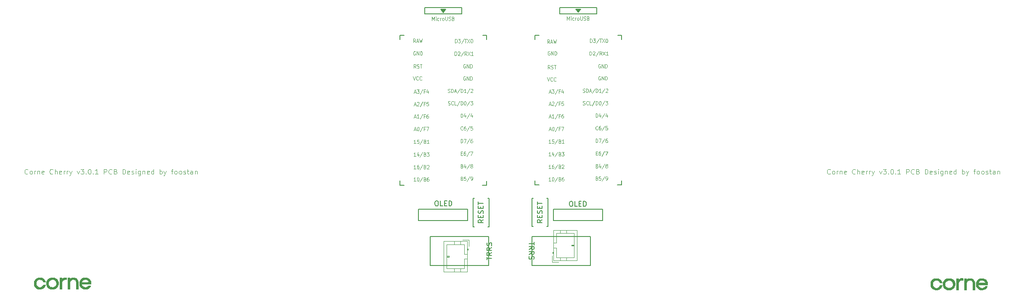
<source format=gto>
G04 #@! TF.GenerationSoftware,KiCad,Pcbnew,8.0.5*
G04 #@! TF.CreationDate,2024-09-23T11:12:13+08:00*
G04 #@! TF.ProjectId,corne-cherry,636f726e-652d-4636-9865-7272792e6b69,3.0.1*
G04 #@! TF.SameCoordinates,Original*
G04 #@! TF.FileFunction,Legend,Top*
G04 #@! TF.FilePolarity,Positive*
%FSLAX46Y46*%
G04 Gerber Fmt 4.6, Leading zero omitted, Abs format (unit mm)*
G04 Created by KiCad (PCBNEW 8.0.5) date 2024-09-23 11:12:13*
%MOMM*%
%LPD*%
G01*
G04 APERTURE LIST*
%ADD10C,0.125000*%
%ADD11C,0.150000*%
%ADD12C,0.010000*%
%ADD13C,0.120000*%
G04 APERTURE END LIST*
D10*
X51174259Y-58690880D02*
X51126640Y-58738500D01*
X51126640Y-58738500D02*
X50983783Y-58786119D01*
X50983783Y-58786119D02*
X50888545Y-58786119D01*
X50888545Y-58786119D02*
X50745688Y-58738500D01*
X50745688Y-58738500D02*
X50650450Y-58643261D01*
X50650450Y-58643261D02*
X50602831Y-58548023D01*
X50602831Y-58548023D02*
X50555212Y-58357547D01*
X50555212Y-58357547D02*
X50555212Y-58214690D01*
X50555212Y-58214690D02*
X50602831Y-58024214D01*
X50602831Y-58024214D02*
X50650450Y-57928976D01*
X50650450Y-57928976D02*
X50745688Y-57833738D01*
X50745688Y-57833738D02*
X50888545Y-57786119D01*
X50888545Y-57786119D02*
X50983783Y-57786119D01*
X50983783Y-57786119D02*
X51126640Y-57833738D01*
X51126640Y-57833738D02*
X51174259Y-57881357D01*
X51745688Y-58786119D02*
X51650450Y-58738500D01*
X51650450Y-58738500D02*
X51602831Y-58690880D01*
X51602831Y-58690880D02*
X51555212Y-58595642D01*
X51555212Y-58595642D02*
X51555212Y-58309928D01*
X51555212Y-58309928D02*
X51602831Y-58214690D01*
X51602831Y-58214690D02*
X51650450Y-58167071D01*
X51650450Y-58167071D02*
X51745688Y-58119452D01*
X51745688Y-58119452D02*
X51888545Y-58119452D01*
X51888545Y-58119452D02*
X51983783Y-58167071D01*
X51983783Y-58167071D02*
X52031402Y-58214690D01*
X52031402Y-58214690D02*
X52079021Y-58309928D01*
X52079021Y-58309928D02*
X52079021Y-58595642D01*
X52079021Y-58595642D02*
X52031402Y-58690880D01*
X52031402Y-58690880D02*
X51983783Y-58738500D01*
X51983783Y-58738500D02*
X51888545Y-58786119D01*
X51888545Y-58786119D02*
X51745688Y-58786119D01*
X52507593Y-58786119D02*
X52507593Y-58119452D01*
X52507593Y-58309928D02*
X52555212Y-58214690D01*
X52555212Y-58214690D02*
X52602831Y-58167071D01*
X52602831Y-58167071D02*
X52698069Y-58119452D01*
X52698069Y-58119452D02*
X52793307Y-58119452D01*
X53126641Y-58119452D02*
X53126641Y-58786119D01*
X53126641Y-58214690D02*
X53174260Y-58167071D01*
X53174260Y-58167071D02*
X53269498Y-58119452D01*
X53269498Y-58119452D02*
X53412355Y-58119452D01*
X53412355Y-58119452D02*
X53507593Y-58167071D01*
X53507593Y-58167071D02*
X53555212Y-58262309D01*
X53555212Y-58262309D02*
X53555212Y-58786119D01*
X54412355Y-58738500D02*
X54317117Y-58786119D01*
X54317117Y-58786119D02*
X54126641Y-58786119D01*
X54126641Y-58786119D02*
X54031403Y-58738500D01*
X54031403Y-58738500D02*
X53983784Y-58643261D01*
X53983784Y-58643261D02*
X53983784Y-58262309D01*
X53983784Y-58262309D02*
X54031403Y-58167071D01*
X54031403Y-58167071D02*
X54126641Y-58119452D01*
X54126641Y-58119452D02*
X54317117Y-58119452D01*
X54317117Y-58119452D02*
X54412355Y-58167071D01*
X54412355Y-58167071D02*
X54459974Y-58262309D01*
X54459974Y-58262309D02*
X54459974Y-58357547D01*
X54459974Y-58357547D02*
X53983784Y-58452785D01*
X56221879Y-58690880D02*
X56174260Y-58738500D01*
X56174260Y-58738500D02*
X56031403Y-58786119D01*
X56031403Y-58786119D02*
X55936165Y-58786119D01*
X55936165Y-58786119D02*
X55793308Y-58738500D01*
X55793308Y-58738500D02*
X55698070Y-58643261D01*
X55698070Y-58643261D02*
X55650451Y-58548023D01*
X55650451Y-58548023D02*
X55602832Y-58357547D01*
X55602832Y-58357547D02*
X55602832Y-58214690D01*
X55602832Y-58214690D02*
X55650451Y-58024214D01*
X55650451Y-58024214D02*
X55698070Y-57928976D01*
X55698070Y-57928976D02*
X55793308Y-57833738D01*
X55793308Y-57833738D02*
X55936165Y-57786119D01*
X55936165Y-57786119D02*
X56031403Y-57786119D01*
X56031403Y-57786119D02*
X56174260Y-57833738D01*
X56174260Y-57833738D02*
X56221879Y-57881357D01*
X56650451Y-58786119D02*
X56650451Y-57786119D01*
X57079022Y-58786119D02*
X57079022Y-58262309D01*
X57079022Y-58262309D02*
X57031403Y-58167071D01*
X57031403Y-58167071D02*
X56936165Y-58119452D01*
X56936165Y-58119452D02*
X56793308Y-58119452D01*
X56793308Y-58119452D02*
X56698070Y-58167071D01*
X56698070Y-58167071D02*
X56650451Y-58214690D01*
X57936165Y-58738500D02*
X57840927Y-58786119D01*
X57840927Y-58786119D02*
X57650451Y-58786119D01*
X57650451Y-58786119D02*
X57555213Y-58738500D01*
X57555213Y-58738500D02*
X57507594Y-58643261D01*
X57507594Y-58643261D02*
X57507594Y-58262309D01*
X57507594Y-58262309D02*
X57555213Y-58167071D01*
X57555213Y-58167071D02*
X57650451Y-58119452D01*
X57650451Y-58119452D02*
X57840927Y-58119452D01*
X57840927Y-58119452D02*
X57936165Y-58167071D01*
X57936165Y-58167071D02*
X57983784Y-58262309D01*
X57983784Y-58262309D02*
X57983784Y-58357547D01*
X57983784Y-58357547D02*
X57507594Y-58452785D01*
X58412356Y-58786119D02*
X58412356Y-58119452D01*
X58412356Y-58309928D02*
X58459975Y-58214690D01*
X58459975Y-58214690D02*
X58507594Y-58167071D01*
X58507594Y-58167071D02*
X58602832Y-58119452D01*
X58602832Y-58119452D02*
X58698070Y-58119452D01*
X59031404Y-58786119D02*
X59031404Y-58119452D01*
X59031404Y-58309928D02*
X59079023Y-58214690D01*
X59079023Y-58214690D02*
X59126642Y-58167071D01*
X59126642Y-58167071D02*
X59221880Y-58119452D01*
X59221880Y-58119452D02*
X59317118Y-58119452D01*
X59555214Y-58119452D02*
X59793309Y-58786119D01*
X60031404Y-58119452D02*
X59793309Y-58786119D01*
X59793309Y-58786119D02*
X59698071Y-59024214D01*
X59698071Y-59024214D02*
X59650452Y-59071833D01*
X59650452Y-59071833D02*
X59555214Y-59119452D01*
X61079024Y-58119452D02*
X61317119Y-58786119D01*
X61317119Y-58786119D02*
X61555214Y-58119452D01*
X61840929Y-57786119D02*
X62459976Y-57786119D01*
X62459976Y-57786119D02*
X62126643Y-58167071D01*
X62126643Y-58167071D02*
X62269500Y-58167071D01*
X62269500Y-58167071D02*
X62364738Y-58214690D01*
X62364738Y-58214690D02*
X62412357Y-58262309D01*
X62412357Y-58262309D02*
X62459976Y-58357547D01*
X62459976Y-58357547D02*
X62459976Y-58595642D01*
X62459976Y-58595642D02*
X62412357Y-58690880D01*
X62412357Y-58690880D02*
X62364738Y-58738500D01*
X62364738Y-58738500D02*
X62269500Y-58786119D01*
X62269500Y-58786119D02*
X61983786Y-58786119D01*
X61983786Y-58786119D02*
X61888548Y-58738500D01*
X61888548Y-58738500D02*
X61840929Y-58690880D01*
X62888548Y-58690880D02*
X62936167Y-58738500D01*
X62936167Y-58738500D02*
X62888548Y-58786119D01*
X62888548Y-58786119D02*
X62840929Y-58738500D01*
X62840929Y-58738500D02*
X62888548Y-58690880D01*
X62888548Y-58690880D02*
X62888548Y-58786119D01*
X63555214Y-57786119D02*
X63650452Y-57786119D01*
X63650452Y-57786119D02*
X63745690Y-57833738D01*
X63745690Y-57833738D02*
X63793309Y-57881357D01*
X63793309Y-57881357D02*
X63840928Y-57976595D01*
X63840928Y-57976595D02*
X63888547Y-58167071D01*
X63888547Y-58167071D02*
X63888547Y-58405166D01*
X63888547Y-58405166D02*
X63840928Y-58595642D01*
X63840928Y-58595642D02*
X63793309Y-58690880D01*
X63793309Y-58690880D02*
X63745690Y-58738500D01*
X63745690Y-58738500D02*
X63650452Y-58786119D01*
X63650452Y-58786119D02*
X63555214Y-58786119D01*
X63555214Y-58786119D02*
X63459976Y-58738500D01*
X63459976Y-58738500D02*
X63412357Y-58690880D01*
X63412357Y-58690880D02*
X63364738Y-58595642D01*
X63364738Y-58595642D02*
X63317119Y-58405166D01*
X63317119Y-58405166D02*
X63317119Y-58167071D01*
X63317119Y-58167071D02*
X63364738Y-57976595D01*
X63364738Y-57976595D02*
X63412357Y-57881357D01*
X63412357Y-57881357D02*
X63459976Y-57833738D01*
X63459976Y-57833738D02*
X63555214Y-57786119D01*
X64317119Y-58690880D02*
X64364738Y-58738500D01*
X64364738Y-58738500D02*
X64317119Y-58786119D01*
X64317119Y-58786119D02*
X64269500Y-58738500D01*
X64269500Y-58738500D02*
X64317119Y-58690880D01*
X64317119Y-58690880D02*
X64317119Y-58786119D01*
X65317118Y-58786119D02*
X64745690Y-58786119D01*
X65031404Y-58786119D02*
X65031404Y-57786119D01*
X65031404Y-57786119D02*
X64936166Y-57928976D01*
X64936166Y-57928976D02*
X64840928Y-58024214D01*
X64840928Y-58024214D02*
X64745690Y-58071833D01*
X66507595Y-58786119D02*
X66507595Y-57786119D01*
X66507595Y-57786119D02*
X66888547Y-57786119D01*
X66888547Y-57786119D02*
X66983785Y-57833738D01*
X66983785Y-57833738D02*
X67031404Y-57881357D01*
X67031404Y-57881357D02*
X67079023Y-57976595D01*
X67079023Y-57976595D02*
X67079023Y-58119452D01*
X67079023Y-58119452D02*
X67031404Y-58214690D01*
X67031404Y-58214690D02*
X66983785Y-58262309D01*
X66983785Y-58262309D02*
X66888547Y-58309928D01*
X66888547Y-58309928D02*
X66507595Y-58309928D01*
X68079023Y-58690880D02*
X68031404Y-58738500D01*
X68031404Y-58738500D02*
X67888547Y-58786119D01*
X67888547Y-58786119D02*
X67793309Y-58786119D01*
X67793309Y-58786119D02*
X67650452Y-58738500D01*
X67650452Y-58738500D02*
X67555214Y-58643261D01*
X67555214Y-58643261D02*
X67507595Y-58548023D01*
X67507595Y-58548023D02*
X67459976Y-58357547D01*
X67459976Y-58357547D02*
X67459976Y-58214690D01*
X67459976Y-58214690D02*
X67507595Y-58024214D01*
X67507595Y-58024214D02*
X67555214Y-57928976D01*
X67555214Y-57928976D02*
X67650452Y-57833738D01*
X67650452Y-57833738D02*
X67793309Y-57786119D01*
X67793309Y-57786119D02*
X67888547Y-57786119D01*
X67888547Y-57786119D02*
X68031404Y-57833738D01*
X68031404Y-57833738D02*
X68079023Y-57881357D01*
X68840928Y-58262309D02*
X68983785Y-58309928D01*
X68983785Y-58309928D02*
X69031404Y-58357547D01*
X69031404Y-58357547D02*
X69079023Y-58452785D01*
X69079023Y-58452785D02*
X69079023Y-58595642D01*
X69079023Y-58595642D02*
X69031404Y-58690880D01*
X69031404Y-58690880D02*
X68983785Y-58738500D01*
X68983785Y-58738500D02*
X68888547Y-58786119D01*
X68888547Y-58786119D02*
X68507595Y-58786119D01*
X68507595Y-58786119D02*
X68507595Y-57786119D01*
X68507595Y-57786119D02*
X68840928Y-57786119D01*
X68840928Y-57786119D02*
X68936166Y-57833738D01*
X68936166Y-57833738D02*
X68983785Y-57881357D01*
X68983785Y-57881357D02*
X69031404Y-57976595D01*
X69031404Y-57976595D02*
X69031404Y-58071833D01*
X69031404Y-58071833D02*
X68983785Y-58167071D01*
X68983785Y-58167071D02*
X68936166Y-58214690D01*
X68936166Y-58214690D02*
X68840928Y-58262309D01*
X68840928Y-58262309D02*
X68507595Y-58262309D01*
X70269500Y-58786119D02*
X70269500Y-57786119D01*
X70269500Y-57786119D02*
X70507595Y-57786119D01*
X70507595Y-57786119D02*
X70650452Y-57833738D01*
X70650452Y-57833738D02*
X70745690Y-57928976D01*
X70745690Y-57928976D02*
X70793309Y-58024214D01*
X70793309Y-58024214D02*
X70840928Y-58214690D01*
X70840928Y-58214690D02*
X70840928Y-58357547D01*
X70840928Y-58357547D02*
X70793309Y-58548023D01*
X70793309Y-58548023D02*
X70745690Y-58643261D01*
X70745690Y-58643261D02*
X70650452Y-58738500D01*
X70650452Y-58738500D02*
X70507595Y-58786119D01*
X70507595Y-58786119D02*
X70269500Y-58786119D01*
X71650452Y-58738500D02*
X71555214Y-58786119D01*
X71555214Y-58786119D02*
X71364738Y-58786119D01*
X71364738Y-58786119D02*
X71269500Y-58738500D01*
X71269500Y-58738500D02*
X71221881Y-58643261D01*
X71221881Y-58643261D02*
X71221881Y-58262309D01*
X71221881Y-58262309D02*
X71269500Y-58167071D01*
X71269500Y-58167071D02*
X71364738Y-58119452D01*
X71364738Y-58119452D02*
X71555214Y-58119452D01*
X71555214Y-58119452D02*
X71650452Y-58167071D01*
X71650452Y-58167071D02*
X71698071Y-58262309D01*
X71698071Y-58262309D02*
X71698071Y-58357547D01*
X71698071Y-58357547D02*
X71221881Y-58452785D01*
X72079024Y-58738500D02*
X72174262Y-58786119D01*
X72174262Y-58786119D02*
X72364738Y-58786119D01*
X72364738Y-58786119D02*
X72459976Y-58738500D01*
X72459976Y-58738500D02*
X72507595Y-58643261D01*
X72507595Y-58643261D02*
X72507595Y-58595642D01*
X72507595Y-58595642D02*
X72459976Y-58500404D01*
X72459976Y-58500404D02*
X72364738Y-58452785D01*
X72364738Y-58452785D02*
X72221881Y-58452785D01*
X72221881Y-58452785D02*
X72126643Y-58405166D01*
X72126643Y-58405166D02*
X72079024Y-58309928D01*
X72079024Y-58309928D02*
X72079024Y-58262309D01*
X72079024Y-58262309D02*
X72126643Y-58167071D01*
X72126643Y-58167071D02*
X72221881Y-58119452D01*
X72221881Y-58119452D02*
X72364738Y-58119452D01*
X72364738Y-58119452D02*
X72459976Y-58167071D01*
X72936167Y-58786119D02*
X72936167Y-58119452D01*
X72936167Y-57786119D02*
X72888548Y-57833738D01*
X72888548Y-57833738D02*
X72936167Y-57881357D01*
X72936167Y-57881357D02*
X72983786Y-57833738D01*
X72983786Y-57833738D02*
X72936167Y-57786119D01*
X72936167Y-57786119D02*
X72936167Y-57881357D01*
X73840928Y-58119452D02*
X73840928Y-58928976D01*
X73840928Y-58928976D02*
X73793309Y-59024214D01*
X73793309Y-59024214D02*
X73745690Y-59071833D01*
X73745690Y-59071833D02*
X73650452Y-59119452D01*
X73650452Y-59119452D02*
X73507595Y-59119452D01*
X73507595Y-59119452D02*
X73412357Y-59071833D01*
X73840928Y-58738500D02*
X73745690Y-58786119D01*
X73745690Y-58786119D02*
X73555214Y-58786119D01*
X73555214Y-58786119D02*
X73459976Y-58738500D01*
X73459976Y-58738500D02*
X73412357Y-58690880D01*
X73412357Y-58690880D02*
X73364738Y-58595642D01*
X73364738Y-58595642D02*
X73364738Y-58309928D01*
X73364738Y-58309928D02*
X73412357Y-58214690D01*
X73412357Y-58214690D02*
X73459976Y-58167071D01*
X73459976Y-58167071D02*
X73555214Y-58119452D01*
X73555214Y-58119452D02*
X73745690Y-58119452D01*
X73745690Y-58119452D02*
X73840928Y-58167071D01*
X74317119Y-58119452D02*
X74317119Y-58786119D01*
X74317119Y-58214690D02*
X74364738Y-58167071D01*
X74364738Y-58167071D02*
X74459976Y-58119452D01*
X74459976Y-58119452D02*
X74602833Y-58119452D01*
X74602833Y-58119452D02*
X74698071Y-58167071D01*
X74698071Y-58167071D02*
X74745690Y-58262309D01*
X74745690Y-58262309D02*
X74745690Y-58786119D01*
X75602833Y-58738500D02*
X75507595Y-58786119D01*
X75507595Y-58786119D02*
X75317119Y-58786119D01*
X75317119Y-58786119D02*
X75221881Y-58738500D01*
X75221881Y-58738500D02*
X75174262Y-58643261D01*
X75174262Y-58643261D02*
X75174262Y-58262309D01*
X75174262Y-58262309D02*
X75221881Y-58167071D01*
X75221881Y-58167071D02*
X75317119Y-58119452D01*
X75317119Y-58119452D02*
X75507595Y-58119452D01*
X75507595Y-58119452D02*
X75602833Y-58167071D01*
X75602833Y-58167071D02*
X75650452Y-58262309D01*
X75650452Y-58262309D02*
X75650452Y-58357547D01*
X75650452Y-58357547D02*
X75174262Y-58452785D01*
X76507595Y-58786119D02*
X76507595Y-57786119D01*
X76507595Y-58738500D02*
X76412357Y-58786119D01*
X76412357Y-58786119D02*
X76221881Y-58786119D01*
X76221881Y-58786119D02*
X76126643Y-58738500D01*
X76126643Y-58738500D02*
X76079024Y-58690880D01*
X76079024Y-58690880D02*
X76031405Y-58595642D01*
X76031405Y-58595642D02*
X76031405Y-58309928D01*
X76031405Y-58309928D02*
X76079024Y-58214690D01*
X76079024Y-58214690D02*
X76126643Y-58167071D01*
X76126643Y-58167071D02*
X76221881Y-58119452D01*
X76221881Y-58119452D02*
X76412357Y-58119452D01*
X76412357Y-58119452D02*
X76507595Y-58167071D01*
X77745691Y-58786119D02*
X77745691Y-57786119D01*
X77745691Y-58167071D02*
X77840929Y-58119452D01*
X77840929Y-58119452D02*
X78031405Y-58119452D01*
X78031405Y-58119452D02*
X78126643Y-58167071D01*
X78126643Y-58167071D02*
X78174262Y-58214690D01*
X78174262Y-58214690D02*
X78221881Y-58309928D01*
X78221881Y-58309928D02*
X78221881Y-58595642D01*
X78221881Y-58595642D02*
X78174262Y-58690880D01*
X78174262Y-58690880D02*
X78126643Y-58738500D01*
X78126643Y-58738500D02*
X78031405Y-58786119D01*
X78031405Y-58786119D02*
X77840929Y-58786119D01*
X77840929Y-58786119D02*
X77745691Y-58738500D01*
X78555215Y-58119452D02*
X78793310Y-58786119D01*
X79031405Y-58119452D02*
X78793310Y-58786119D01*
X78793310Y-58786119D02*
X78698072Y-59024214D01*
X78698072Y-59024214D02*
X78650453Y-59071833D01*
X78650453Y-59071833D02*
X78555215Y-59119452D01*
X80031406Y-58119452D02*
X80412358Y-58119452D01*
X80174263Y-58786119D02*
X80174263Y-57928976D01*
X80174263Y-57928976D02*
X80221882Y-57833738D01*
X80221882Y-57833738D02*
X80317120Y-57786119D01*
X80317120Y-57786119D02*
X80412358Y-57786119D01*
X80888549Y-58786119D02*
X80793311Y-58738500D01*
X80793311Y-58738500D02*
X80745692Y-58690880D01*
X80745692Y-58690880D02*
X80698073Y-58595642D01*
X80698073Y-58595642D02*
X80698073Y-58309928D01*
X80698073Y-58309928D02*
X80745692Y-58214690D01*
X80745692Y-58214690D02*
X80793311Y-58167071D01*
X80793311Y-58167071D02*
X80888549Y-58119452D01*
X80888549Y-58119452D02*
X81031406Y-58119452D01*
X81031406Y-58119452D02*
X81126644Y-58167071D01*
X81126644Y-58167071D02*
X81174263Y-58214690D01*
X81174263Y-58214690D02*
X81221882Y-58309928D01*
X81221882Y-58309928D02*
X81221882Y-58595642D01*
X81221882Y-58595642D02*
X81174263Y-58690880D01*
X81174263Y-58690880D02*
X81126644Y-58738500D01*
X81126644Y-58738500D02*
X81031406Y-58786119D01*
X81031406Y-58786119D02*
X80888549Y-58786119D01*
X81793311Y-58786119D02*
X81698073Y-58738500D01*
X81698073Y-58738500D02*
X81650454Y-58690880D01*
X81650454Y-58690880D02*
X81602835Y-58595642D01*
X81602835Y-58595642D02*
X81602835Y-58309928D01*
X81602835Y-58309928D02*
X81650454Y-58214690D01*
X81650454Y-58214690D02*
X81698073Y-58167071D01*
X81698073Y-58167071D02*
X81793311Y-58119452D01*
X81793311Y-58119452D02*
X81936168Y-58119452D01*
X81936168Y-58119452D02*
X82031406Y-58167071D01*
X82031406Y-58167071D02*
X82079025Y-58214690D01*
X82079025Y-58214690D02*
X82126644Y-58309928D01*
X82126644Y-58309928D02*
X82126644Y-58595642D01*
X82126644Y-58595642D02*
X82079025Y-58690880D01*
X82079025Y-58690880D02*
X82031406Y-58738500D01*
X82031406Y-58738500D02*
X81936168Y-58786119D01*
X81936168Y-58786119D02*
X81793311Y-58786119D01*
X82507597Y-58738500D02*
X82602835Y-58786119D01*
X82602835Y-58786119D02*
X82793311Y-58786119D01*
X82793311Y-58786119D02*
X82888549Y-58738500D01*
X82888549Y-58738500D02*
X82936168Y-58643261D01*
X82936168Y-58643261D02*
X82936168Y-58595642D01*
X82936168Y-58595642D02*
X82888549Y-58500404D01*
X82888549Y-58500404D02*
X82793311Y-58452785D01*
X82793311Y-58452785D02*
X82650454Y-58452785D01*
X82650454Y-58452785D02*
X82555216Y-58405166D01*
X82555216Y-58405166D02*
X82507597Y-58309928D01*
X82507597Y-58309928D02*
X82507597Y-58262309D01*
X82507597Y-58262309D02*
X82555216Y-58167071D01*
X82555216Y-58167071D02*
X82650454Y-58119452D01*
X82650454Y-58119452D02*
X82793311Y-58119452D01*
X82793311Y-58119452D02*
X82888549Y-58167071D01*
X83221883Y-58119452D02*
X83602835Y-58119452D01*
X83364740Y-57786119D02*
X83364740Y-58643261D01*
X83364740Y-58643261D02*
X83412359Y-58738500D01*
X83412359Y-58738500D02*
X83507597Y-58786119D01*
X83507597Y-58786119D02*
X83602835Y-58786119D01*
X84364740Y-58786119D02*
X84364740Y-58262309D01*
X84364740Y-58262309D02*
X84317121Y-58167071D01*
X84317121Y-58167071D02*
X84221883Y-58119452D01*
X84221883Y-58119452D02*
X84031407Y-58119452D01*
X84031407Y-58119452D02*
X83936169Y-58167071D01*
X84364740Y-58738500D02*
X84269502Y-58786119D01*
X84269502Y-58786119D02*
X84031407Y-58786119D01*
X84031407Y-58786119D02*
X83936169Y-58738500D01*
X83936169Y-58738500D02*
X83888550Y-58643261D01*
X83888550Y-58643261D02*
X83888550Y-58548023D01*
X83888550Y-58548023D02*
X83936169Y-58452785D01*
X83936169Y-58452785D02*
X84031407Y-58405166D01*
X84031407Y-58405166D02*
X84269502Y-58405166D01*
X84269502Y-58405166D02*
X84364740Y-58357547D01*
X84840931Y-58119452D02*
X84840931Y-58786119D01*
X84840931Y-58214690D02*
X84888550Y-58167071D01*
X84888550Y-58167071D02*
X84983788Y-58119452D01*
X84983788Y-58119452D02*
X85126645Y-58119452D01*
X85126645Y-58119452D02*
X85221883Y-58167071D01*
X85221883Y-58167071D02*
X85269502Y-58262309D01*
X85269502Y-58262309D02*
X85269502Y-58786119D01*
X212724259Y-58690880D02*
X212676640Y-58738500D01*
X212676640Y-58738500D02*
X212533783Y-58786119D01*
X212533783Y-58786119D02*
X212438545Y-58786119D01*
X212438545Y-58786119D02*
X212295688Y-58738500D01*
X212295688Y-58738500D02*
X212200450Y-58643261D01*
X212200450Y-58643261D02*
X212152831Y-58548023D01*
X212152831Y-58548023D02*
X212105212Y-58357547D01*
X212105212Y-58357547D02*
X212105212Y-58214690D01*
X212105212Y-58214690D02*
X212152831Y-58024214D01*
X212152831Y-58024214D02*
X212200450Y-57928976D01*
X212200450Y-57928976D02*
X212295688Y-57833738D01*
X212295688Y-57833738D02*
X212438545Y-57786119D01*
X212438545Y-57786119D02*
X212533783Y-57786119D01*
X212533783Y-57786119D02*
X212676640Y-57833738D01*
X212676640Y-57833738D02*
X212724259Y-57881357D01*
X213295688Y-58786119D02*
X213200450Y-58738500D01*
X213200450Y-58738500D02*
X213152831Y-58690880D01*
X213152831Y-58690880D02*
X213105212Y-58595642D01*
X213105212Y-58595642D02*
X213105212Y-58309928D01*
X213105212Y-58309928D02*
X213152831Y-58214690D01*
X213152831Y-58214690D02*
X213200450Y-58167071D01*
X213200450Y-58167071D02*
X213295688Y-58119452D01*
X213295688Y-58119452D02*
X213438545Y-58119452D01*
X213438545Y-58119452D02*
X213533783Y-58167071D01*
X213533783Y-58167071D02*
X213581402Y-58214690D01*
X213581402Y-58214690D02*
X213629021Y-58309928D01*
X213629021Y-58309928D02*
X213629021Y-58595642D01*
X213629021Y-58595642D02*
X213581402Y-58690880D01*
X213581402Y-58690880D02*
X213533783Y-58738500D01*
X213533783Y-58738500D02*
X213438545Y-58786119D01*
X213438545Y-58786119D02*
X213295688Y-58786119D01*
X214057593Y-58786119D02*
X214057593Y-58119452D01*
X214057593Y-58309928D02*
X214105212Y-58214690D01*
X214105212Y-58214690D02*
X214152831Y-58167071D01*
X214152831Y-58167071D02*
X214248069Y-58119452D01*
X214248069Y-58119452D02*
X214343307Y-58119452D01*
X214676641Y-58119452D02*
X214676641Y-58786119D01*
X214676641Y-58214690D02*
X214724260Y-58167071D01*
X214724260Y-58167071D02*
X214819498Y-58119452D01*
X214819498Y-58119452D02*
X214962355Y-58119452D01*
X214962355Y-58119452D02*
X215057593Y-58167071D01*
X215057593Y-58167071D02*
X215105212Y-58262309D01*
X215105212Y-58262309D02*
X215105212Y-58786119D01*
X215962355Y-58738500D02*
X215867117Y-58786119D01*
X215867117Y-58786119D02*
X215676641Y-58786119D01*
X215676641Y-58786119D02*
X215581403Y-58738500D01*
X215581403Y-58738500D02*
X215533784Y-58643261D01*
X215533784Y-58643261D02*
X215533784Y-58262309D01*
X215533784Y-58262309D02*
X215581403Y-58167071D01*
X215581403Y-58167071D02*
X215676641Y-58119452D01*
X215676641Y-58119452D02*
X215867117Y-58119452D01*
X215867117Y-58119452D02*
X215962355Y-58167071D01*
X215962355Y-58167071D02*
X216009974Y-58262309D01*
X216009974Y-58262309D02*
X216009974Y-58357547D01*
X216009974Y-58357547D02*
X215533784Y-58452785D01*
X217771879Y-58690880D02*
X217724260Y-58738500D01*
X217724260Y-58738500D02*
X217581403Y-58786119D01*
X217581403Y-58786119D02*
X217486165Y-58786119D01*
X217486165Y-58786119D02*
X217343308Y-58738500D01*
X217343308Y-58738500D02*
X217248070Y-58643261D01*
X217248070Y-58643261D02*
X217200451Y-58548023D01*
X217200451Y-58548023D02*
X217152832Y-58357547D01*
X217152832Y-58357547D02*
X217152832Y-58214690D01*
X217152832Y-58214690D02*
X217200451Y-58024214D01*
X217200451Y-58024214D02*
X217248070Y-57928976D01*
X217248070Y-57928976D02*
X217343308Y-57833738D01*
X217343308Y-57833738D02*
X217486165Y-57786119D01*
X217486165Y-57786119D02*
X217581403Y-57786119D01*
X217581403Y-57786119D02*
X217724260Y-57833738D01*
X217724260Y-57833738D02*
X217771879Y-57881357D01*
X218200451Y-58786119D02*
X218200451Y-57786119D01*
X218629022Y-58786119D02*
X218629022Y-58262309D01*
X218629022Y-58262309D02*
X218581403Y-58167071D01*
X218581403Y-58167071D02*
X218486165Y-58119452D01*
X218486165Y-58119452D02*
X218343308Y-58119452D01*
X218343308Y-58119452D02*
X218248070Y-58167071D01*
X218248070Y-58167071D02*
X218200451Y-58214690D01*
X219486165Y-58738500D02*
X219390927Y-58786119D01*
X219390927Y-58786119D02*
X219200451Y-58786119D01*
X219200451Y-58786119D02*
X219105213Y-58738500D01*
X219105213Y-58738500D02*
X219057594Y-58643261D01*
X219057594Y-58643261D02*
X219057594Y-58262309D01*
X219057594Y-58262309D02*
X219105213Y-58167071D01*
X219105213Y-58167071D02*
X219200451Y-58119452D01*
X219200451Y-58119452D02*
X219390927Y-58119452D01*
X219390927Y-58119452D02*
X219486165Y-58167071D01*
X219486165Y-58167071D02*
X219533784Y-58262309D01*
X219533784Y-58262309D02*
X219533784Y-58357547D01*
X219533784Y-58357547D02*
X219057594Y-58452785D01*
X219962356Y-58786119D02*
X219962356Y-58119452D01*
X219962356Y-58309928D02*
X220009975Y-58214690D01*
X220009975Y-58214690D02*
X220057594Y-58167071D01*
X220057594Y-58167071D02*
X220152832Y-58119452D01*
X220152832Y-58119452D02*
X220248070Y-58119452D01*
X220581404Y-58786119D02*
X220581404Y-58119452D01*
X220581404Y-58309928D02*
X220629023Y-58214690D01*
X220629023Y-58214690D02*
X220676642Y-58167071D01*
X220676642Y-58167071D02*
X220771880Y-58119452D01*
X220771880Y-58119452D02*
X220867118Y-58119452D01*
X221105214Y-58119452D02*
X221343309Y-58786119D01*
X221581404Y-58119452D02*
X221343309Y-58786119D01*
X221343309Y-58786119D02*
X221248071Y-59024214D01*
X221248071Y-59024214D02*
X221200452Y-59071833D01*
X221200452Y-59071833D02*
X221105214Y-59119452D01*
X222629024Y-58119452D02*
X222867119Y-58786119D01*
X222867119Y-58786119D02*
X223105214Y-58119452D01*
X223390929Y-57786119D02*
X224009976Y-57786119D01*
X224009976Y-57786119D02*
X223676643Y-58167071D01*
X223676643Y-58167071D02*
X223819500Y-58167071D01*
X223819500Y-58167071D02*
X223914738Y-58214690D01*
X223914738Y-58214690D02*
X223962357Y-58262309D01*
X223962357Y-58262309D02*
X224009976Y-58357547D01*
X224009976Y-58357547D02*
X224009976Y-58595642D01*
X224009976Y-58595642D02*
X223962357Y-58690880D01*
X223962357Y-58690880D02*
X223914738Y-58738500D01*
X223914738Y-58738500D02*
X223819500Y-58786119D01*
X223819500Y-58786119D02*
X223533786Y-58786119D01*
X223533786Y-58786119D02*
X223438548Y-58738500D01*
X223438548Y-58738500D02*
X223390929Y-58690880D01*
X224438548Y-58690880D02*
X224486167Y-58738500D01*
X224486167Y-58738500D02*
X224438548Y-58786119D01*
X224438548Y-58786119D02*
X224390929Y-58738500D01*
X224390929Y-58738500D02*
X224438548Y-58690880D01*
X224438548Y-58690880D02*
X224438548Y-58786119D01*
X225105214Y-57786119D02*
X225200452Y-57786119D01*
X225200452Y-57786119D02*
X225295690Y-57833738D01*
X225295690Y-57833738D02*
X225343309Y-57881357D01*
X225343309Y-57881357D02*
X225390928Y-57976595D01*
X225390928Y-57976595D02*
X225438547Y-58167071D01*
X225438547Y-58167071D02*
X225438547Y-58405166D01*
X225438547Y-58405166D02*
X225390928Y-58595642D01*
X225390928Y-58595642D02*
X225343309Y-58690880D01*
X225343309Y-58690880D02*
X225295690Y-58738500D01*
X225295690Y-58738500D02*
X225200452Y-58786119D01*
X225200452Y-58786119D02*
X225105214Y-58786119D01*
X225105214Y-58786119D02*
X225009976Y-58738500D01*
X225009976Y-58738500D02*
X224962357Y-58690880D01*
X224962357Y-58690880D02*
X224914738Y-58595642D01*
X224914738Y-58595642D02*
X224867119Y-58405166D01*
X224867119Y-58405166D02*
X224867119Y-58167071D01*
X224867119Y-58167071D02*
X224914738Y-57976595D01*
X224914738Y-57976595D02*
X224962357Y-57881357D01*
X224962357Y-57881357D02*
X225009976Y-57833738D01*
X225009976Y-57833738D02*
X225105214Y-57786119D01*
X225867119Y-58690880D02*
X225914738Y-58738500D01*
X225914738Y-58738500D02*
X225867119Y-58786119D01*
X225867119Y-58786119D02*
X225819500Y-58738500D01*
X225819500Y-58738500D02*
X225867119Y-58690880D01*
X225867119Y-58690880D02*
X225867119Y-58786119D01*
X226867118Y-58786119D02*
X226295690Y-58786119D01*
X226581404Y-58786119D02*
X226581404Y-57786119D01*
X226581404Y-57786119D02*
X226486166Y-57928976D01*
X226486166Y-57928976D02*
X226390928Y-58024214D01*
X226390928Y-58024214D02*
X226295690Y-58071833D01*
X228057595Y-58786119D02*
X228057595Y-57786119D01*
X228057595Y-57786119D02*
X228438547Y-57786119D01*
X228438547Y-57786119D02*
X228533785Y-57833738D01*
X228533785Y-57833738D02*
X228581404Y-57881357D01*
X228581404Y-57881357D02*
X228629023Y-57976595D01*
X228629023Y-57976595D02*
X228629023Y-58119452D01*
X228629023Y-58119452D02*
X228581404Y-58214690D01*
X228581404Y-58214690D02*
X228533785Y-58262309D01*
X228533785Y-58262309D02*
X228438547Y-58309928D01*
X228438547Y-58309928D02*
X228057595Y-58309928D01*
X229629023Y-58690880D02*
X229581404Y-58738500D01*
X229581404Y-58738500D02*
X229438547Y-58786119D01*
X229438547Y-58786119D02*
X229343309Y-58786119D01*
X229343309Y-58786119D02*
X229200452Y-58738500D01*
X229200452Y-58738500D02*
X229105214Y-58643261D01*
X229105214Y-58643261D02*
X229057595Y-58548023D01*
X229057595Y-58548023D02*
X229009976Y-58357547D01*
X229009976Y-58357547D02*
X229009976Y-58214690D01*
X229009976Y-58214690D02*
X229057595Y-58024214D01*
X229057595Y-58024214D02*
X229105214Y-57928976D01*
X229105214Y-57928976D02*
X229200452Y-57833738D01*
X229200452Y-57833738D02*
X229343309Y-57786119D01*
X229343309Y-57786119D02*
X229438547Y-57786119D01*
X229438547Y-57786119D02*
X229581404Y-57833738D01*
X229581404Y-57833738D02*
X229629023Y-57881357D01*
X230390928Y-58262309D02*
X230533785Y-58309928D01*
X230533785Y-58309928D02*
X230581404Y-58357547D01*
X230581404Y-58357547D02*
X230629023Y-58452785D01*
X230629023Y-58452785D02*
X230629023Y-58595642D01*
X230629023Y-58595642D02*
X230581404Y-58690880D01*
X230581404Y-58690880D02*
X230533785Y-58738500D01*
X230533785Y-58738500D02*
X230438547Y-58786119D01*
X230438547Y-58786119D02*
X230057595Y-58786119D01*
X230057595Y-58786119D02*
X230057595Y-57786119D01*
X230057595Y-57786119D02*
X230390928Y-57786119D01*
X230390928Y-57786119D02*
X230486166Y-57833738D01*
X230486166Y-57833738D02*
X230533785Y-57881357D01*
X230533785Y-57881357D02*
X230581404Y-57976595D01*
X230581404Y-57976595D02*
X230581404Y-58071833D01*
X230581404Y-58071833D02*
X230533785Y-58167071D01*
X230533785Y-58167071D02*
X230486166Y-58214690D01*
X230486166Y-58214690D02*
X230390928Y-58262309D01*
X230390928Y-58262309D02*
X230057595Y-58262309D01*
X231819500Y-58786119D02*
X231819500Y-57786119D01*
X231819500Y-57786119D02*
X232057595Y-57786119D01*
X232057595Y-57786119D02*
X232200452Y-57833738D01*
X232200452Y-57833738D02*
X232295690Y-57928976D01*
X232295690Y-57928976D02*
X232343309Y-58024214D01*
X232343309Y-58024214D02*
X232390928Y-58214690D01*
X232390928Y-58214690D02*
X232390928Y-58357547D01*
X232390928Y-58357547D02*
X232343309Y-58548023D01*
X232343309Y-58548023D02*
X232295690Y-58643261D01*
X232295690Y-58643261D02*
X232200452Y-58738500D01*
X232200452Y-58738500D02*
X232057595Y-58786119D01*
X232057595Y-58786119D02*
X231819500Y-58786119D01*
X233200452Y-58738500D02*
X233105214Y-58786119D01*
X233105214Y-58786119D02*
X232914738Y-58786119D01*
X232914738Y-58786119D02*
X232819500Y-58738500D01*
X232819500Y-58738500D02*
X232771881Y-58643261D01*
X232771881Y-58643261D02*
X232771881Y-58262309D01*
X232771881Y-58262309D02*
X232819500Y-58167071D01*
X232819500Y-58167071D02*
X232914738Y-58119452D01*
X232914738Y-58119452D02*
X233105214Y-58119452D01*
X233105214Y-58119452D02*
X233200452Y-58167071D01*
X233200452Y-58167071D02*
X233248071Y-58262309D01*
X233248071Y-58262309D02*
X233248071Y-58357547D01*
X233248071Y-58357547D02*
X232771881Y-58452785D01*
X233629024Y-58738500D02*
X233724262Y-58786119D01*
X233724262Y-58786119D02*
X233914738Y-58786119D01*
X233914738Y-58786119D02*
X234009976Y-58738500D01*
X234009976Y-58738500D02*
X234057595Y-58643261D01*
X234057595Y-58643261D02*
X234057595Y-58595642D01*
X234057595Y-58595642D02*
X234009976Y-58500404D01*
X234009976Y-58500404D02*
X233914738Y-58452785D01*
X233914738Y-58452785D02*
X233771881Y-58452785D01*
X233771881Y-58452785D02*
X233676643Y-58405166D01*
X233676643Y-58405166D02*
X233629024Y-58309928D01*
X233629024Y-58309928D02*
X233629024Y-58262309D01*
X233629024Y-58262309D02*
X233676643Y-58167071D01*
X233676643Y-58167071D02*
X233771881Y-58119452D01*
X233771881Y-58119452D02*
X233914738Y-58119452D01*
X233914738Y-58119452D02*
X234009976Y-58167071D01*
X234486167Y-58786119D02*
X234486167Y-58119452D01*
X234486167Y-57786119D02*
X234438548Y-57833738D01*
X234438548Y-57833738D02*
X234486167Y-57881357D01*
X234486167Y-57881357D02*
X234533786Y-57833738D01*
X234533786Y-57833738D02*
X234486167Y-57786119D01*
X234486167Y-57786119D02*
X234486167Y-57881357D01*
X235390928Y-58119452D02*
X235390928Y-58928976D01*
X235390928Y-58928976D02*
X235343309Y-59024214D01*
X235343309Y-59024214D02*
X235295690Y-59071833D01*
X235295690Y-59071833D02*
X235200452Y-59119452D01*
X235200452Y-59119452D02*
X235057595Y-59119452D01*
X235057595Y-59119452D02*
X234962357Y-59071833D01*
X235390928Y-58738500D02*
X235295690Y-58786119D01*
X235295690Y-58786119D02*
X235105214Y-58786119D01*
X235105214Y-58786119D02*
X235009976Y-58738500D01*
X235009976Y-58738500D02*
X234962357Y-58690880D01*
X234962357Y-58690880D02*
X234914738Y-58595642D01*
X234914738Y-58595642D02*
X234914738Y-58309928D01*
X234914738Y-58309928D02*
X234962357Y-58214690D01*
X234962357Y-58214690D02*
X235009976Y-58167071D01*
X235009976Y-58167071D02*
X235105214Y-58119452D01*
X235105214Y-58119452D02*
X235295690Y-58119452D01*
X235295690Y-58119452D02*
X235390928Y-58167071D01*
X235867119Y-58119452D02*
X235867119Y-58786119D01*
X235867119Y-58214690D02*
X235914738Y-58167071D01*
X235914738Y-58167071D02*
X236009976Y-58119452D01*
X236009976Y-58119452D02*
X236152833Y-58119452D01*
X236152833Y-58119452D02*
X236248071Y-58167071D01*
X236248071Y-58167071D02*
X236295690Y-58262309D01*
X236295690Y-58262309D02*
X236295690Y-58786119D01*
X237152833Y-58738500D02*
X237057595Y-58786119D01*
X237057595Y-58786119D02*
X236867119Y-58786119D01*
X236867119Y-58786119D02*
X236771881Y-58738500D01*
X236771881Y-58738500D02*
X236724262Y-58643261D01*
X236724262Y-58643261D02*
X236724262Y-58262309D01*
X236724262Y-58262309D02*
X236771881Y-58167071D01*
X236771881Y-58167071D02*
X236867119Y-58119452D01*
X236867119Y-58119452D02*
X237057595Y-58119452D01*
X237057595Y-58119452D02*
X237152833Y-58167071D01*
X237152833Y-58167071D02*
X237200452Y-58262309D01*
X237200452Y-58262309D02*
X237200452Y-58357547D01*
X237200452Y-58357547D02*
X236724262Y-58452785D01*
X238057595Y-58786119D02*
X238057595Y-57786119D01*
X238057595Y-58738500D02*
X237962357Y-58786119D01*
X237962357Y-58786119D02*
X237771881Y-58786119D01*
X237771881Y-58786119D02*
X237676643Y-58738500D01*
X237676643Y-58738500D02*
X237629024Y-58690880D01*
X237629024Y-58690880D02*
X237581405Y-58595642D01*
X237581405Y-58595642D02*
X237581405Y-58309928D01*
X237581405Y-58309928D02*
X237629024Y-58214690D01*
X237629024Y-58214690D02*
X237676643Y-58167071D01*
X237676643Y-58167071D02*
X237771881Y-58119452D01*
X237771881Y-58119452D02*
X237962357Y-58119452D01*
X237962357Y-58119452D02*
X238057595Y-58167071D01*
X239295691Y-58786119D02*
X239295691Y-57786119D01*
X239295691Y-58167071D02*
X239390929Y-58119452D01*
X239390929Y-58119452D02*
X239581405Y-58119452D01*
X239581405Y-58119452D02*
X239676643Y-58167071D01*
X239676643Y-58167071D02*
X239724262Y-58214690D01*
X239724262Y-58214690D02*
X239771881Y-58309928D01*
X239771881Y-58309928D02*
X239771881Y-58595642D01*
X239771881Y-58595642D02*
X239724262Y-58690880D01*
X239724262Y-58690880D02*
X239676643Y-58738500D01*
X239676643Y-58738500D02*
X239581405Y-58786119D01*
X239581405Y-58786119D02*
X239390929Y-58786119D01*
X239390929Y-58786119D02*
X239295691Y-58738500D01*
X240105215Y-58119452D02*
X240343310Y-58786119D01*
X240581405Y-58119452D02*
X240343310Y-58786119D01*
X240343310Y-58786119D02*
X240248072Y-59024214D01*
X240248072Y-59024214D02*
X240200453Y-59071833D01*
X240200453Y-59071833D02*
X240105215Y-59119452D01*
X241581406Y-58119452D02*
X241962358Y-58119452D01*
X241724263Y-58786119D02*
X241724263Y-57928976D01*
X241724263Y-57928976D02*
X241771882Y-57833738D01*
X241771882Y-57833738D02*
X241867120Y-57786119D01*
X241867120Y-57786119D02*
X241962358Y-57786119D01*
X242438549Y-58786119D02*
X242343311Y-58738500D01*
X242343311Y-58738500D02*
X242295692Y-58690880D01*
X242295692Y-58690880D02*
X242248073Y-58595642D01*
X242248073Y-58595642D02*
X242248073Y-58309928D01*
X242248073Y-58309928D02*
X242295692Y-58214690D01*
X242295692Y-58214690D02*
X242343311Y-58167071D01*
X242343311Y-58167071D02*
X242438549Y-58119452D01*
X242438549Y-58119452D02*
X242581406Y-58119452D01*
X242581406Y-58119452D02*
X242676644Y-58167071D01*
X242676644Y-58167071D02*
X242724263Y-58214690D01*
X242724263Y-58214690D02*
X242771882Y-58309928D01*
X242771882Y-58309928D02*
X242771882Y-58595642D01*
X242771882Y-58595642D02*
X242724263Y-58690880D01*
X242724263Y-58690880D02*
X242676644Y-58738500D01*
X242676644Y-58738500D02*
X242581406Y-58786119D01*
X242581406Y-58786119D02*
X242438549Y-58786119D01*
X243343311Y-58786119D02*
X243248073Y-58738500D01*
X243248073Y-58738500D02*
X243200454Y-58690880D01*
X243200454Y-58690880D02*
X243152835Y-58595642D01*
X243152835Y-58595642D02*
X243152835Y-58309928D01*
X243152835Y-58309928D02*
X243200454Y-58214690D01*
X243200454Y-58214690D02*
X243248073Y-58167071D01*
X243248073Y-58167071D02*
X243343311Y-58119452D01*
X243343311Y-58119452D02*
X243486168Y-58119452D01*
X243486168Y-58119452D02*
X243581406Y-58167071D01*
X243581406Y-58167071D02*
X243629025Y-58214690D01*
X243629025Y-58214690D02*
X243676644Y-58309928D01*
X243676644Y-58309928D02*
X243676644Y-58595642D01*
X243676644Y-58595642D02*
X243629025Y-58690880D01*
X243629025Y-58690880D02*
X243581406Y-58738500D01*
X243581406Y-58738500D02*
X243486168Y-58786119D01*
X243486168Y-58786119D02*
X243343311Y-58786119D01*
X244057597Y-58738500D02*
X244152835Y-58786119D01*
X244152835Y-58786119D02*
X244343311Y-58786119D01*
X244343311Y-58786119D02*
X244438549Y-58738500D01*
X244438549Y-58738500D02*
X244486168Y-58643261D01*
X244486168Y-58643261D02*
X244486168Y-58595642D01*
X244486168Y-58595642D02*
X244438549Y-58500404D01*
X244438549Y-58500404D02*
X244343311Y-58452785D01*
X244343311Y-58452785D02*
X244200454Y-58452785D01*
X244200454Y-58452785D02*
X244105216Y-58405166D01*
X244105216Y-58405166D02*
X244057597Y-58309928D01*
X244057597Y-58309928D02*
X244057597Y-58262309D01*
X244057597Y-58262309D02*
X244105216Y-58167071D01*
X244105216Y-58167071D02*
X244200454Y-58119452D01*
X244200454Y-58119452D02*
X244343311Y-58119452D01*
X244343311Y-58119452D02*
X244438549Y-58167071D01*
X244771883Y-58119452D02*
X245152835Y-58119452D01*
X244914740Y-57786119D02*
X244914740Y-58643261D01*
X244914740Y-58643261D02*
X244962359Y-58738500D01*
X244962359Y-58738500D02*
X245057597Y-58786119D01*
X245057597Y-58786119D02*
X245152835Y-58786119D01*
X245914740Y-58786119D02*
X245914740Y-58262309D01*
X245914740Y-58262309D02*
X245867121Y-58167071D01*
X245867121Y-58167071D02*
X245771883Y-58119452D01*
X245771883Y-58119452D02*
X245581407Y-58119452D01*
X245581407Y-58119452D02*
X245486169Y-58167071D01*
X245914740Y-58738500D02*
X245819502Y-58786119D01*
X245819502Y-58786119D02*
X245581407Y-58786119D01*
X245581407Y-58786119D02*
X245486169Y-58738500D01*
X245486169Y-58738500D02*
X245438550Y-58643261D01*
X245438550Y-58643261D02*
X245438550Y-58548023D01*
X245438550Y-58548023D02*
X245486169Y-58452785D01*
X245486169Y-58452785D02*
X245581407Y-58405166D01*
X245581407Y-58405166D02*
X245819502Y-58405166D01*
X245819502Y-58405166D02*
X245914740Y-58357547D01*
X246390931Y-58119452D02*
X246390931Y-58786119D01*
X246390931Y-58214690D02*
X246438550Y-58167071D01*
X246438550Y-58167071D02*
X246533788Y-58119452D01*
X246533788Y-58119452D02*
X246676645Y-58119452D01*
X246676645Y-58119452D02*
X246771883Y-58167071D01*
X246771883Y-58167071D02*
X246819502Y-58262309D01*
X246819502Y-58262309D02*
X246819502Y-58786119D01*
D11*
X143589319Y-76053904D02*
X143589319Y-75482476D01*
X144589319Y-75768190D02*
X143589319Y-75768190D01*
X144589319Y-74577714D02*
X144113128Y-74911047D01*
X144589319Y-75149142D02*
X143589319Y-75149142D01*
X143589319Y-75149142D02*
X143589319Y-74768190D01*
X143589319Y-74768190D02*
X143636938Y-74672952D01*
X143636938Y-74672952D02*
X143684557Y-74625333D01*
X143684557Y-74625333D02*
X143779795Y-74577714D01*
X143779795Y-74577714D02*
X143922652Y-74577714D01*
X143922652Y-74577714D02*
X144017890Y-74625333D01*
X144017890Y-74625333D02*
X144065509Y-74672952D01*
X144065509Y-74672952D02*
X144113128Y-74768190D01*
X144113128Y-74768190D02*
X144113128Y-75149142D01*
X144589319Y-73577714D02*
X144113128Y-73911047D01*
X144589319Y-74149142D02*
X143589319Y-74149142D01*
X143589319Y-74149142D02*
X143589319Y-73768190D01*
X143589319Y-73768190D02*
X143636938Y-73672952D01*
X143636938Y-73672952D02*
X143684557Y-73625333D01*
X143684557Y-73625333D02*
X143779795Y-73577714D01*
X143779795Y-73577714D02*
X143922652Y-73577714D01*
X143922652Y-73577714D02*
X144017890Y-73625333D01*
X144017890Y-73625333D02*
X144065509Y-73672952D01*
X144065509Y-73672952D02*
X144113128Y-73768190D01*
X144113128Y-73768190D02*
X144113128Y-74149142D01*
X144541700Y-73196761D02*
X144589319Y-73053904D01*
X144589319Y-73053904D02*
X144589319Y-72815809D01*
X144589319Y-72815809D02*
X144541700Y-72720571D01*
X144541700Y-72720571D02*
X144494080Y-72672952D01*
X144494080Y-72672952D02*
X144398842Y-72625333D01*
X144398842Y-72625333D02*
X144303604Y-72625333D01*
X144303604Y-72625333D02*
X144208366Y-72672952D01*
X144208366Y-72672952D02*
X144160747Y-72720571D01*
X144160747Y-72720571D02*
X144113128Y-72815809D01*
X144113128Y-72815809D02*
X144065509Y-73006285D01*
X144065509Y-73006285D02*
X144017890Y-73101523D01*
X144017890Y-73101523D02*
X143970271Y-73149142D01*
X143970271Y-73149142D02*
X143875033Y-73196761D01*
X143875033Y-73196761D02*
X143779795Y-73196761D01*
X143779795Y-73196761D02*
X143684557Y-73149142D01*
X143684557Y-73149142D02*
X143636938Y-73101523D01*
X143636938Y-73101523D02*
X143589319Y-73006285D01*
X143589319Y-73006285D02*
X143589319Y-72768190D01*
X143589319Y-72768190D02*
X143636938Y-72625333D01*
X133402119Y-64198819D02*
X133592595Y-64198819D01*
X133592595Y-64198819D02*
X133687833Y-64246438D01*
X133687833Y-64246438D02*
X133783071Y-64341676D01*
X133783071Y-64341676D02*
X133830690Y-64532152D01*
X133830690Y-64532152D02*
X133830690Y-64865485D01*
X133830690Y-64865485D02*
X133783071Y-65055961D01*
X133783071Y-65055961D02*
X133687833Y-65151200D01*
X133687833Y-65151200D02*
X133592595Y-65198819D01*
X133592595Y-65198819D02*
X133402119Y-65198819D01*
X133402119Y-65198819D02*
X133306881Y-65151200D01*
X133306881Y-65151200D02*
X133211643Y-65055961D01*
X133211643Y-65055961D02*
X133164024Y-64865485D01*
X133164024Y-64865485D02*
X133164024Y-64532152D01*
X133164024Y-64532152D02*
X133211643Y-64341676D01*
X133211643Y-64341676D02*
X133306881Y-64246438D01*
X133306881Y-64246438D02*
X133402119Y-64198819D01*
X134735452Y-65198819D02*
X134259262Y-65198819D01*
X134259262Y-65198819D02*
X134259262Y-64198819D01*
X135068786Y-64675009D02*
X135402119Y-64675009D01*
X135544976Y-65198819D02*
X135068786Y-65198819D01*
X135068786Y-65198819D02*
X135068786Y-64198819D01*
X135068786Y-64198819D02*
X135544976Y-64198819D01*
X135973548Y-65198819D02*
X135973548Y-64198819D01*
X135973548Y-64198819D02*
X136211643Y-64198819D01*
X136211643Y-64198819D02*
X136354500Y-64246438D01*
X136354500Y-64246438D02*
X136449738Y-64341676D01*
X136449738Y-64341676D02*
X136497357Y-64436914D01*
X136497357Y-64436914D02*
X136544976Y-64627390D01*
X136544976Y-64627390D02*
X136544976Y-64770247D01*
X136544976Y-64770247D02*
X136497357Y-64960723D01*
X136497357Y-64960723D02*
X136449738Y-65055961D01*
X136449738Y-65055961D02*
X136354500Y-65151200D01*
X136354500Y-65151200D02*
X136211643Y-65198819D01*
X136211643Y-65198819D02*
X135973548Y-65198819D01*
X142879319Y-67983381D02*
X142403128Y-68316714D01*
X142879319Y-68554809D02*
X141879319Y-68554809D01*
X141879319Y-68554809D02*
X141879319Y-68173857D01*
X141879319Y-68173857D02*
X141926938Y-68078619D01*
X141926938Y-68078619D02*
X141974557Y-68031000D01*
X141974557Y-68031000D02*
X142069795Y-67983381D01*
X142069795Y-67983381D02*
X142212652Y-67983381D01*
X142212652Y-67983381D02*
X142307890Y-68031000D01*
X142307890Y-68031000D02*
X142355509Y-68078619D01*
X142355509Y-68078619D02*
X142403128Y-68173857D01*
X142403128Y-68173857D02*
X142403128Y-68554809D01*
X142355509Y-67554809D02*
X142355509Y-67221476D01*
X142879319Y-67078619D02*
X142879319Y-67554809D01*
X142879319Y-67554809D02*
X141879319Y-67554809D01*
X141879319Y-67554809D02*
X141879319Y-67078619D01*
X142831700Y-66697666D02*
X142879319Y-66554809D01*
X142879319Y-66554809D02*
X142879319Y-66316714D01*
X142879319Y-66316714D02*
X142831700Y-66221476D01*
X142831700Y-66221476D02*
X142784080Y-66173857D01*
X142784080Y-66173857D02*
X142688842Y-66126238D01*
X142688842Y-66126238D02*
X142593604Y-66126238D01*
X142593604Y-66126238D02*
X142498366Y-66173857D01*
X142498366Y-66173857D02*
X142450747Y-66221476D01*
X142450747Y-66221476D02*
X142403128Y-66316714D01*
X142403128Y-66316714D02*
X142355509Y-66507190D01*
X142355509Y-66507190D02*
X142307890Y-66602428D01*
X142307890Y-66602428D02*
X142260271Y-66650047D01*
X142260271Y-66650047D02*
X142165033Y-66697666D01*
X142165033Y-66697666D02*
X142069795Y-66697666D01*
X142069795Y-66697666D02*
X141974557Y-66650047D01*
X141974557Y-66650047D02*
X141926938Y-66602428D01*
X141926938Y-66602428D02*
X141879319Y-66507190D01*
X141879319Y-66507190D02*
X141879319Y-66269095D01*
X141879319Y-66269095D02*
X141926938Y-66126238D01*
X142355509Y-65697666D02*
X142355509Y-65364333D01*
X142879319Y-65221476D02*
X142879319Y-65697666D01*
X142879319Y-65697666D02*
X141879319Y-65697666D01*
X141879319Y-65697666D02*
X141879319Y-65221476D01*
X141879319Y-64935761D02*
X141879319Y-64364333D01*
X142879319Y-64650047D02*
X141879319Y-64650047D01*
X153082680Y-72508095D02*
X153082680Y-73079523D01*
X152082680Y-72793809D02*
X153082680Y-72793809D01*
X152082680Y-73984285D02*
X152558871Y-73650952D01*
X152082680Y-73412857D02*
X153082680Y-73412857D01*
X153082680Y-73412857D02*
X153082680Y-73793809D01*
X153082680Y-73793809D02*
X153035061Y-73889047D01*
X153035061Y-73889047D02*
X152987442Y-73936666D01*
X152987442Y-73936666D02*
X152892204Y-73984285D01*
X152892204Y-73984285D02*
X152749347Y-73984285D01*
X152749347Y-73984285D02*
X152654109Y-73936666D01*
X152654109Y-73936666D02*
X152606490Y-73889047D01*
X152606490Y-73889047D02*
X152558871Y-73793809D01*
X152558871Y-73793809D02*
X152558871Y-73412857D01*
X152082680Y-74984285D02*
X152558871Y-74650952D01*
X152082680Y-74412857D02*
X153082680Y-74412857D01*
X153082680Y-74412857D02*
X153082680Y-74793809D01*
X153082680Y-74793809D02*
X153035061Y-74889047D01*
X153035061Y-74889047D02*
X152987442Y-74936666D01*
X152987442Y-74936666D02*
X152892204Y-74984285D01*
X152892204Y-74984285D02*
X152749347Y-74984285D01*
X152749347Y-74984285D02*
X152654109Y-74936666D01*
X152654109Y-74936666D02*
X152606490Y-74889047D01*
X152606490Y-74889047D02*
X152558871Y-74793809D01*
X152558871Y-74793809D02*
X152558871Y-74412857D01*
X152130300Y-75365238D02*
X152082680Y-75508095D01*
X152082680Y-75508095D02*
X152082680Y-75746190D01*
X152082680Y-75746190D02*
X152130300Y-75841428D01*
X152130300Y-75841428D02*
X152177919Y-75889047D01*
X152177919Y-75889047D02*
X152273157Y-75936666D01*
X152273157Y-75936666D02*
X152368395Y-75936666D01*
X152368395Y-75936666D02*
X152463633Y-75889047D01*
X152463633Y-75889047D02*
X152511252Y-75841428D01*
X152511252Y-75841428D02*
X152558871Y-75746190D01*
X152558871Y-75746190D02*
X152606490Y-75555714D01*
X152606490Y-75555714D02*
X152654109Y-75460476D01*
X152654109Y-75460476D02*
X152701728Y-75412857D01*
X152701728Y-75412857D02*
X152796966Y-75365238D01*
X152796966Y-75365238D02*
X152892204Y-75365238D01*
X152892204Y-75365238D02*
X152987442Y-75412857D01*
X152987442Y-75412857D02*
X153035061Y-75460476D01*
X153035061Y-75460476D02*
X153082680Y-75555714D01*
X153082680Y-75555714D02*
X153082680Y-75793809D01*
X153082680Y-75793809D02*
X153035061Y-75936666D01*
X160475119Y-64284819D02*
X160665595Y-64284819D01*
X160665595Y-64284819D02*
X160760833Y-64332438D01*
X160760833Y-64332438D02*
X160856071Y-64427676D01*
X160856071Y-64427676D02*
X160903690Y-64618152D01*
X160903690Y-64618152D02*
X160903690Y-64951485D01*
X160903690Y-64951485D02*
X160856071Y-65141961D01*
X160856071Y-65141961D02*
X160760833Y-65237200D01*
X160760833Y-65237200D02*
X160665595Y-65284819D01*
X160665595Y-65284819D02*
X160475119Y-65284819D01*
X160475119Y-65284819D02*
X160379881Y-65237200D01*
X160379881Y-65237200D02*
X160284643Y-65141961D01*
X160284643Y-65141961D02*
X160237024Y-64951485D01*
X160237024Y-64951485D02*
X160237024Y-64618152D01*
X160237024Y-64618152D02*
X160284643Y-64427676D01*
X160284643Y-64427676D02*
X160379881Y-64332438D01*
X160379881Y-64332438D02*
X160475119Y-64284819D01*
X161808452Y-65284819D02*
X161332262Y-65284819D01*
X161332262Y-65284819D02*
X161332262Y-64284819D01*
X162141786Y-64761009D02*
X162475119Y-64761009D01*
X162617976Y-65284819D02*
X162141786Y-65284819D01*
X162141786Y-65284819D02*
X162141786Y-64284819D01*
X162141786Y-64284819D02*
X162617976Y-64284819D01*
X163046548Y-65284819D02*
X163046548Y-64284819D01*
X163046548Y-64284819D02*
X163284643Y-64284819D01*
X163284643Y-64284819D02*
X163427500Y-64332438D01*
X163427500Y-64332438D02*
X163522738Y-64427676D01*
X163522738Y-64427676D02*
X163570357Y-64522914D01*
X163570357Y-64522914D02*
X163617976Y-64713390D01*
X163617976Y-64713390D02*
X163617976Y-64856247D01*
X163617976Y-64856247D02*
X163570357Y-65046723D01*
X163570357Y-65046723D02*
X163522738Y-65141961D01*
X163522738Y-65141961D02*
X163427500Y-65237200D01*
X163427500Y-65237200D02*
X163284643Y-65284819D01*
X163284643Y-65284819D02*
X163046548Y-65284819D01*
X154759319Y-67974381D02*
X154283128Y-68307714D01*
X154759319Y-68545809D02*
X153759319Y-68545809D01*
X153759319Y-68545809D02*
X153759319Y-68164857D01*
X153759319Y-68164857D02*
X153806938Y-68069619D01*
X153806938Y-68069619D02*
X153854557Y-68022000D01*
X153854557Y-68022000D02*
X153949795Y-67974381D01*
X153949795Y-67974381D02*
X154092652Y-67974381D01*
X154092652Y-67974381D02*
X154187890Y-68022000D01*
X154187890Y-68022000D02*
X154235509Y-68069619D01*
X154235509Y-68069619D02*
X154283128Y-68164857D01*
X154283128Y-68164857D02*
X154283128Y-68545809D01*
X154235509Y-67545809D02*
X154235509Y-67212476D01*
X154759319Y-67069619D02*
X154759319Y-67545809D01*
X154759319Y-67545809D02*
X153759319Y-67545809D01*
X153759319Y-67545809D02*
X153759319Y-67069619D01*
X154711700Y-66688666D02*
X154759319Y-66545809D01*
X154759319Y-66545809D02*
X154759319Y-66307714D01*
X154759319Y-66307714D02*
X154711700Y-66212476D01*
X154711700Y-66212476D02*
X154664080Y-66164857D01*
X154664080Y-66164857D02*
X154568842Y-66117238D01*
X154568842Y-66117238D02*
X154473604Y-66117238D01*
X154473604Y-66117238D02*
X154378366Y-66164857D01*
X154378366Y-66164857D02*
X154330747Y-66212476D01*
X154330747Y-66212476D02*
X154283128Y-66307714D01*
X154283128Y-66307714D02*
X154235509Y-66498190D01*
X154235509Y-66498190D02*
X154187890Y-66593428D01*
X154187890Y-66593428D02*
X154140271Y-66641047D01*
X154140271Y-66641047D02*
X154045033Y-66688666D01*
X154045033Y-66688666D02*
X153949795Y-66688666D01*
X153949795Y-66688666D02*
X153854557Y-66641047D01*
X153854557Y-66641047D02*
X153806938Y-66593428D01*
X153806938Y-66593428D02*
X153759319Y-66498190D01*
X153759319Y-66498190D02*
X153759319Y-66260095D01*
X153759319Y-66260095D02*
X153806938Y-66117238D01*
X154235509Y-65688666D02*
X154235509Y-65355333D01*
X154759319Y-65212476D02*
X154759319Y-65688666D01*
X154759319Y-65688666D02*
X153759319Y-65688666D01*
X153759319Y-65688666D02*
X153759319Y-65212476D01*
X153759319Y-64926761D02*
X153759319Y-64355333D01*
X154759319Y-64641047D02*
X153759319Y-64641047D01*
D10*
X139257024Y-39146178D02*
X139193214Y-39110464D01*
X139193214Y-39110464D02*
X139097500Y-39110464D01*
X139097500Y-39110464D02*
X139001786Y-39146178D01*
X139001786Y-39146178D02*
X138937976Y-39217607D01*
X138937976Y-39217607D02*
X138906071Y-39289035D01*
X138906071Y-39289035D02*
X138874167Y-39431892D01*
X138874167Y-39431892D02*
X138874167Y-39539035D01*
X138874167Y-39539035D02*
X138906071Y-39681892D01*
X138906071Y-39681892D02*
X138937976Y-39753321D01*
X138937976Y-39753321D02*
X139001786Y-39824750D01*
X139001786Y-39824750D02*
X139097500Y-39860464D01*
X139097500Y-39860464D02*
X139161309Y-39860464D01*
X139161309Y-39860464D02*
X139257024Y-39824750D01*
X139257024Y-39824750D02*
X139288928Y-39789035D01*
X139288928Y-39789035D02*
X139288928Y-39539035D01*
X139288928Y-39539035D02*
X139161309Y-39539035D01*
X139576071Y-39860464D02*
X139576071Y-39110464D01*
X139576071Y-39110464D02*
X139958928Y-39860464D01*
X139958928Y-39860464D02*
X139958928Y-39110464D01*
X140277976Y-39860464D02*
X140277976Y-39110464D01*
X140277976Y-39110464D02*
X140437500Y-39110464D01*
X140437500Y-39110464D02*
X140533214Y-39146178D01*
X140533214Y-39146178D02*
X140597024Y-39217607D01*
X140597024Y-39217607D02*
X140628929Y-39289035D01*
X140628929Y-39289035D02*
X140660833Y-39431892D01*
X140660833Y-39431892D02*
X140660833Y-39539035D01*
X140660833Y-39539035D02*
X140628929Y-39681892D01*
X140628929Y-39681892D02*
X140597024Y-39753321D01*
X140597024Y-39753321D02*
X140533214Y-39824750D01*
X140533214Y-39824750D02*
X140437500Y-39860464D01*
X140437500Y-39860464D02*
X140277976Y-39860464D01*
X137148928Y-34860464D02*
X137148928Y-34110464D01*
X137148928Y-34110464D02*
X137308452Y-34110464D01*
X137308452Y-34110464D02*
X137404166Y-34146178D01*
X137404166Y-34146178D02*
X137467976Y-34217607D01*
X137467976Y-34217607D02*
X137499881Y-34289035D01*
X137499881Y-34289035D02*
X137531785Y-34431892D01*
X137531785Y-34431892D02*
X137531785Y-34539035D01*
X137531785Y-34539035D02*
X137499881Y-34681892D01*
X137499881Y-34681892D02*
X137467976Y-34753321D01*
X137467976Y-34753321D02*
X137404166Y-34824750D01*
X137404166Y-34824750D02*
X137308452Y-34860464D01*
X137308452Y-34860464D02*
X137148928Y-34860464D01*
X137787024Y-34181892D02*
X137818928Y-34146178D01*
X137818928Y-34146178D02*
X137882738Y-34110464D01*
X137882738Y-34110464D02*
X138042262Y-34110464D01*
X138042262Y-34110464D02*
X138106071Y-34146178D01*
X138106071Y-34146178D02*
X138137976Y-34181892D01*
X138137976Y-34181892D02*
X138169881Y-34253321D01*
X138169881Y-34253321D02*
X138169881Y-34324750D01*
X138169881Y-34324750D02*
X138137976Y-34431892D01*
X138137976Y-34431892D02*
X137755119Y-34860464D01*
X137755119Y-34860464D02*
X138169881Y-34860464D01*
X138935595Y-34074750D02*
X138361309Y-35039035D01*
X139541785Y-34860464D02*
X139318452Y-34503321D01*
X139158928Y-34860464D02*
X139158928Y-34110464D01*
X139158928Y-34110464D02*
X139414166Y-34110464D01*
X139414166Y-34110464D02*
X139477976Y-34146178D01*
X139477976Y-34146178D02*
X139509881Y-34181892D01*
X139509881Y-34181892D02*
X139541785Y-34253321D01*
X139541785Y-34253321D02*
X139541785Y-34360464D01*
X139541785Y-34360464D02*
X139509881Y-34431892D01*
X139509881Y-34431892D02*
X139477976Y-34467607D01*
X139477976Y-34467607D02*
X139414166Y-34503321D01*
X139414166Y-34503321D02*
X139158928Y-34503321D01*
X139765119Y-34110464D02*
X140211785Y-34860464D01*
X140211785Y-34110464D02*
X139765119Y-34860464D01*
X140817976Y-34860464D02*
X140435119Y-34860464D01*
X140626547Y-34860464D02*
X140626547Y-34110464D01*
X140626547Y-34110464D02*
X140562738Y-34217607D01*
X140562738Y-34217607D02*
X140498928Y-34289035D01*
X140498928Y-34289035D02*
X140435119Y-34324750D01*
X138735833Y-49839035D02*
X138703929Y-49874750D01*
X138703929Y-49874750D02*
X138608214Y-49910464D01*
X138608214Y-49910464D02*
X138544405Y-49910464D01*
X138544405Y-49910464D02*
X138448691Y-49874750D01*
X138448691Y-49874750D02*
X138384881Y-49803321D01*
X138384881Y-49803321D02*
X138352976Y-49731892D01*
X138352976Y-49731892D02*
X138321072Y-49589035D01*
X138321072Y-49589035D02*
X138321072Y-49481892D01*
X138321072Y-49481892D02*
X138352976Y-49339035D01*
X138352976Y-49339035D02*
X138384881Y-49267607D01*
X138384881Y-49267607D02*
X138448691Y-49196178D01*
X138448691Y-49196178D02*
X138544405Y-49160464D01*
X138544405Y-49160464D02*
X138608214Y-49160464D01*
X138608214Y-49160464D02*
X138703929Y-49196178D01*
X138703929Y-49196178D02*
X138735833Y-49231892D01*
X139310119Y-49160464D02*
X139182500Y-49160464D01*
X139182500Y-49160464D02*
X139118691Y-49196178D01*
X139118691Y-49196178D02*
X139086786Y-49231892D01*
X139086786Y-49231892D02*
X139022976Y-49339035D01*
X139022976Y-49339035D02*
X138991072Y-49481892D01*
X138991072Y-49481892D02*
X138991072Y-49767607D01*
X138991072Y-49767607D02*
X139022976Y-49839035D01*
X139022976Y-49839035D02*
X139054881Y-49874750D01*
X139054881Y-49874750D02*
X139118691Y-49910464D01*
X139118691Y-49910464D02*
X139246310Y-49910464D01*
X139246310Y-49910464D02*
X139310119Y-49874750D01*
X139310119Y-49874750D02*
X139342024Y-49839035D01*
X139342024Y-49839035D02*
X139373929Y-49767607D01*
X139373929Y-49767607D02*
X139373929Y-49589035D01*
X139373929Y-49589035D02*
X139342024Y-49517607D01*
X139342024Y-49517607D02*
X139310119Y-49481892D01*
X139310119Y-49481892D02*
X139246310Y-49446178D01*
X139246310Y-49446178D02*
X139118691Y-49446178D01*
X139118691Y-49446178D02*
X139054881Y-49481892D01*
X139054881Y-49481892D02*
X139022976Y-49517607D01*
X139022976Y-49517607D02*
X138991072Y-49589035D01*
X140139643Y-49124750D02*
X139565357Y-50089035D01*
X140682024Y-49160464D02*
X140362976Y-49160464D01*
X140362976Y-49160464D02*
X140331072Y-49517607D01*
X140331072Y-49517607D02*
X140362976Y-49481892D01*
X140362976Y-49481892D02*
X140426786Y-49446178D01*
X140426786Y-49446178D02*
X140586310Y-49446178D01*
X140586310Y-49446178D02*
X140650119Y-49481892D01*
X140650119Y-49481892D02*
X140682024Y-49517607D01*
X140682024Y-49517607D02*
X140713929Y-49589035D01*
X140713929Y-49589035D02*
X140713929Y-49767607D01*
X140713929Y-49767607D02*
X140682024Y-49839035D01*
X140682024Y-49839035D02*
X140650119Y-49874750D01*
X140650119Y-49874750D02*
X140586310Y-49910464D01*
X140586310Y-49910464D02*
X140426786Y-49910464D01*
X140426786Y-49910464D02*
X140362976Y-49874750D01*
X140362976Y-49874750D02*
X140331072Y-49839035D01*
X129284881Y-55160464D02*
X128902024Y-55160464D01*
X129093452Y-55160464D02*
X129093452Y-54410464D01*
X129093452Y-54410464D02*
X129029643Y-54517607D01*
X129029643Y-54517607D02*
X128965833Y-54589035D01*
X128965833Y-54589035D02*
X128902024Y-54624750D01*
X129859166Y-54660464D02*
X129859166Y-55160464D01*
X129699642Y-54374750D02*
X129540119Y-54910464D01*
X129540119Y-54910464D02*
X129954880Y-54910464D01*
X130688690Y-54374750D02*
X130114404Y-55339035D01*
X131135357Y-54767607D02*
X131231071Y-54803321D01*
X131231071Y-54803321D02*
X131262976Y-54839035D01*
X131262976Y-54839035D02*
X131294880Y-54910464D01*
X131294880Y-54910464D02*
X131294880Y-55017607D01*
X131294880Y-55017607D02*
X131262976Y-55089035D01*
X131262976Y-55089035D02*
X131231071Y-55124750D01*
X131231071Y-55124750D02*
X131167261Y-55160464D01*
X131167261Y-55160464D02*
X130912023Y-55160464D01*
X130912023Y-55160464D02*
X130912023Y-54410464D01*
X130912023Y-54410464D02*
X131135357Y-54410464D01*
X131135357Y-54410464D02*
X131199166Y-54446178D01*
X131199166Y-54446178D02*
X131231071Y-54481892D01*
X131231071Y-54481892D02*
X131262976Y-54553321D01*
X131262976Y-54553321D02*
X131262976Y-54624750D01*
X131262976Y-54624750D02*
X131231071Y-54696178D01*
X131231071Y-54696178D02*
X131199166Y-54731892D01*
X131199166Y-54731892D02*
X131135357Y-54767607D01*
X131135357Y-54767607D02*
X130912023Y-54767607D01*
X131518214Y-54410464D02*
X131932976Y-54410464D01*
X131932976Y-54410464D02*
X131709642Y-54696178D01*
X131709642Y-54696178D02*
X131805357Y-54696178D01*
X131805357Y-54696178D02*
X131869166Y-54731892D01*
X131869166Y-54731892D02*
X131901071Y-54767607D01*
X131901071Y-54767607D02*
X131932976Y-54839035D01*
X131932976Y-54839035D02*
X131932976Y-55017607D01*
X131932976Y-55017607D02*
X131901071Y-55089035D01*
X131901071Y-55089035D02*
X131869166Y-55124750D01*
X131869166Y-55124750D02*
X131805357Y-55160464D01*
X131805357Y-55160464D02*
X131613928Y-55160464D01*
X131613928Y-55160464D02*
X131550119Y-55124750D01*
X131550119Y-55124750D02*
X131518214Y-55089035D01*
X129284881Y-57710464D02*
X128902024Y-57710464D01*
X129093452Y-57710464D02*
X129093452Y-56960464D01*
X129093452Y-56960464D02*
X129029643Y-57067607D01*
X129029643Y-57067607D02*
X128965833Y-57139035D01*
X128965833Y-57139035D02*
X128902024Y-57174750D01*
X129859166Y-56960464D02*
X129731547Y-56960464D01*
X129731547Y-56960464D02*
X129667738Y-56996178D01*
X129667738Y-56996178D02*
X129635833Y-57031892D01*
X129635833Y-57031892D02*
X129572023Y-57139035D01*
X129572023Y-57139035D02*
X129540119Y-57281892D01*
X129540119Y-57281892D02*
X129540119Y-57567607D01*
X129540119Y-57567607D02*
X129572023Y-57639035D01*
X129572023Y-57639035D02*
X129603928Y-57674750D01*
X129603928Y-57674750D02*
X129667738Y-57710464D01*
X129667738Y-57710464D02*
X129795357Y-57710464D01*
X129795357Y-57710464D02*
X129859166Y-57674750D01*
X129859166Y-57674750D02*
X129891071Y-57639035D01*
X129891071Y-57639035D02*
X129922976Y-57567607D01*
X129922976Y-57567607D02*
X129922976Y-57389035D01*
X129922976Y-57389035D02*
X129891071Y-57317607D01*
X129891071Y-57317607D02*
X129859166Y-57281892D01*
X129859166Y-57281892D02*
X129795357Y-57246178D01*
X129795357Y-57246178D02*
X129667738Y-57246178D01*
X129667738Y-57246178D02*
X129603928Y-57281892D01*
X129603928Y-57281892D02*
X129572023Y-57317607D01*
X129572023Y-57317607D02*
X129540119Y-57389035D01*
X130688690Y-56924750D02*
X130114404Y-57889035D01*
X131135357Y-57317607D02*
X131231071Y-57353321D01*
X131231071Y-57353321D02*
X131262976Y-57389035D01*
X131262976Y-57389035D02*
X131294880Y-57460464D01*
X131294880Y-57460464D02*
X131294880Y-57567607D01*
X131294880Y-57567607D02*
X131262976Y-57639035D01*
X131262976Y-57639035D02*
X131231071Y-57674750D01*
X131231071Y-57674750D02*
X131167261Y-57710464D01*
X131167261Y-57710464D02*
X130912023Y-57710464D01*
X130912023Y-57710464D02*
X130912023Y-56960464D01*
X130912023Y-56960464D02*
X131135357Y-56960464D01*
X131135357Y-56960464D02*
X131199166Y-56996178D01*
X131199166Y-56996178D02*
X131231071Y-57031892D01*
X131231071Y-57031892D02*
X131262976Y-57103321D01*
X131262976Y-57103321D02*
X131262976Y-57174750D01*
X131262976Y-57174750D02*
X131231071Y-57246178D01*
X131231071Y-57246178D02*
X131199166Y-57281892D01*
X131199166Y-57281892D02*
X131135357Y-57317607D01*
X131135357Y-57317607D02*
X130912023Y-57317607D01*
X131550119Y-57031892D02*
X131582023Y-56996178D01*
X131582023Y-56996178D02*
X131645833Y-56960464D01*
X131645833Y-56960464D02*
X131805357Y-56960464D01*
X131805357Y-56960464D02*
X131869166Y-56996178D01*
X131869166Y-56996178D02*
X131901071Y-57031892D01*
X131901071Y-57031892D02*
X131932976Y-57103321D01*
X131932976Y-57103321D02*
X131932976Y-57174750D01*
X131932976Y-57174750D02*
X131901071Y-57281892D01*
X131901071Y-57281892D02*
X131518214Y-57710464D01*
X131518214Y-57710464D02*
X131932976Y-57710464D01*
X137228690Y-32310464D02*
X137228690Y-31560464D01*
X137228690Y-31560464D02*
X137388214Y-31560464D01*
X137388214Y-31560464D02*
X137483928Y-31596178D01*
X137483928Y-31596178D02*
X137547738Y-31667607D01*
X137547738Y-31667607D02*
X137579643Y-31739035D01*
X137579643Y-31739035D02*
X137611547Y-31881892D01*
X137611547Y-31881892D02*
X137611547Y-31989035D01*
X137611547Y-31989035D02*
X137579643Y-32131892D01*
X137579643Y-32131892D02*
X137547738Y-32203321D01*
X137547738Y-32203321D02*
X137483928Y-32274750D01*
X137483928Y-32274750D02*
X137388214Y-32310464D01*
X137388214Y-32310464D02*
X137228690Y-32310464D01*
X137834881Y-31560464D02*
X138249643Y-31560464D01*
X138249643Y-31560464D02*
X138026309Y-31846178D01*
X138026309Y-31846178D02*
X138122024Y-31846178D01*
X138122024Y-31846178D02*
X138185833Y-31881892D01*
X138185833Y-31881892D02*
X138217738Y-31917607D01*
X138217738Y-31917607D02*
X138249643Y-31989035D01*
X138249643Y-31989035D02*
X138249643Y-32167607D01*
X138249643Y-32167607D02*
X138217738Y-32239035D01*
X138217738Y-32239035D02*
X138185833Y-32274750D01*
X138185833Y-32274750D02*
X138122024Y-32310464D01*
X138122024Y-32310464D02*
X137930595Y-32310464D01*
X137930595Y-32310464D02*
X137866786Y-32274750D01*
X137866786Y-32274750D02*
X137834881Y-32239035D01*
X139015357Y-31524750D02*
X138441071Y-32489035D01*
X139142976Y-31560464D02*
X139525833Y-31560464D01*
X139334405Y-32310464D02*
X139334405Y-31560464D01*
X139685357Y-31560464D02*
X140132023Y-32310464D01*
X140132023Y-31560464D02*
X139685357Y-32310464D01*
X140514880Y-31560464D02*
X140578690Y-31560464D01*
X140578690Y-31560464D02*
X140642499Y-31596178D01*
X140642499Y-31596178D02*
X140674404Y-31631892D01*
X140674404Y-31631892D02*
X140706309Y-31703321D01*
X140706309Y-31703321D02*
X140738214Y-31846178D01*
X140738214Y-31846178D02*
X140738214Y-32024750D01*
X140738214Y-32024750D02*
X140706309Y-32167607D01*
X140706309Y-32167607D02*
X140674404Y-32239035D01*
X140674404Y-32239035D02*
X140642499Y-32274750D01*
X140642499Y-32274750D02*
X140578690Y-32310464D01*
X140578690Y-32310464D02*
X140514880Y-32310464D01*
X140514880Y-32310464D02*
X140451071Y-32274750D01*
X140451071Y-32274750D02*
X140419166Y-32239035D01*
X140419166Y-32239035D02*
X140387261Y-32167607D01*
X140387261Y-32167607D02*
X140355357Y-32024750D01*
X140355357Y-32024750D02*
X140355357Y-31846178D01*
X140355357Y-31846178D02*
X140387261Y-31703321D01*
X140387261Y-31703321D02*
X140419166Y-31631892D01*
X140419166Y-31631892D02*
X140451071Y-31596178D01*
X140451071Y-31596178D02*
X140514880Y-31560464D01*
X132577023Y-27810464D02*
X132577023Y-27060464D01*
X132577023Y-27060464D02*
X132800357Y-27596178D01*
X132800357Y-27596178D02*
X133023690Y-27060464D01*
X133023690Y-27060464D02*
X133023690Y-27810464D01*
X133342737Y-27810464D02*
X133342737Y-27310464D01*
X133342737Y-27060464D02*
X133310833Y-27096178D01*
X133310833Y-27096178D02*
X133342737Y-27131892D01*
X133342737Y-27131892D02*
X133374642Y-27096178D01*
X133374642Y-27096178D02*
X133342737Y-27060464D01*
X133342737Y-27060464D02*
X133342737Y-27131892D01*
X133948928Y-27774750D02*
X133885119Y-27810464D01*
X133885119Y-27810464D02*
X133757500Y-27810464D01*
X133757500Y-27810464D02*
X133693690Y-27774750D01*
X133693690Y-27774750D02*
X133661785Y-27739035D01*
X133661785Y-27739035D02*
X133629881Y-27667607D01*
X133629881Y-27667607D02*
X133629881Y-27453321D01*
X133629881Y-27453321D02*
X133661785Y-27381892D01*
X133661785Y-27381892D02*
X133693690Y-27346178D01*
X133693690Y-27346178D02*
X133757500Y-27310464D01*
X133757500Y-27310464D02*
X133885119Y-27310464D01*
X133885119Y-27310464D02*
X133948928Y-27346178D01*
X134236071Y-27810464D02*
X134236071Y-27310464D01*
X134236071Y-27453321D02*
X134267976Y-27381892D01*
X134267976Y-27381892D02*
X134299881Y-27346178D01*
X134299881Y-27346178D02*
X134363690Y-27310464D01*
X134363690Y-27310464D02*
X134427500Y-27310464D01*
X134746548Y-27810464D02*
X134682738Y-27774750D01*
X134682738Y-27774750D02*
X134650833Y-27739035D01*
X134650833Y-27739035D02*
X134618929Y-27667607D01*
X134618929Y-27667607D02*
X134618929Y-27453321D01*
X134618929Y-27453321D02*
X134650833Y-27381892D01*
X134650833Y-27381892D02*
X134682738Y-27346178D01*
X134682738Y-27346178D02*
X134746548Y-27310464D01*
X134746548Y-27310464D02*
X134842262Y-27310464D01*
X134842262Y-27310464D02*
X134906071Y-27346178D01*
X134906071Y-27346178D02*
X134937976Y-27381892D01*
X134937976Y-27381892D02*
X134969881Y-27453321D01*
X134969881Y-27453321D02*
X134969881Y-27667607D01*
X134969881Y-27667607D02*
X134937976Y-27739035D01*
X134937976Y-27739035D02*
X134906071Y-27774750D01*
X134906071Y-27774750D02*
X134842262Y-27810464D01*
X134842262Y-27810464D02*
X134746548Y-27810464D01*
X135257023Y-27060464D02*
X135257023Y-27667607D01*
X135257023Y-27667607D02*
X135288928Y-27739035D01*
X135288928Y-27739035D02*
X135320833Y-27774750D01*
X135320833Y-27774750D02*
X135384642Y-27810464D01*
X135384642Y-27810464D02*
X135512261Y-27810464D01*
X135512261Y-27810464D02*
X135576071Y-27774750D01*
X135576071Y-27774750D02*
X135607976Y-27739035D01*
X135607976Y-27739035D02*
X135639880Y-27667607D01*
X135639880Y-27667607D02*
X135639880Y-27060464D01*
X135927024Y-27774750D02*
X136022738Y-27810464D01*
X136022738Y-27810464D02*
X136182262Y-27810464D01*
X136182262Y-27810464D02*
X136246071Y-27774750D01*
X136246071Y-27774750D02*
X136277976Y-27739035D01*
X136277976Y-27739035D02*
X136309881Y-27667607D01*
X136309881Y-27667607D02*
X136309881Y-27596178D01*
X136309881Y-27596178D02*
X136277976Y-27524750D01*
X136277976Y-27524750D02*
X136246071Y-27489035D01*
X136246071Y-27489035D02*
X136182262Y-27453321D01*
X136182262Y-27453321D02*
X136054643Y-27417607D01*
X136054643Y-27417607D02*
X135990833Y-27381892D01*
X135990833Y-27381892D02*
X135958928Y-27346178D01*
X135958928Y-27346178D02*
X135927024Y-27274750D01*
X135927024Y-27274750D02*
X135927024Y-27203321D01*
X135927024Y-27203321D02*
X135958928Y-27131892D01*
X135958928Y-27131892D02*
X135990833Y-27096178D01*
X135990833Y-27096178D02*
X136054643Y-27060464D01*
X136054643Y-27060464D02*
X136214166Y-27060464D01*
X136214166Y-27060464D02*
X136309881Y-27096178D01*
X136820357Y-27417607D02*
X136916071Y-27453321D01*
X136916071Y-27453321D02*
X136947976Y-27489035D01*
X136947976Y-27489035D02*
X136979880Y-27560464D01*
X136979880Y-27560464D02*
X136979880Y-27667607D01*
X136979880Y-27667607D02*
X136947976Y-27739035D01*
X136947976Y-27739035D02*
X136916071Y-27774750D01*
X136916071Y-27774750D02*
X136852261Y-27810464D01*
X136852261Y-27810464D02*
X136597023Y-27810464D01*
X136597023Y-27810464D02*
X136597023Y-27060464D01*
X136597023Y-27060464D02*
X136820357Y-27060464D01*
X136820357Y-27060464D02*
X136884166Y-27096178D01*
X136884166Y-27096178D02*
X136916071Y-27131892D01*
X136916071Y-27131892D02*
X136947976Y-27203321D01*
X136947976Y-27203321D02*
X136947976Y-27274750D01*
X136947976Y-27274750D02*
X136916071Y-27346178D01*
X136916071Y-27346178D02*
X136884166Y-27381892D01*
X136884166Y-27381892D02*
X136820357Y-27417607D01*
X136820357Y-27417607D02*
X136597023Y-27417607D01*
X128981786Y-42296178D02*
X129300833Y-42296178D01*
X128917976Y-42510464D02*
X129141309Y-41760464D01*
X129141309Y-41760464D02*
X129364643Y-42510464D01*
X129524167Y-41760464D02*
X129938929Y-41760464D01*
X129938929Y-41760464D02*
X129715595Y-42046178D01*
X129715595Y-42046178D02*
X129811310Y-42046178D01*
X129811310Y-42046178D02*
X129875119Y-42081892D01*
X129875119Y-42081892D02*
X129907024Y-42117607D01*
X129907024Y-42117607D02*
X129938929Y-42189035D01*
X129938929Y-42189035D02*
X129938929Y-42367607D01*
X129938929Y-42367607D02*
X129907024Y-42439035D01*
X129907024Y-42439035D02*
X129875119Y-42474750D01*
X129875119Y-42474750D02*
X129811310Y-42510464D01*
X129811310Y-42510464D02*
X129619881Y-42510464D01*
X129619881Y-42510464D02*
X129556072Y-42474750D01*
X129556072Y-42474750D02*
X129524167Y-42439035D01*
X130704643Y-41724750D02*
X130130357Y-42689035D01*
X131151310Y-42117607D02*
X130927976Y-42117607D01*
X130927976Y-42510464D02*
X130927976Y-41760464D01*
X130927976Y-41760464D02*
X131247024Y-41760464D01*
X131789405Y-42010464D02*
X131789405Y-42510464D01*
X131629881Y-41724750D02*
X131470358Y-42260464D01*
X131470358Y-42260464D02*
X131885119Y-42260464D01*
X129310095Y-37425964D02*
X129086762Y-37068821D01*
X128927238Y-37425964D02*
X128927238Y-36675964D01*
X128927238Y-36675964D02*
X129182476Y-36675964D01*
X129182476Y-36675964D02*
X129246286Y-36711678D01*
X129246286Y-36711678D02*
X129278191Y-36747392D01*
X129278191Y-36747392D02*
X129310095Y-36818821D01*
X129310095Y-36818821D02*
X129310095Y-36925964D01*
X129310095Y-36925964D02*
X129278191Y-36997392D01*
X129278191Y-36997392D02*
X129246286Y-37033107D01*
X129246286Y-37033107D02*
X129182476Y-37068821D01*
X129182476Y-37068821D02*
X128927238Y-37068821D01*
X129565334Y-37390250D02*
X129661048Y-37425964D01*
X129661048Y-37425964D02*
X129820572Y-37425964D01*
X129820572Y-37425964D02*
X129884381Y-37390250D01*
X129884381Y-37390250D02*
X129916286Y-37354535D01*
X129916286Y-37354535D02*
X129948191Y-37283107D01*
X129948191Y-37283107D02*
X129948191Y-37211678D01*
X129948191Y-37211678D02*
X129916286Y-37140250D01*
X129916286Y-37140250D02*
X129884381Y-37104535D01*
X129884381Y-37104535D02*
X129820572Y-37068821D01*
X129820572Y-37068821D02*
X129692953Y-37033107D01*
X129692953Y-37033107D02*
X129629143Y-36997392D01*
X129629143Y-36997392D02*
X129597238Y-36961678D01*
X129597238Y-36961678D02*
X129565334Y-36890250D01*
X129565334Y-36890250D02*
X129565334Y-36818821D01*
X129565334Y-36818821D02*
X129597238Y-36747392D01*
X129597238Y-36747392D02*
X129629143Y-36711678D01*
X129629143Y-36711678D02*
X129692953Y-36675964D01*
X129692953Y-36675964D02*
X129852476Y-36675964D01*
X129852476Y-36675964D02*
X129948191Y-36711678D01*
X130139619Y-36675964D02*
X130522476Y-36675964D01*
X130331048Y-37425964D02*
X130331048Y-36675964D01*
X135794881Y-44824750D02*
X135890595Y-44860464D01*
X135890595Y-44860464D02*
X136050119Y-44860464D01*
X136050119Y-44860464D02*
X136113928Y-44824750D01*
X136113928Y-44824750D02*
X136145833Y-44789035D01*
X136145833Y-44789035D02*
X136177738Y-44717607D01*
X136177738Y-44717607D02*
X136177738Y-44646178D01*
X136177738Y-44646178D02*
X136145833Y-44574750D01*
X136145833Y-44574750D02*
X136113928Y-44539035D01*
X136113928Y-44539035D02*
X136050119Y-44503321D01*
X136050119Y-44503321D02*
X135922500Y-44467607D01*
X135922500Y-44467607D02*
X135858690Y-44431892D01*
X135858690Y-44431892D02*
X135826785Y-44396178D01*
X135826785Y-44396178D02*
X135794881Y-44324750D01*
X135794881Y-44324750D02*
X135794881Y-44253321D01*
X135794881Y-44253321D02*
X135826785Y-44181892D01*
X135826785Y-44181892D02*
X135858690Y-44146178D01*
X135858690Y-44146178D02*
X135922500Y-44110464D01*
X135922500Y-44110464D02*
X136082023Y-44110464D01*
X136082023Y-44110464D02*
X136177738Y-44146178D01*
X136847737Y-44789035D02*
X136815833Y-44824750D01*
X136815833Y-44824750D02*
X136720118Y-44860464D01*
X136720118Y-44860464D02*
X136656309Y-44860464D01*
X136656309Y-44860464D02*
X136560595Y-44824750D01*
X136560595Y-44824750D02*
X136496785Y-44753321D01*
X136496785Y-44753321D02*
X136464880Y-44681892D01*
X136464880Y-44681892D02*
X136432976Y-44539035D01*
X136432976Y-44539035D02*
X136432976Y-44431892D01*
X136432976Y-44431892D02*
X136464880Y-44289035D01*
X136464880Y-44289035D02*
X136496785Y-44217607D01*
X136496785Y-44217607D02*
X136560595Y-44146178D01*
X136560595Y-44146178D02*
X136656309Y-44110464D01*
X136656309Y-44110464D02*
X136720118Y-44110464D01*
X136720118Y-44110464D02*
X136815833Y-44146178D01*
X136815833Y-44146178D02*
X136847737Y-44181892D01*
X137453928Y-44860464D02*
X137134880Y-44860464D01*
X137134880Y-44860464D02*
X137134880Y-44110464D01*
X138155833Y-44074750D02*
X137581547Y-45039035D01*
X138379166Y-44860464D02*
X138379166Y-44110464D01*
X138379166Y-44110464D02*
X138538690Y-44110464D01*
X138538690Y-44110464D02*
X138634404Y-44146178D01*
X138634404Y-44146178D02*
X138698214Y-44217607D01*
X138698214Y-44217607D02*
X138730119Y-44289035D01*
X138730119Y-44289035D02*
X138762023Y-44431892D01*
X138762023Y-44431892D02*
X138762023Y-44539035D01*
X138762023Y-44539035D02*
X138730119Y-44681892D01*
X138730119Y-44681892D02*
X138698214Y-44753321D01*
X138698214Y-44753321D02*
X138634404Y-44824750D01*
X138634404Y-44824750D02*
X138538690Y-44860464D01*
X138538690Y-44860464D02*
X138379166Y-44860464D01*
X139176785Y-44110464D02*
X139240595Y-44110464D01*
X139240595Y-44110464D02*
X139304404Y-44146178D01*
X139304404Y-44146178D02*
X139336309Y-44181892D01*
X139336309Y-44181892D02*
X139368214Y-44253321D01*
X139368214Y-44253321D02*
X139400119Y-44396178D01*
X139400119Y-44396178D02*
X139400119Y-44574750D01*
X139400119Y-44574750D02*
X139368214Y-44717607D01*
X139368214Y-44717607D02*
X139336309Y-44789035D01*
X139336309Y-44789035D02*
X139304404Y-44824750D01*
X139304404Y-44824750D02*
X139240595Y-44860464D01*
X139240595Y-44860464D02*
X139176785Y-44860464D01*
X139176785Y-44860464D02*
X139112976Y-44824750D01*
X139112976Y-44824750D02*
X139081071Y-44789035D01*
X139081071Y-44789035D02*
X139049166Y-44717607D01*
X139049166Y-44717607D02*
X139017262Y-44574750D01*
X139017262Y-44574750D02*
X139017262Y-44396178D01*
X139017262Y-44396178D02*
X139049166Y-44253321D01*
X139049166Y-44253321D02*
X139081071Y-44181892D01*
X139081071Y-44181892D02*
X139112976Y-44146178D01*
X139112976Y-44146178D02*
X139176785Y-44110464D01*
X140165833Y-44074750D02*
X139591547Y-45039035D01*
X140325357Y-44110464D02*
X140740119Y-44110464D01*
X140740119Y-44110464D02*
X140516785Y-44396178D01*
X140516785Y-44396178D02*
X140612500Y-44396178D01*
X140612500Y-44396178D02*
X140676309Y-44431892D01*
X140676309Y-44431892D02*
X140708214Y-44467607D01*
X140708214Y-44467607D02*
X140740119Y-44539035D01*
X140740119Y-44539035D02*
X140740119Y-44717607D01*
X140740119Y-44717607D02*
X140708214Y-44789035D01*
X140708214Y-44789035D02*
X140676309Y-44824750D01*
X140676309Y-44824750D02*
X140612500Y-44860464D01*
X140612500Y-44860464D02*
X140421071Y-44860464D01*
X140421071Y-44860464D02*
X140357262Y-44824750D01*
X140357262Y-44824750D02*
X140325357Y-44789035D01*
X129214380Y-32282464D02*
X128991047Y-31925321D01*
X128831523Y-32282464D02*
X128831523Y-31532464D01*
X128831523Y-31532464D02*
X129086761Y-31532464D01*
X129086761Y-31532464D02*
X129150571Y-31568178D01*
X129150571Y-31568178D02*
X129182476Y-31603892D01*
X129182476Y-31603892D02*
X129214380Y-31675321D01*
X129214380Y-31675321D02*
X129214380Y-31782464D01*
X129214380Y-31782464D02*
X129182476Y-31853892D01*
X129182476Y-31853892D02*
X129150571Y-31889607D01*
X129150571Y-31889607D02*
X129086761Y-31925321D01*
X129086761Y-31925321D02*
X128831523Y-31925321D01*
X129469619Y-32068178D02*
X129788666Y-32068178D01*
X129405809Y-32282464D02*
X129629142Y-31532464D01*
X129629142Y-31532464D02*
X129852476Y-32282464D01*
X130012000Y-31532464D02*
X130171524Y-32282464D01*
X130171524Y-32282464D02*
X130299143Y-31746750D01*
X130299143Y-31746750D02*
X130426762Y-32282464D01*
X130426762Y-32282464D02*
X130586286Y-31532464D01*
X128744166Y-39095464D02*
X128967499Y-39845464D01*
X128967499Y-39845464D02*
X129190833Y-39095464D01*
X129797023Y-39774035D02*
X129765119Y-39809750D01*
X129765119Y-39809750D02*
X129669404Y-39845464D01*
X129669404Y-39845464D02*
X129605595Y-39845464D01*
X129605595Y-39845464D02*
X129509881Y-39809750D01*
X129509881Y-39809750D02*
X129446071Y-39738321D01*
X129446071Y-39738321D02*
X129414166Y-39666892D01*
X129414166Y-39666892D02*
X129382262Y-39524035D01*
X129382262Y-39524035D02*
X129382262Y-39416892D01*
X129382262Y-39416892D02*
X129414166Y-39274035D01*
X129414166Y-39274035D02*
X129446071Y-39202607D01*
X129446071Y-39202607D02*
X129509881Y-39131178D01*
X129509881Y-39131178D02*
X129605595Y-39095464D01*
X129605595Y-39095464D02*
X129669404Y-39095464D01*
X129669404Y-39095464D02*
X129765119Y-39131178D01*
X129765119Y-39131178D02*
X129797023Y-39166892D01*
X130467023Y-39774035D02*
X130435119Y-39809750D01*
X130435119Y-39809750D02*
X130339404Y-39845464D01*
X130339404Y-39845464D02*
X130275595Y-39845464D01*
X130275595Y-39845464D02*
X130179881Y-39809750D01*
X130179881Y-39809750D02*
X130116071Y-39738321D01*
X130116071Y-39738321D02*
X130084166Y-39666892D01*
X130084166Y-39666892D02*
X130052262Y-39524035D01*
X130052262Y-39524035D02*
X130052262Y-39416892D01*
X130052262Y-39416892D02*
X130084166Y-39274035D01*
X130084166Y-39274035D02*
X130116071Y-39202607D01*
X130116071Y-39202607D02*
X130179881Y-39131178D01*
X130179881Y-39131178D02*
X130275595Y-39095464D01*
X130275595Y-39095464D02*
X130339404Y-39095464D01*
X130339404Y-39095464D02*
X130435119Y-39131178D01*
X130435119Y-39131178D02*
X130467023Y-39166892D01*
X138576310Y-57167607D02*
X138672024Y-57203321D01*
X138672024Y-57203321D02*
X138703929Y-57239035D01*
X138703929Y-57239035D02*
X138735833Y-57310464D01*
X138735833Y-57310464D02*
X138735833Y-57417607D01*
X138735833Y-57417607D02*
X138703929Y-57489035D01*
X138703929Y-57489035D02*
X138672024Y-57524750D01*
X138672024Y-57524750D02*
X138608214Y-57560464D01*
X138608214Y-57560464D02*
X138352976Y-57560464D01*
X138352976Y-57560464D02*
X138352976Y-56810464D01*
X138352976Y-56810464D02*
X138576310Y-56810464D01*
X138576310Y-56810464D02*
X138640119Y-56846178D01*
X138640119Y-56846178D02*
X138672024Y-56881892D01*
X138672024Y-56881892D02*
X138703929Y-56953321D01*
X138703929Y-56953321D02*
X138703929Y-57024750D01*
X138703929Y-57024750D02*
X138672024Y-57096178D01*
X138672024Y-57096178D02*
X138640119Y-57131892D01*
X138640119Y-57131892D02*
X138576310Y-57167607D01*
X138576310Y-57167607D02*
X138352976Y-57167607D01*
X139310119Y-57060464D02*
X139310119Y-57560464D01*
X139150595Y-56774750D02*
X138991072Y-57310464D01*
X138991072Y-57310464D02*
X139405833Y-57310464D01*
X140139643Y-56774750D02*
X139565357Y-57739035D01*
X140458691Y-57131892D02*
X140394881Y-57096178D01*
X140394881Y-57096178D02*
X140362976Y-57060464D01*
X140362976Y-57060464D02*
X140331072Y-56989035D01*
X140331072Y-56989035D02*
X140331072Y-56953321D01*
X140331072Y-56953321D02*
X140362976Y-56881892D01*
X140362976Y-56881892D02*
X140394881Y-56846178D01*
X140394881Y-56846178D02*
X140458691Y-56810464D01*
X140458691Y-56810464D02*
X140586310Y-56810464D01*
X140586310Y-56810464D02*
X140650119Y-56846178D01*
X140650119Y-56846178D02*
X140682024Y-56881892D01*
X140682024Y-56881892D02*
X140713929Y-56953321D01*
X140713929Y-56953321D02*
X140713929Y-56989035D01*
X140713929Y-56989035D02*
X140682024Y-57060464D01*
X140682024Y-57060464D02*
X140650119Y-57096178D01*
X140650119Y-57096178D02*
X140586310Y-57131892D01*
X140586310Y-57131892D02*
X140458691Y-57131892D01*
X140458691Y-57131892D02*
X140394881Y-57167607D01*
X140394881Y-57167607D02*
X140362976Y-57203321D01*
X140362976Y-57203321D02*
X140331072Y-57274750D01*
X140331072Y-57274750D02*
X140331072Y-57417607D01*
X140331072Y-57417607D02*
X140362976Y-57489035D01*
X140362976Y-57489035D02*
X140394881Y-57524750D01*
X140394881Y-57524750D02*
X140458691Y-57560464D01*
X140458691Y-57560464D02*
X140586310Y-57560464D01*
X140586310Y-57560464D02*
X140650119Y-57524750D01*
X140650119Y-57524750D02*
X140682024Y-57489035D01*
X140682024Y-57489035D02*
X140713929Y-57417607D01*
X140713929Y-57417607D02*
X140713929Y-57274750D01*
X140713929Y-57274750D02*
X140682024Y-57203321D01*
X140682024Y-57203321D02*
X140650119Y-57167607D01*
X140650119Y-57167607D02*
X140586310Y-57131892D01*
X129284881Y-52610464D02*
X128902024Y-52610464D01*
X129093452Y-52610464D02*
X129093452Y-51860464D01*
X129093452Y-51860464D02*
X129029643Y-51967607D01*
X129029643Y-51967607D02*
X128965833Y-52039035D01*
X128965833Y-52039035D02*
X128902024Y-52074750D01*
X129891071Y-51860464D02*
X129572023Y-51860464D01*
X129572023Y-51860464D02*
X129540119Y-52217607D01*
X129540119Y-52217607D02*
X129572023Y-52181892D01*
X129572023Y-52181892D02*
X129635833Y-52146178D01*
X129635833Y-52146178D02*
X129795357Y-52146178D01*
X129795357Y-52146178D02*
X129859166Y-52181892D01*
X129859166Y-52181892D02*
X129891071Y-52217607D01*
X129891071Y-52217607D02*
X129922976Y-52289035D01*
X129922976Y-52289035D02*
X129922976Y-52467607D01*
X129922976Y-52467607D02*
X129891071Y-52539035D01*
X129891071Y-52539035D02*
X129859166Y-52574750D01*
X129859166Y-52574750D02*
X129795357Y-52610464D01*
X129795357Y-52610464D02*
X129635833Y-52610464D01*
X129635833Y-52610464D02*
X129572023Y-52574750D01*
X129572023Y-52574750D02*
X129540119Y-52539035D01*
X130688690Y-51824750D02*
X130114404Y-52789035D01*
X131135357Y-52217607D02*
X131231071Y-52253321D01*
X131231071Y-52253321D02*
X131262976Y-52289035D01*
X131262976Y-52289035D02*
X131294880Y-52360464D01*
X131294880Y-52360464D02*
X131294880Y-52467607D01*
X131294880Y-52467607D02*
X131262976Y-52539035D01*
X131262976Y-52539035D02*
X131231071Y-52574750D01*
X131231071Y-52574750D02*
X131167261Y-52610464D01*
X131167261Y-52610464D02*
X130912023Y-52610464D01*
X130912023Y-52610464D02*
X130912023Y-51860464D01*
X130912023Y-51860464D02*
X131135357Y-51860464D01*
X131135357Y-51860464D02*
X131199166Y-51896178D01*
X131199166Y-51896178D02*
X131231071Y-51931892D01*
X131231071Y-51931892D02*
X131262976Y-52003321D01*
X131262976Y-52003321D02*
X131262976Y-52074750D01*
X131262976Y-52074750D02*
X131231071Y-52146178D01*
X131231071Y-52146178D02*
X131199166Y-52181892D01*
X131199166Y-52181892D02*
X131135357Y-52217607D01*
X131135357Y-52217607D02*
X130912023Y-52217607D01*
X131932976Y-52610464D02*
X131550119Y-52610464D01*
X131741547Y-52610464D02*
X131741547Y-51860464D01*
X131741547Y-51860464D02*
X131677738Y-51967607D01*
X131677738Y-51967607D02*
X131613928Y-52039035D01*
X131613928Y-52039035D02*
X131550119Y-52074750D01*
X132577023Y-27810464D02*
X132577023Y-27060464D01*
X132577023Y-27060464D02*
X132800357Y-27596178D01*
X132800357Y-27596178D02*
X133023690Y-27060464D01*
X133023690Y-27060464D02*
X133023690Y-27810464D01*
X133342737Y-27810464D02*
X133342737Y-27310464D01*
X133342737Y-27060464D02*
X133310833Y-27096178D01*
X133310833Y-27096178D02*
X133342737Y-27131892D01*
X133342737Y-27131892D02*
X133374642Y-27096178D01*
X133374642Y-27096178D02*
X133342737Y-27060464D01*
X133342737Y-27060464D02*
X133342737Y-27131892D01*
X133948928Y-27774750D02*
X133885119Y-27810464D01*
X133885119Y-27810464D02*
X133757500Y-27810464D01*
X133757500Y-27810464D02*
X133693690Y-27774750D01*
X133693690Y-27774750D02*
X133661785Y-27739035D01*
X133661785Y-27739035D02*
X133629881Y-27667607D01*
X133629881Y-27667607D02*
X133629881Y-27453321D01*
X133629881Y-27453321D02*
X133661785Y-27381892D01*
X133661785Y-27381892D02*
X133693690Y-27346178D01*
X133693690Y-27346178D02*
X133757500Y-27310464D01*
X133757500Y-27310464D02*
X133885119Y-27310464D01*
X133885119Y-27310464D02*
X133948928Y-27346178D01*
X134236071Y-27810464D02*
X134236071Y-27310464D01*
X134236071Y-27453321D02*
X134267976Y-27381892D01*
X134267976Y-27381892D02*
X134299881Y-27346178D01*
X134299881Y-27346178D02*
X134363690Y-27310464D01*
X134363690Y-27310464D02*
X134427500Y-27310464D01*
X134746548Y-27810464D02*
X134682738Y-27774750D01*
X134682738Y-27774750D02*
X134650833Y-27739035D01*
X134650833Y-27739035D02*
X134618929Y-27667607D01*
X134618929Y-27667607D02*
X134618929Y-27453321D01*
X134618929Y-27453321D02*
X134650833Y-27381892D01*
X134650833Y-27381892D02*
X134682738Y-27346178D01*
X134682738Y-27346178D02*
X134746548Y-27310464D01*
X134746548Y-27310464D02*
X134842262Y-27310464D01*
X134842262Y-27310464D02*
X134906071Y-27346178D01*
X134906071Y-27346178D02*
X134937976Y-27381892D01*
X134937976Y-27381892D02*
X134969881Y-27453321D01*
X134969881Y-27453321D02*
X134969881Y-27667607D01*
X134969881Y-27667607D02*
X134937976Y-27739035D01*
X134937976Y-27739035D02*
X134906071Y-27774750D01*
X134906071Y-27774750D02*
X134842262Y-27810464D01*
X134842262Y-27810464D02*
X134746548Y-27810464D01*
X135257023Y-27060464D02*
X135257023Y-27667607D01*
X135257023Y-27667607D02*
X135288928Y-27739035D01*
X135288928Y-27739035D02*
X135320833Y-27774750D01*
X135320833Y-27774750D02*
X135384642Y-27810464D01*
X135384642Y-27810464D02*
X135512261Y-27810464D01*
X135512261Y-27810464D02*
X135576071Y-27774750D01*
X135576071Y-27774750D02*
X135607976Y-27739035D01*
X135607976Y-27739035D02*
X135639880Y-27667607D01*
X135639880Y-27667607D02*
X135639880Y-27060464D01*
X135927024Y-27774750D02*
X136022738Y-27810464D01*
X136022738Y-27810464D02*
X136182262Y-27810464D01*
X136182262Y-27810464D02*
X136246071Y-27774750D01*
X136246071Y-27774750D02*
X136277976Y-27739035D01*
X136277976Y-27739035D02*
X136309881Y-27667607D01*
X136309881Y-27667607D02*
X136309881Y-27596178D01*
X136309881Y-27596178D02*
X136277976Y-27524750D01*
X136277976Y-27524750D02*
X136246071Y-27489035D01*
X136246071Y-27489035D02*
X136182262Y-27453321D01*
X136182262Y-27453321D02*
X136054643Y-27417607D01*
X136054643Y-27417607D02*
X135990833Y-27381892D01*
X135990833Y-27381892D02*
X135958928Y-27346178D01*
X135958928Y-27346178D02*
X135927024Y-27274750D01*
X135927024Y-27274750D02*
X135927024Y-27203321D01*
X135927024Y-27203321D02*
X135958928Y-27131892D01*
X135958928Y-27131892D02*
X135990833Y-27096178D01*
X135990833Y-27096178D02*
X136054643Y-27060464D01*
X136054643Y-27060464D02*
X136214166Y-27060464D01*
X136214166Y-27060464D02*
X136309881Y-27096178D01*
X136820357Y-27417607D02*
X136916071Y-27453321D01*
X136916071Y-27453321D02*
X136947976Y-27489035D01*
X136947976Y-27489035D02*
X136979880Y-27560464D01*
X136979880Y-27560464D02*
X136979880Y-27667607D01*
X136979880Y-27667607D02*
X136947976Y-27739035D01*
X136947976Y-27739035D02*
X136916071Y-27774750D01*
X136916071Y-27774750D02*
X136852261Y-27810464D01*
X136852261Y-27810464D02*
X136597023Y-27810464D01*
X136597023Y-27810464D02*
X136597023Y-27060464D01*
X136597023Y-27060464D02*
X136820357Y-27060464D01*
X136820357Y-27060464D02*
X136884166Y-27096178D01*
X136884166Y-27096178D02*
X136916071Y-27131892D01*
X136916071Y-27131892D02*
X136947976Y-27203321D01*
X136947976Y-27203321D02*
X136947976Y-27274750D01*
X136947976Y-27274750D02*
X136916071Y-27346178D01*
X136916071Y-27346178D02*
X136884166Y-27381892D01*
X136884166Y-27381892D02*
X136820357Y-27417607D01*
X136820357Y-27417607D02*
X136597023Y-27417607D01*
X128981786Y-47296178D02*
X129300833Y-47296178D01*
X128917976Y-47510464D02*
X129141309Y-46760464D01*
X129141309Y-46760464D02*
X129364643Y-47510464D01*
X129938929Y-47510464D02*
X129556072Y-47510464D01*
X129747500Y-47510464D02*
X129747500Y-46760464D01*
X129747500Y-46760464D02*
X129683691Y-46867607D01*
X129683691Y-46867607D02*
X129619881Y-46939035D01*
X129619881Y-46939035D02*
X129556072Y-46974750D01*
X130704643Y-46724750D02*
X130130357Y-47689035D01*
X131151310Y-47117607D02*
X130927976Y-47117607D01*
X130927976Y-47510464D02*
X130927976Y-46760464D01*
X130927976Y-46760464D02*
X131247024Y-46760464D01*
X131789405Y-46760464D02*
X131661786Y-46760464D01*
X131661786Y-46760464D02*
X131597977Y-46796178D01*
X131597977Y-46796178D02*
X131566072Y-46831892D01*
X131566072Y-46831892D02*
X131502262Y-46939035D01*
X131502262Y-46939035D02*
X131470358Y-47081892D01*
X131470358Y-47081892D02*
X131470358Y-47367607D01*
X131470358Y-47367607D02*
X131502262Y-47439035D01*
X131502262Y-47439035D02*
X131534167Y-47474750D01*
X131534167Y-47474750D02*
X131597977Y-47510464D01*
X131597977Y-47510464D02*
X131725596Y-47510464D01*
X131725596Y-47510464D02*
X131789405Y-47474750D01*
X131789405Y-47474750D02*
X131821310Y-47439035D01*
X131821310Y-47439035D02*
X131853215Y-47367607D01*
X131853215Y-47367607D02*
X131853215Y-47189035D01*
X131853215Y-47189035D02*
X131821310Y-47117607D01*
X131821310Y-47117607D02*
X131789405Y-47081892D01*
X131789405Y-47081892D02*
X131725596Y-47046178D01*
X131725596Y-47046178D02*
X131597977Y-47046178D01*
X131597977Y-47046178D02*
X131534167Y-47081892D01*
X131534167Y-47081892D02*
X131502262Y-47117607D01*
X131502262Y-47117607D02*
X131470358Y-47189035D01*
X138384881Y-54617607D02*
X138608215Y-54617607D01*
X138703929Y-55010464D02*
X138384881Y-55010464D01*
X138384881Y-55010464D02*
X138384881Y-54260464D01*
X138384881Y-54260464D02*
X138703929Y-54260464D01*
X139278214Y-54260464D02*
X139150595Y-54260464D01*
X139150595Y-54260464D02*
X139086786Y-54296178D01*
X139086786Y-54296178D02*
X139054881Y-54331892D01*
X139054881Y-54331892D02*
X138991071Y-54439035D01*
X138991071Y-54439035D02*
X138959167Y-54581892D01*
X138959167Y-54581892D02*
X138959167Y-54867607D01*
X138959167Y-54867607D02*
X138991071Y-54939035D01*
X138991071Y-54939035D02*
X139022976Y-54974750D01*
X139022976Y-54974750D02*
X139086786Y-55010464D01*
X139086786Y-55010464D02*
X139214405Y-55010464D01*
X139214405Y-55010464D02*
X139278214Y-54974750D01*
X139278214Y-54974750D02*
X139310119Y-54939035D01*
X139310119Y-54939035D02*
X139342024Y-54867607D01*
X139342024Y-54867607D02*
X139342024Y-54689035D01*
X139342024Y-54689035D02*
X139310119Y-54617607D01*
X139310119Y-54617607D02*
X139278214Y-54581892D01*
X139278214Y-54581892D02*
X139214405Y-54546178D01*
X139214405Y-54546178D02*
X139086786Y-54546178D01*
X139086786Y-54546178D02*
X139022976Y-54581892D01*
X139022976Y-54581892D02*
X138991071Y-54617607D01*
X138991071Y-54617607D02*
X138959167Y-54689035D01*
X140107738Y-54224750D02*
X139533452Y-55189035D01*
X140267262Y-54260464D02*
X140713928Y-54260464D01*
X140713928Y-54260464D02*
X140426786Y-55010464D01*
X138352976Y-52460464D02*
X138352976Y-51710464D01*
X138352976Y-51710464D02*
X138512500Y-51710464D01*
X138512500Y-51710464D02*
X138608214Y-51746178D01*
X138608214Y-51746178D02*
X138672024Y-51817607D01*
X138672024Y-51817607D02*
X138703929Y-51889035D01*
X138703929Y-51889035D02*
X138735833Y-52031892D01*
X138735833Y-52031892D02*
X138735833Y-52139035D01*
X138735833Y-52139035D02*
X138703929Y-52281892D01*
X138703929Y-52281892D02*
X138672024Y-52353321D01*
X138672024Y-52353321D02*
X138608214Y-52424750D01*
X138608214Y-52424750D02*
X138512500Y-52460464D01*
X138512500Y-52460464D02*
X138352976Y-52460464D01*
X138959167Y-51710464D02*
X139405833Y-51710464D01*
X139405833Y-51710464D02*
X139118691Y-52460464D01*
X140139643Y-51674750D02*
X139565357Y-52639035D01*
X140650119Y-51710464D02*
X140522500Y-51710464D01*
X140522500Y-51710464D02*
X140458691Y-51746178D01*
X140458691Y-51746178D02*
X140426786Y-51781892D01*
X140426786Y-51781892D02*
X140362976Y-51889035D01*
X140362976Y-51889035D02*
X140331072Y-52031892D01*
X140331072Y-52031892D02*
X140331072Y-52317607D01*
X140331072Y-52317607D02*
X140362976Y-52389035D01*
X140362976Y-52389035D02*
X140394881Y-52424750D01*
X140394881Y-52424750D02*
X140458691Y-52460464D01*
X140458691Y-52460464D02*
X140586310Y-52460464D01*
X140586310Y-52460464D02*
X140650119Y-52424750D01*
X140650119Y-52424750D02*
X140682024Y-52389035D01*
X140682024Y-52389035D02*
X140713929Y-52317607D01*
X140713929Y-52317607D02*
X140713929Y-52139035D01*
X140713929Y-52139035D02*
X140682024Y-52067607D01*
X140682024Y-52067607D02*
X140650119Y-52031892D01*
X140650119Y-52031892D02*
X140586310Y-51996178D01*
X140586310Y-51996178D02*
X140458691Y-51996178D01*
X140458691Y-51996178D02*
X140394881Y-52031892D01*
X140394881Y-52031892D02*
X140362976Y-52067607D01*
X140362976Y-52067607D02*
X140331072Y-52139035D01*
X129284881Y-60210464D02*
X128902024Y-60210464D01*
X129093452Y-60210464D02*
X129093452Y-59460464D01*
X129093452Y-59460464D02*
X129029643Y-59567607D01*
X129029643Y-59567607D02*
X128965833Y-59639035D01*
X128965833Y-59639035D02*
X128902024Y-59674750D01*
X129699642Y-59460464D02*
X129763452Y-59460464D01*
X129763452Y-59460464D02*
X129827261Y-59496178D01*
X129827261Y-59496178D02*
X129859166Y-59531892D01*
X129859166Y-59531892D02*
X129891071Y-59603321D01*
X129891071Y-59603321D02*
X129922976Y-59746178D01*
X129922976Y-59746178D02*
X129922976Y-59924750D01*
X129922976Y-59924750D02*
X129891071Y-60067607D01*
X129891071Y-60067607D02*
X129859166Y-60139035D01*
X129859166Y-60139035D02*
X129827261Y-60174750D01*
X129827261Y-60174750D02*
X129763452Y-60210464D01*
X129763452Y-60210464D02*
X129699642Y-60210464D01*
X129699642Y-60210464D02*
X129635833Y-60174750D01*
X129635833Y-60174750D02*
X129603928Y-60139035D01*
X129603928Y-60139035D02*
X129572023Y-60067607D01*
X129572023Y-60067607D02*
X129540119Y-59924750D01*
X129540119Y-59924750D02*
X129540119Y-59746178D01*
X129540119Y-59746178D02*
X129572023Y-59603321D01*
X129572023Y-59603321D02*
X129603928Y-59531892D01*
X129603928Y-59531892D02*
X129635833Y-59496178D01*
X129635833Y-59496178D02*
X129699642Y-59460464D01*
X130688690Y-59424750D02*
X130114404Y-60389035D01*
X131135357Y-59817607D02*
X131231071Y-59853321D01*
X131231071Y-59853321D02*
X131262976Y-59889035D01*
X131262976Y-59889035D02*
X131294880Y-59960464D01*
X131294880Y-59960464D02*
X131294880Y-60067607D01*
X131294880Y-60067607D02*
X131262976Y-60139035D01*
X131262976Y-60139035D02*
X131231071Y-60174750D01*
X131231071Y-60174750D02*
X131167261Y-60210464D01*
X131167261Y-60210464D02*
X130912023Y-60210464D01*
X130912023Y-60210464D02*
X130912023Y-59460464D01*
X130912023Y-59460464D02*
X131135357Y-59460464D01*
X131135357Y-59460464D02*
X131199166Y-59496178D01*
X131199166Y-59496178D02*
X131231071Y-59531892D01*
X131231071Y-59531892D02*
X131262976Y-59603321D01*
X131262976Y-59603321D02*
X131262976Y-59674750D01*
X131262976Y-59674750D02*
X131231071Y-59746178D01*
X131231071Y-59746178D02*
X131199166Y-59781892D01*
X131199166Y-59781892D02*
X131135357Y-59817607D01*
X131135357Y-59817607D02*
X130912023Y-59817607D01*
X131869166Y-59460464D02*
X131741547Y-59460464D01*
X131741547Y-59460464D02*
X131677738Y-59496178D01*
X131677738Y-59496178D02*
X131645833Y-59531892D01*
X131645833Y-59531892D02*
X131582023Y-59639035D01*
X131582023Y-59639035D02*
X131550119Y-59781892D01*
X131550119Y-59781892D02*
X131550119Y-60067607D01*
X131550119Y-60067607D02*
X131582023Y-60139035D01*
X131582023Y-60139035D02*
X131613928Y-60174750D01*
X131613928Y-60174750D02*
X131677738Y-60210464D01*
X131677738Y-60210464D02*
X131805357Y-60210464D01*
X131805357Y-60210464D02*
X131869166Y-60174750D01*
X131869166Y-60174750D02*
X131901071Y-60139035D01*
X131901071Y-60139035D02*
X131932976Y-60067607D01*
X131932976Y-60067607D02*
X131932976Y-59889035D01*
X131932976Y-59889035D02*
X131901071Y-59817607D01*
X131901071Y-59817607D02*
X131869166Y-59781892D01*
X131869166Y-59781892D02*
X131805357Y-59746178D01*
X131805357Y-59746178D02*
X131677738Y-59746178D01*
X131677738Y-59746178D02*
X131613928Y-59781892D01*
X131613928Y-59781892D02*
X131582023Y-59817607D01*
X131582023Y-59817607D02*
X131550119Y-59889035D01*
X138576310Y-59667607D02*
X138672024Y-59703321D01*
X138672024Y-59703321D02*
X138703929Y-59739035D01*
X138703929Y-59739035D02*
X138735833Y-59810464D01*
X138735833Y-59810464D02*
X138735833Y-59917607D01*
X138735833Y-59917607D02*
X138703929Y-59989035D01*
X138703929Y-59989035D02*
X138672024Y-60024750D01*
X138672024Y-60024750D02*
X138608214Y-60060464D01*
X138608214Y-60060464D02*
X138352976Y-60060464D01*
X138352976Y-60060464D02*
X138352976Y-59310464D01*
X138352976Y-59310464D02*
X138576310Y-59310464D01*
X138576310Y-59310464D02*
X138640119Y-59346178D01*
X138640119Y-59346178D02*
X138672024Y-59381892D01*
X138672024Y-59381892D02*
X138703929Y-59453321D01*
X138703929Y-59453321D02*
X138703929Y-59524750D01*
X138703929Y-59524750D02*
X138672024Y-59596178D01*
X138672024Y-59596178D02*
X138640119Y-59631892D01*
X138640119Y-59631892D02*
X138576310Y-59667607D01*
X138576310Y-59667607D02*
X138352976Y-59667607D01*
X139342024Y-59310464D02*
X139022976Y-59310464D01*
X139022976Y-59310464D02*
X138991072Y-59667607D01*
X138991072Y-59667607D02*
X139022976Y-59631892D01*
X139022976Y-59631892D02*
X139086786Y-59596178D01*
X139086786Y-59596178D02*
X139246310Y-59596178D01*
X139246310Y-59596178D02*
X139310119Y-59631892D01*
X139310119Y-59631892D02*
X139342024Y-59667607D01*
X139342024Y-59667607D02*
X139373929Y-59739035D01*
X139373929Y-59739035D02*
X139373929Y-59917607D01*
X139373929Y-59917607D02*
X139342024Y-59989035D01*
X139342024Y-59989035D02*
X139310119Y-60024750D01*
X139310119Y-60024750D02*
X139246310Y-60060464D01*
X139246310Y-60060464D02*
X139086786Y-60060464D01*
X139086786Y-60060464D02*
X139022976Y-60024750D01*
X139022976Y-60024750D02*
X138991072Y-59989035D01*
X140139643Y-59274750D02*
X139565357Y-60239035D01*
X140394881Y-60060464D02*
X140522500Y-60060464D01*
X140522500Y-60060464D02*
X140586310Y-60024750D01*
X140586310Y-60024750D02*
X140618214Y-59989035D01*
X140618214Y-59989035D02*
X140682024Y-59881892D01*
X140682024Y-59881892D02*
X140713929Y-59739035D01*
X140713929Y-59739035D02*
X140713929Y-59453321D01*
X140713929Y-59453321D02*
X140682024Y-59381892D01*
X140682024Y-59381892D02*
X140650119Y-59346178D01*
X140650119Y-59346178D02*
X140586310Y-59310464D01*
X140586310Y-59310464D02*
X140458691Y-59310464D01*
X140458691Y-59310464D02*
X140394881Y-59346178D01*
X140394881Y-59346178D02*
X140362976Y-59381892D01*
X140362976Y-59381892D02*
X140331072Y-59453321D01*
X140331072Y-59453321D02*
X140331072Y-59631892D01*
X140331072Y-59631892D02*
X140362976Y-59703321D01*
X140362976Y-59703321D02*
X140394881Y-59739035D01*
X140394881Y-59739035D02*
X140458691Y-59774750D01*
X140458691Y-59774750D02*
X140586310Y-59774750D01*
X140586310Y-59774750D02*
X140650119Y-59739035D01*
X140650119Y-59739035D02*
X140682024Y-59703321D01*
X140682024Y-59703321D02*
X140713929Y-59631892D01*
X135778929Y-42324750D02*
X135874643Y-42360464D01*
X135874643Y-42360464D02*
X136034167Y-42360464D01*
X136034167Y-42360464D02*
X136097976Y-42324750D01*
X136097976Y-42324750D02*
X136129881Y-42289035D01*
X136129881Y-42289035D02*
X136161786Y-42217607D01*
X136161786Y-42217607D02*
X136161786Y-42146178D01*
X136161786Y-42146178D02*
X136129881Y-42074750D01*
X136129881Y-42074750D02*
X136097976Y-42039035D01*
X136097976Y-42039035D02*
X136034167Y-42003321D01*
X136034167Y-42003321D02*
X135906548Y-41967607D01*
X135906548Y-41967607D02*
X135842738Y-41931892D01*
X135842738Y-41931892D02*
X135810833Y-41896178D01*
X135810833Y-41896178D02*
X135778929Y-41824750D01*
X135778929Y-41824750D02*
X135778929Y-41753321D01*
X135778929Y-41753321D02*
X135810833Y-41681892D01*
X135810833Y-41681892D02*
X135842738Y-41646178D01*
X135842738Y-41646178D02*
X135906548Y-41610464D01*
X135906548Y-41610464D02*
X136066071Y-41610464D01*
X136066071Y-41610464D02*
X136161786Y-41646178D01*
X136448928Y-42360464D02*
X136448928Y-41610464D01*
X136448928Y-41610464D02*
X136608452Y-41610464D01*
X136608452Y-41610464D02*
X136704166Y-41646178D01*
X136704166Y-41646178D02*
X136767976Y-41717607D01*
X136767976Y-41717607D02*
X136799881Y-41789035D01*
X136799881Y-41789035D02*
X136831785Y-41931892D01*
X136831785Y-41931892D02*
X136831785Y-42039035D01*
X136831785Y-42039035D02*
X136799881Y-42181892D01*
X136799881Y-42181892D02*
X136767976Y-42253321D01*
X136767976Y-42253321D02*
X136704166Y-42324750D01*
X136704166Y-42324750D02*
X136608452Y-42360464D01*
X136608452Y-42360464D02*
X136448928Y-42360464D01*
X137087024Y-42146178D02*
X137406071Y-42146178D01*
X137023214Y-42360464D02*
X137246547Y-41610464D01*
X137246547Y-41610464D02*
X137469881Y-42360464D01*
X138171786Y-41574750D02*
X137597500Y-42539035D01*
X138395119Y-42360464D02*
X138395119Y-41610464D01*
X138395119Y-41610464D02*
X138554643Y-41610464D01*
X138554643Y-41610464D02*
X138650357Y-41646178D01*
X138650357Y-41646178D02*
X138714167Y-41717607D01*
X138714167Y-41717607D02*
X138746072Y-41789035D01*
X138746072Y-41789035D02*
X138777976Y-41931892D01*
X138777976Y-41931892D02*
X138777976Y-42039035D01*
X138777976Y-42039035D02*
X138746072Y-42181892D01*
X138746072Y-42181892D02*
X138714167Y-42253321D01*
X138714167Y-42253321D02*
X138650357Y-42324750D01*
X138650357Y-42324750D02*
X138554643Y-42360464D01*
X138554643Y-42360464D02*
X138395119Y-42360464D01*
X139416072Y-42360464D02*
X139033215Y-42360464D01*
X139224643Y-42360464D02*
X139224643Y-41610464D01*
X139224643Y-41610464D02*
X139160834Y-41717607D01*
X139160834Y-41717607D02*
X139097024Y-41789035D01*
X139097024Y-41789035D02*
X139033215Y-41824750D01*
X140181786Y-41574750D02*
X139607500Y-42539035D01*
X140373215Y-41681892D02*
X140405119Y-41646178D01*
X140405119Y-41646178D02*
X140468929Y-41610464D01*
X140468929Y-41610464D02*
X140628453Y-41610464D01*
X140628453Y-41610464D02*
X140692262Y-41646178D01*
X140692262Y-41646178D02*
X140724167Y-41681892D01*
X140724167Y-41681892D02*
X140756072Y-41753321D01*
X140756072Y-41753321D02*
X140756072Y-41824750D01*
X140756072Y-41824750D02*
X140724167Y-41931892D01*
X140724167Y-41931892D02*
X140341310Y-42360464D01*
X140341310Y-42360464D02*
X140756072Y-42360464D01*
X128981786Y-44796178D02*
X129300833Y-44796178D01*
X128917976Y-45010464D02*
X129141309Y-44260464D01*
X129141309Y-44260464D02*
X129364643Y-45010464D01*
X129556072Y-44331892D02*
X129587976Y-44296178D01*
X129587976Y-44296178D02*
X129651786Y-44260464D01*
X129651786Y-44260464D02*
X129811310Y-44260464D01*
X129811310Y-44260464D02*
X129875119Y-44296178D01*
X129875119Y-44296178D02*
X129907024Y-44331892D01*
X129907024Y-44331892D02*
X129938929Y-44403321D01*
X129938929Y-44403321D02*
X129938929Y-44474750D01*
X129938929Y-44474750D02*
X129907024Y-44581892D01*
X129907024Y-44581892D02*
X129524167Y-45010464D01*
X129524167Y-45010464D02*
X129938929Y-45010464D01*
X130704643Y-44224750D02*
X130130357Y-45189035D01*
X131151310Y-44617607D02*
X130927976Y-44617607D01*
X130927976Y-45010464D02*
X130927976Y-44260464D01*
X130927976Y-44260464D02*
X131247024Y-44260464D01*
X131821310Y-44260464D02*
X131502262Y-44260464D01*
X131502262Y-44260464D02*
X131470358Y-44617607D01*
X131470358Y-44617607D02*
X131502262Y-44581892D01*
X131502262Y-44581892D02*
X131566072Y-44546178D01*
X131566072Y-44546178D02*
X131725596Y-44546178D01*
X131725596Y-44546178D02*
X131789405Y-44581892D01*
X131789405Y-44581892D02*
X131821310Y-44617607D01*
X131821310Y-44617607D02*
X131853215Y-44689035D01*
X131853215Y-44689035D02*
X131853215Y-44867607D01*
X131853215Y-44867607D02*
X131821310Y-44939035D01*
X131821310Y-44939035D02*
X131789405Y-44974750D01*
X131789405Y-44974750D02*
X131725596Y-45010464D01*
X131725596Y-45010464D02*
X131566072Y-45010464D01*
X131566072Y-45010464D02*
X131502262Y-44974750D01*
X131502262Y-44974750D02*
X131470358Y-44939035D01*
X139257024Y-39146178D02*
X139193214Y-39110464D01*
X139193214Y-39110464D02*
X139097500Y-39110464D01*
X139097500Y-39110464D02*
X139001786Y-39146178D01*
X139001786Y-39146178D02*
X138937976Y-39217607D01*
X138937976Y-39217607D02*
X138906071Y-39289035D01*
X138906071Y-39289035D02*
X138874167Y-39431892D01*
X138874167Y-39431892D02*
X138874167Y-39539035D01*
X138874167Y-39539035D02*
X138906071Y-39681892D01*
X138906071Y-39681892D02*
X138937976Y-39753321D01*
X138937976Y-39753321D02*
X139001786Y-39824750D01*
X139001786Y-39824750D02*
X139097500Y-39860464D01*
X139097500Y-39860464D02*
X139161309Y-39860464D01*
X139161309Y-39860464D02*
X139257024Y-39824750D01*
X139257024Y-39824750D02*
X139288928Y-39789035D01*
X139288928Y-39789035D02*
X139288928Y-39539035D01*
X139288928Y-39539035D02*
X139161309Y-39539035D01*
X139576071Y-39860464D02*
X139576071Y-39110464D01*
X139576071Y-39110464D02*
X139958928Y-39860464D01*
X139958928Y-39860464D02*
X139958928Y-39110464D01*
X140277976Y-39860464D02*
X140277976Y-39110464D01*
X140277976Y-39110464D02*
X140437500Y-39110464D01*
X140437500Y-39110464D02*
X140533214Y-39146178D01*
X140533214Y-39146178D02*
X140597024Y-39217607D01*
X140597024Y-39217607D02*
X140628929Y-39289035D01*
X140628929Y-39289035D02*
X140660833Y-39431892D01*
X140660833Y-39431892D02*
X140660833Y-39539035D01*
X140660833Y-39539035D02*
X140628929Y-39681892D01*
X140628929Y-39681892D02*
X140597024Y-39753321D01*
X140597024Y-39753321D02*
X140533214Y-39824750D01*
X140533214Y-39824750D02*
X140437500Y-39860464D01*
X140437500Y-39860464D02*
X140277976Y-39860464D01*
X128981786Y-49846178D02*
X129300833Y-49846178D01*
X128917976Y-50060464D02*
X129141309Y-49310464D01*
X129141309Y-49310464D02*
X129364643Y-50060464D01*
X129715595Y-49310464D02*
X129779405Y-49310464D01*
X129779405Y-49310464D02*
X129843214Y-49346178D01*
X129843214Y-49346178D02*
X129875119Y-49381892D01*
X129875119Y-49381892D02*
X129907024Y-49453321D01*
X129907024Y-49453321D02*
X129938929Y-49596178D01*
X129938929Y-49596178D02*
X129938929Y-49774750D01*
X129938929Y-49774750D02*
X129907024Y-49917607D01*
X129907024Y-49917607D02*
X129875119Y-49989035D01*
X129875119Y-49989035D02*
X129843214Y-50024750D01*
X129843214Y-50024750D02*
X129779405Y-50060464D01*
X129779405Y-50060464D02*
X129715595Y-50060464D01*
X129715595Y-50060464D02*
X129651786Y-50024750D01*
X129651786Y-50024750D02*
X129619881Y-49989035D01*
X129619881Y-49989035D02*
X129587976Y-49917607D01*
X129587976Y-49917607D02*
X129556072Y-49774750D01*
X129556072Y-49774750D02*
X129556072Y-49596178D01*
X129556072Y-49596178D02*
X129587976Y-49453321D01*
X129587976Y-49453321D02*
X129619881Y-49381892D01*
X129619881Y-49381892D02*
X129651786Y-49346178D01*
X129651786Y-49346178D02*
X129715595Y-49310464D01*
X130704643Y-49274750D02*
X130130357Y-50239035D01*
X131151310Y-49667607D02*
X130927976Y-49667607D01*
X130927976Y-50060464D02*
X130927976Y-49310464D01*
X130927976Y-49310464D02*
X131247024Y-49310464D01*
X131438453Y-49310464D02*
X131885119Y-49310464D01*
X131885119Y-49310464D02*
X131597977Y-50060464D01*
X139257024Y-36696178D02*
X139193214Y-36660464D01*
X139193214Y-36660464D02*
X139097500Y-36660464D01*
X139097500Y-36660464D02*
X139001786Y-36696178D01*
X139001786Y-36696178D02*
X138937976Y-36767607D01*
X138937976Y-36767607D02*
X138906071Y-36839035D01*
X138906071Y-36839035D02*
X138874167Y-36981892D01*
X138874167Y-36981892D02*
X138874167Y-37089035D01*
X138874167Y-37089035D02*
X138906071Y-37231892D01*
X138906071Y-37231892D02*
X138937976Y-37303321D01*
X138937976Y-37303321D02*
X139001786Y-37374750D01*
X139001786Y-37374750D02*
X139097500Y-37410464D01*
X139097500Y-37410464D02*
X139161309Y-37410464D01*
X139161309Y-37410464D02*
X139257024Y-37374750D01*
X139257024Y-37374750D02*
X139288928Y-37339035D01*
X139288928Y-37339035D02*
X139288928Y-37089035D01*
X139288928Y-37089035D02*
X139161309Y-37089035D01*
X139576071Y-37410464D02*
X139576071Y-36660464D01*
X139576071Y-36660464D02*
X139958928Y-37410464D01*
X139958928Y-37410464D02*
X139958928Y-36660464D01*
X140277976Y-37410464D02*
X140277976Y-36660464D01*
X140277976Y-36660464D02*
X140437500Y-36660464D01*
X140437500Y-36660464D02*
X140533214Y-36696178D01*
X140533214Y-36696178D02*
X140597024Y-36767607D01*
X140597024Y-36767607D02*
X140628929Y-36839035D01*
X140628929Y-36839035D02*
X140660833Y-36981892D01*
X140660833Y-36981892D02*
X140660833Y-37089035D01*
X140660833Y-37089035D02*
X140628929Y-37231892D01*
X140628929Y-37231892D02*
X140597024Y-37303321D01*
X140597024Y-37303321D02*
X140533214Y-37374750D01*
X140533214Y-37374750D02*
X140437500Y-37410464D01*
X140437500Y-37410464D02*
X140277976Y-37410464D01*
X129187024Y-34106178D02*
X129123214Y-34070464D01*
X129123214Y-34070464D02*
X129027500Y-34070464D01*
X129027500Y-34070464D02*
X128931786Y-34106178D01*
X128931786Y-34106178D02*
X128867976Y-34177607D01*
X128867976Y-34177607D02*
X128836071Y-34249035D01*
X128836071Y-34249035D02*
X128804167Y-34391892D01*
X128804167Y-34391892D02*
X128804167Y-34499035D01*
X128804167Y-34499035D02*
X128836071Y-34641892D01*
X128836071Y-34641892D02*
X128867976Y-34713321D01*
X128867976Y-34713321D02*
X128931786Y-34784750D01*
X128931786Y-34784750D02*
X129027500Y-34820464D01*
X129027500Y-34820464D02*
X129091309Y-34820464D01*
X129091309Y-34820464D02*
X129187024Y-34784750D01*
X129187024Y-34784750D02*
X129218928Y-34749035D01*
X129218928Y-34749035D02*
X129218928Y-34499035D01*
X129218928Y-34499035D02*
X129091309Y-34499035D01*
X129506071Y-34820464D02*
X129506071Y-34070464D01*
X129506071Y-34070464D02*
X129888928Y-34820464D01*
X129888928Y-34820464D02*
X129888928Y-34070464D01*
X130207976Y-34820464D02*
X130207976Y-34070464D01*
X130207976Y-34070464D02*
X130367500Y-34070464D01*
X130367500Y-34070464D02*
X130463214Y-34106178D01*
X130463214Y-34106178D02*
X130527024Y-34177607D01*
X130527024Y-34177607D02*
X130558929Y-34249035D01*
X130558929Y-34249035D02*
X130590833Y-34391892D01*
X130590833Y-34391892D02*
X130590833Y-34499035D01*
X130590833Y-34499035D02*
X130558929Y-34641892D01*
X130558929Y-34641892D02*
X130527024Y-34713321D01*
X130527024Y-34713321D02*
X130463214Y-34784750D01*
X130463214Y-34784750D02*
X130367500Y-34820464D01*
X130367500Y-34820464D02*
X130207976Y-34820464D01*
X138352976Y-47360464D02*
X138352976Y-46610464D01*
X138352976Y-46610464D02*
X138512500Y-46610464D01*
X138512500Y-46610464D02*
X138608214Y-46646178D01*
X138608214Y-46646178D02*
X138672024Y-46717607D01*
X138672024Y-46717607D02*
X138703929Y-46789035D01*
X138703929Y-46789035D02*
X138735833Y-46931892D01*
X138735833Y-46931892D02*
X138735833Y-47039035D01*
X138735833Y-47039035D02*
X138703929Y-47181892D01*
X138703929Y-47181892D02*
X138672024Y-47253321D01*
X138672024Y-47253321D02*
X138608214Y-47324750D01*
X138608214Y-47324750D02*
X138512500Y-47360464D01*
X138512500Y-47360464D02*
X138352976Y-47360464D01*
X139310119Y-46860464D02*
X139310119Y-47360464D01*
X139150595Y-46574750D02*
X138991072Y-47110464D01*
X138991072Y-47110464D02*
X139405833Y-47110464D01*
X140139643Y-46574750D02*
X139565357Y-47539035D01*
X140650119Y-46860464D02*
X140650119Y-47360464D01*
X140490595Y-46574750D02*
X140331072Y-47110464D01*
X140331072Y-47110464D02*
X140745833Y-47110464D01*
X156285095Y-37595964D02*
X156061762Y-37238821D01*
X155902238Y-37595964D02*
X155902238Y-36845964D01*
X155902238Y-36845964D02*
X156157476Y-36845964D01*
X156157476Y-36845964D02*
X156221286Y-36881678D01*
X156221286Y-36881678D02*
X156253191Y-36917392D01*
X156253191Y-36917392D02*
X156285095Y-36988821D01*
X156285095Y-36988821D02*
X156285095Y-37095964D01*
X156285095Y-37095964D02*
X156253191Y-37167392D01*
X156253191Y-37167392D02*
X156221286Y-37203107D01*
X156221286Y-37203107D02*
X156157476Y-37238821D01*
X156157476Y-37238821D02*
X155902238Y-37238821D01*
X156540334Y-37560250D02*
X156636048Y-37595964D01*
X156636048Y-37595964D02*
X156795572Y-37595964D01*
X156795572Y-37595964D02*
X156859381Y-37560250D01*
X156859381Y-37560250D02*
X156891286Y-37524535D01*
X156891286Y-37524535D02*
X156923191Y-37453107D01*
X156923191Y-37453107D02*
X156923191Y-37381678D01*
X156923191Y-37381678D02*
X156891286Y-37310250D01*
X156891286Y-37310250D02*
X156859381Y-37274535D01*
X156859381Y-37274535D02*
X156795572Y-37238821D01*
X156795572Y-37238821D02*
X156667953Y-37203107D01*
X156667953Y-37203107D02*
X156604143Y-37167392D01*
X156604143Y-37167392D02*
X156572238Y-37131678D01*
X156572238Y-37131678D02*
X156540334Y-37060250D01*
X156540334Y-37060250D02*
X156540334Y-36988821D01*
X156540334Y-36988821D02*
X156572238Y-36917392D01*
X156572238Y-36917392D02*
X156604143Y-36881678D01*
X156604143Y-36881678D02*
X156667953Y-36845964D01*
X156667953Y-36845964D02*
X156827476Y-36845964D01*
X156827476Y-36845964D02*
X156923191Y-36881678D01*
X157114619Y-36845964D02*
X157497476Y-36845964D01*
X157306048Y-37595964D02*
X157306048Y-36845964D01*
X165559881Y-54587607D02*
X165783215Y-54587607D01*
X165878929Y-54980464D02*
X165559881Y-54980464D01*
X165559881Y-54980464D02*
X165559881Y-54230464D01*
X165559881Y-54230464D02*
X165878929Y-54230464D01*
X166453214Y-54230464D02*
X166325595Y-54230464D01*
X166325595Y-54230464D02*
X166261786Y-54266178D01*
X166261786Y-54266178D02*
X166229881Y-54301892D01*
X166229881Y-54301892D02*
X166166071Y-54409035D01*
X166166071Y-54409035D02*
X166134167Y-54551892D01*
X166134167Y-54551892D02*
X166134167Y-54837607D01*
X166134167Y-54837607D02*
X166166071Y-54909035D01*
X166166071Y-54909035D02*
X166197976Y-54944750D01*
X166197976Y-54944750D02*
X166261786Y-54980464D01*
X166261786Y-54980464D02*
X166389405Y-54980464D01*
X166389405Y-54980464D02*
X166453214Y-54944750D01*
X166453214Y-54944750D02*
X166485119Y-54909035D01*
X166485119Y-54909035D02*
X166517024Y-54837607D01*
X166517024Y-54837607D02*
X166517024Y-54659035D01*
X166517024Y-54659035D02*
X166485119Y-54587607D01*
X166485119Y-54587607D02*
X166453214Y-54551892D01*
X166453214Y-54551892D02*
X166389405Y-54516178D01*
X166389405Y-54516178D02*
X166261786Y-54516178D01*
X166261786Y-54516178D02*
X166197976Y-54551892D01*
X166197976Y-54551892D02*
X166166071Y-54587607D01*
X166166071Y-54587607D02*
X166134167Y-54659035D01*
X167282738Y-54194750D02*
X166708452Y-55159035D01*
X167442262Y-54230464D02*
X167888928Y-54230464D01*
X167888928Y-54230464D02*
X167601786Y-54980464D01*
X155758666Y-39322464D02*
X155981999Y-40072464D01*
X155981999Y-40072464D02*
X156205333Y-39322464D01*
X156811523Y-40001035D02*
X156779619Y-40036750D01*
X156779619Y-40036750D02*
X156683904Y-40072464D01*
X156683904Y-40072464D02*
X156620095Y-40072464D01*
X156620095Y-40072464D02*
X156524381Y-40036750D01*
X156524381Y-40036750D02*
X156460571Y-39965321D01*
X156460571Y-39965321D02*
X156428666Y-39893892D01*
X156428666Y-39893892D02*
X156396762Y-39751035D01*
X156396762Y-39751035D02*
X156396762Y-39643892D01*
X156396762Y-39643892D02*
X156428666Y-39501035D01*
X156428666Y-39501035D02*
X156460571Y-39429607D01*
X156460571Y-39429607D02*
X156524381Y-39358178D01*
X156524381Y-39358178D02*
X156620095Y-39322464D01*
X156620095Y-39322464D02*
X156683904Y-39322464D01*
X156683904Y-39322464D02*
X156779619Y-39358178D01*
X156779619Y-39358178D02*
X156811523Y-39393892D01*
X157481523Y-40001035D02*
X157449619Y-40036750D01*
X157449619Y-40036750D02*
X157353904Y-40072464D01*
X157353904Y-40072464D02*
X157290095Y-40072464D01*
X157290095Y-40072464D02*
X157194381Y-40036750D01*
X157194381Y-40036750D02*
X157130571Y-39965321D01*
X157130571Y-39965321D02*
X157098666Y-39893892D01*
X157098666Y-39893892D02*
X157066762Y-39751035D01*
X157066762Y-39751035D02*
X157066762Y-39643892D01*
X157066762Y-39643892D02*
X157098666Y-39501035D01*
X157098666Y-39501035D02*
X157130571Y-39429607D01*
X157130571Y-39429607D02*
X157194381Y-39358178D01*
X157194381Y-39358178D02*
X157290095Y-39322464D01*
X157290095Y-39322464D02*
X157353904Y-39322464D01*
X157353904Y-39322464D02*
X157449619Y-39358178D01*
X157449619Y-39358178D02*
X157481523Y-39393892D01*
X165751310Y-57137607D02*
X165847024Y-57173321D01*
X165847024Y-57173321D02*
X165878929Y-57209035D01*
X165878929Y-57209035D02*
X165910833Y-57280464D01*
X165910833Y-57280464D02*
X165910833Y-57387607D01*
X165910833Y-57387607D02*
X165878929Y-57459035D01*
X165878929Y-57459035D02*
X165847024Y-57494750D01*
X165847024Y-57494750D02*
X165783214Y-57530464D01*
X165783214Y-57530464D02*
X165527976Y-57530464D01*
X165527976Y-57530464D02*
X165527976Y-56780464D01*
X165527976Y-56780464D02*
X165751310Y-56780464D01*
X165751310Y-56780464D02*
X165815119Y-56816178D01*
X165815119Y-56816178D02*
X165847024Y-56851892D01*
X165847024Y-56851892D02*
X165878929Y-56923321D01*
X165878929Y-56923321D02*
X165878929Y-56994750D01*
X165878929Y-56994750D02*
X165847024Y-57066178D01*
X165847024Y-57066178D02*
X165815119Y-57101892D01*
X165815119Y-57101892D02*
X165751310Y-57137607D01*
X165751310Y-57137607D02*
X165527976Y-57137607D01*
X166485119Y-57030464D02*
X166485119Y-57530464D01*
X166325595Y-56744750D02*
X166166072Y-57280464D01*
X166166072Y-57280464D02*
X166580833Y-57280464D01*
X167314643Y-56744750D02*
X166740357Y-57709035D01*
X167633691Y-57101892D02*
X167569881Y-57066178D01*
X167569881Y-57066178D02*
X167537976Y-57030464D01*
X167537976Y-57030464D02*
X167506072Y-56959035D01*
X167506072Y-56959035D02*
X167506072Y-56923321D01*
X167506072Y-56923321D02*
X167537976Y-56851892D01*
X167537976Y-56851892D02*
X167569881Y-56816178D01*
X167569881Y-56816178D02*
X167633691Y-56780464D01*
X167633691Y-56780464D02*
X167761310Y-56780464D01*
X167761310Y-56780464D02*
X167825119Y-56816178D01*
X167825119Y-56816178D02*
X167857024Y-56851892D01*
X167857024Y-56851892D02*
X167888929Y-56923321D01*
X167888929Y-56923321D02*
X167888929Y-56959035D01*
X167888929Y-56959035D02*
X167857024Y-57030464D01*
X167857024Y-57030464D02*
X167825119Y-57066178D01*
X167825119Y-57066178D02*
X167761310Y-57101892D01*
X167761310Y-57101892D02*
X167633691Y-57101892D01*
X167633691Y-57101892D02*
X167569881Y-57137607D01*
X167569881Y-57137607D02*
X167537976Y-57173321D01*
X167537976Y-57173321D02*
X167506072Y-57244750D01*
X167506072Y-57244750D02*
X167506072Y-57387607D01*
X167506072Y-57387607D02*
X167537976Y-57459035D01*
X167537976Y-57459035D02*
X167569881Y-57494750D01*
X167569881Y-57494750D02*
X167633691Y-57530464D01*
X167633691Y-57530464D02*
X167761310Y-57530464D01*
X167761310Y-57530464D02*
X167825119Y-57494750D01*
X167825119Y-57494750D02*
X167857024Y-57459035D01*
X167857024Y-57459035D02*
X167888929Y-57387607D01*
X167888929Y-57387607D02*
X167888929Y-57244750D01*
X167888929Y-57244750D02*
X167857024Y-57173321D01*
X167857024Y-57173321D02*
X167825119Y-57137607D01*
X167825119Y-57137607D02*
X167761310Y-57101892D01*
X164403690Y-32280464D02*
X164403690Y-31530464D01*
X164403690Y-31530464D02*
X164563214Y-31530464D01*
X164563214Y-31530464D02*
X164658928Y-31566178D01*
X164658928Y-31566178D02*
X164722738Y-31637607D01*
X164722738Y-31637607D02*
X164754643Y-31709035D01*
X164754643Y-31709035D02*
X164786547Y-31851892D01*
X164786547Y-31851892D02*
X164786547Y-31959035D01*
X164786547Y-31959035D02*
X164754643Y-32101892D01*
X164754643Y-32101892D02*
X164722738Y-32173321D01*
X164722738Y-32173321D02*
X164658928Y-32244750D01*
X164658928Y-32244750D02*
X164563214Y-32280464D01*
X164563214Y-32280464D02*
X164403690Y-32280464D01*
X165009881Y-31530464D02*
X165424643Y-31530464D01*
X165424643Y-31530464D02*
X165201309Y-31816178D01*
X165201309Y-31816178D02*
X165297024Y-31816178D01*
X165297024Y-31816178D02*
X165360833Y-31851892D01*
X165360833Y-31851892D02*
X165392738Y-31887607D01*
X165392738Y-31887607D02*
X165424643Y-31959035D01*
X165424643Y-31959035D02*
X165424643Y-32137607D01*
X165424643Y-32137607D02*
X165392738Y-32209035D01*
X165392738Y-32209035D02*
X165360833Y-32244750D01*
X165360833Y-32244750D02*
X165297024Y-32280464D01*
X165297024Y-32280464D02*
X165105595Y-32280464D01*
X165105595Y-32280464D02*
X165041786Y-32244750D01*
X165041786Y-32244750D02*
X165009881Y-32209035D01*
X166190357Y-31494750D02*
X165616071Y-32459035D01*
X166317976Y-31530464D02*
X166700833Y-31530464D01*
X166509405Y-32280464D02*
X166509405Y-31530464D01*
X166860357Y-31530464D02*
X167307023Y-32280464D01*
X167307023Y-31530464D02*
X166860357Y-32280464D01*
X167689880Y-31530464D02*
X167753690Y-31530464D01*
X167753690Y-31530464D02*
X167817499Y-31566178D01*
X167817499Y-31566178D02*
X167849404Y-31601892D01*
X167849404Y-31601892D02*
X167881309Y-31673321D01*
X167881309Y-31673321D02*
X167913214Y-31816178D01*
X167913214Y-31816178D02*
X167913214Y-31994750D01*
X167913214Y-31994750D02*
X167881309Y-32137607D01*
X167881309Y-32137607D02*
X167849404Y-32209035D01*
X167849404Y-32209035D02*
X167817499Y-32244750D01*
X167817499Y-32244750D02*
X167753690Y-32280464D01*
X167753690Y-32280464D02*
X167689880Y-32280464D01*
X167689880Y-32280464D02*
X167626071Y-32244750D01*
X167626071Y-32244750D02*
X167594166Y-32209035D01*
X167594166Y-32209035D02*
X167562261Y-32137607D01*
X167562261Y-32137607D02*
X167530357Y-31994750D01*
X167530357Y-31994750D02*
X167530357Y-31816178D01*
X167530357Y-31816178D02*
X167562261Y-31673321D01*
X167562261Y-31673321D02*
X167594166Y-31601892D01*
X167594166Y-31601892D02*
X167626071Y-31566178D01*
X167626071Y-31566178D02*
X167689880Y-31530464D01*
X156257024Y-34076178D02*
X156193214Y-34040464D01*
X156193214Y-34040464D02*
X156097500Y-34040464D01*
X156097500Y-34040464D02*
X156001786Y-34076178D01*
X156001786Y-34076178D02*
X155937976Y-34147607D01*
X155937976Y-34147607D02*
X155906071Y-34219035D01*
X155906071Y-34219035D02*
X155874167Y-34361892D01*
X155874167Y-34361892D02*
X155874167Y-34469035D01*
X155874167Y-34469035D02*
X155906071Y-34611892D01*
X155906071Y-34611892D02*
X155937976Y-34683321D01*
X155937976Y-34683321D02*
X156001786Y-34754750D01*
X156001786Y-34754750D02*
X156097500Y-34790464D01*
X156097500Y-34790464D02*
X156161309Y-34790464D01*
X156161309Y-34790464D02*
X156257024Y-34754750D01*
X156257024Y-34754750D02*
X156288928Y-34719035D01*
X156288928Y-34719035D02*
X156288928Y-34469035D01*
X156288928Y-34469035D02*
X156161309Y-34469035D01*
X156576071Y-34790464D02*
X156576071Y-34040464D01*
X156576071Y-34040464D02*
X156958928Y-34790464D01*
X156958928Y-34790464D02*
X156958928Y-34040464D01*
X157277976Y-34790464D02*
X157277976Y-34040464D01*
X157277976Y-34040464D02*
X157437500Y-34040464D01*
X157437500Y-34040464D02*
X157533214Y-34076178D01*
X157533214Y-34076178D02*
X157597024Y-34147607D01*
X157597024Y-34147607D02*
X157628929Y-34219035D01*
X157628929Y-34219035D02*
X157660833Y-34361892D01*
X157660833Y-34361892D02*
X157660833Y-34469035D01*
X157660833Y-34469035D02*
X157628929Y-34611892D01*
X157628929Y-34611892D02*
X157597024Y-34683321D01*
X157597024Y-34683321D02*
X157533214Y-34754750D01*
X157533214Y-34754750D02*
X157437500Y-34790464D01*
X157437500Y-34790464D02*
X157277976Y-34790464D01*
X156459881Y-52580464D02*
X156077024Y-52580464D01*
X156268452Y-52580464D02*
X156268452Y-51830464D01*
X156268452Y-51830464D02*
X156204643Y-51937607D01*
X156204643Y-51937607D02*
X156140833Y-52009035D01*
X156140833Y-52009035D02*
X156077024Y-52044750D01*
X157066071Y-51830464D02*
X156747023Y-51830464D01*
X156747023Y-51830464D02*
X156715119Y-52187607D01*
X156715119Y-52187607D02*
X156747023Y-52151892D01*
X156747023Y-52151892D02*
X156810833Y-52116178D01*
X156810833Y-52116178D02*
X156970357Y-52116178D01*
X156970357Y-52116178D02*
X157034166Y-52151892D01*
X157034166Y-52151892D02*
X157066071Y-52187607D01*
X157066071Y-52187607D02*
X157097976Y-52259035D01*
X157097976Y-52259035D02*
X157097976Y-52437607D01*
X157097976Y-52437607D02*
X157066071Y-52509035D01*
X157066071Y-52509035D02*
X157034166Y-52544750D01*
X157034166Y-52544750D02*
X156970357Y-52580464D01*
X156970357Y-52580464D02*
X156810833Y-52580464D01*
X156810833Y-52580464D02*
X156747023Y-52544750D01*
X156747023Y-52544750D02*
X156715119Y-52509035D01*
X157863690Y-51794750D02*
X157289404Y-52759035D01*
X158310357Y-52187607D02*
X158406071Y-52223321D01*
X158406071Y-52223321D02*
X158437976Y-52259035D01*
X158437976Y-52259035D02*
X158469880Y-52330464D01*
X158469880Y-52330464D02*
X158469880Y-52437607D01*
X158469880Y-52437607D02*
X158437976Y-52509035D01*
X158437976Y-52509035D02*
X158406071Y-52544750D01*
X158406071Y-52544750D02*
X158342261Y-52580464D01*
X158342261Y-52580464D02*
X158087023Y-52580464D01*
X158087023Y-52580464D02*
X158087023Y-51830464D01*
X158087023Y-51830464D02*
X158310357Y-51830464D01*
X158310357Y-51830464D02*
X158374166Y-51866178D01*
X158374166Y-51866178D02*
X158406071Y-51901892D01*
X158406071Y-51901892D02*
X158437976Y-51973321D01*
X158437976Y-51973321D02*
X158437976Y-52044750D01*
X158437976Y-52044750D02*
X158406071Y-52116178D01*
X158406071Y-52116178D02*
X158374166Y-52151892D01*
X158374166Y-52151892D02*
X158310357Y-52187607D01*
X158310357Y-52187607D02*
X158087023Y-52187607D01*
X159107976Y-52580464D02*
X158725119Y-52580464D01*
X158916547Y-52580464D02*
X158916547Y-51830464D01*
X158916547Y-51830464D02*
X158852738Y-51937607D01*
X158852738Y-51937607D02*
X158788928Y-52009035D01*
X158788928Y-52009035D02*
X158725119Y-52044750D01*
X156156786Y-44766178D02*
X156475833Y-44766178D01*
X156092976Y-44980464D02*
X156316309Y-44230464D01*
X156316309Y-44230464D02*
X156539643Y-44980464D01*
X156731072Y-44301892D02*
X156762976Y-44266178D01*
X156762976Y-44266178D02*
X156826786Y-44230464D01*
X156826786Y-44230464D02*
X156986310Y-44230464D01*
X156986310Y-44230464D02*
X157050119Y-44266178D01*
X157050119Y-44266178D02*
X157082024Y-44301892D01*
X157082024Y-44301892D02*
X157113929Y-44373321D01*
X157113929Y-44373321D02*
X157113929Y-44444750D01*
X157113929Y-44444750D02*
X157082024Y-44551892D01*
X157082024Y-44551892D02*
X156699167Y-44980464D01*
X156699167Y-44980464D02*
X157113929Y-44980464D01*
X157879643Y-44194750D02*
X157305357Y-45159035D01*
X158326310Y-44587607D02*
X158102976Y-44587607D01*
X158102976Y-44980464D02*
X158102976Y-44230464D01*
X158102976Y-44230464D02*
X158422024Y-44230464D01*
X158996310Y-44230464D02*
X158677262Y-44230464D01*
X158677262Y-44230464D02*
X158645358Y-44587607D01*
X158645358Y-44587607D02*
X158677262Y-44551892D01*
X158677262Y-44551892D02*
X158741072Y-44516178D01*
X158741072Y-44516178D02*
X158900596Y-44516178D01*
X158900596Y-44516178D02*
X158964405Y-44551892D01*
X158964405Y-44551892D02*
X158996310Y-44587607D01*
X158996310Y-44587607D02*
X159028215Y-44659035D01*
X159028215Y-44659035D02*
X159028215Y-44837607D01*
X159028215Y-44837607D02*
X158996310Y-44909035D01*
X158996310Y-44909035D02*
X158964405Y-44944750D01*
X158964405Y-44944750D02*
X158900596Y-44980464D01*
X158900596Y-44980464D02*
X158741072Y-44980464D01*
X158741072Y-44980464D02*
X158677262Y-44944750D01*
X158677262Y-44944750D02*
X158645358Y-44909035D01*
X166432024Y-39116178D02*
X166368214Y-39080464D01*
X166368214Y-39080464D02*
X166272500Y-39080464D01*
X166272500Y-39080464D02*
X166176786Y-39116178D01*
X166176786Y-39116178D02*
X166112976Y-39187607D01*
X166112976Y-39187607D02*
X166081071Y-39259035D01*
X166081071Y-39259035D02*
X166049167Y-39401892D01*
X166049167Y-39401892D02*
X166049167Y-39509035D01*
X166049167Y-39509035D02*
X166081071Y-39651892D01*
X166081071Y-39651892D02*
X166112976Y-39723321D01*
X166112976Y-39723321D02*
X166176786Y-39794750D01*
X166176786Y-39794750D02*
X166272500Y-39830464D01*
X166272500Y-39830464D02*
X166336309Y-39830464D01*
X166336309Y-39830464D02*
X166432024Y-39794750D01*
X166432024Y-39794750D02*
X166463928Y-39759035D01*
X166463928Y-39759035D02*
X166463928Y-39509035D01*
X166463928Y-39509035D02*
X166336309Y-39509035D01*
X166751071Y-39830464D02*
X166751071Y-39080464D01*
X166751071Y-39080464D02*
X167133928Y-39830464D01*
X167133928Y-39830464D02*
X167133928Y-39080464D01*
X167452976Y-39830464D02*
X167452976Y-39080464D01*
X167452976Y-39080464D02*
X167612500Y-39080464D01*
X167612500Y-39080464D02*
X167708214Y-39116178D01*
X167708214Y-39116178D02*
X167772024Y-39187607D01*
X167772024Y-39187607D02*
X167803929Y-39259035D01*
X167803929Y-39259035D02*
X167835833Y-39401892D01*
X167835833Y-39401892D02*
X167835833Y-39509035D01*
X167835833Y-39509035D02*
X167803929Y-39651892D01*
X167803929Y-39651892D02*
X167772024Y-39723321D01*
X167772024Y-39723321D02*
X167708214Y-39794750D01*
X167708214Y-39794750D02*
X167612500Y-39830464D01*
X167612500Y-39830464D02*
X167452976Y-39830464D01*
X156189380Y-32452464D02*
X155966047Y-32095321D01*
X155806523Y-32452464D02*
X155806523Y-31702464D01*
X155806523Y-31702464D02*
X156061761Y-31702464D01*
X156061761Y-31702464D02*
X156125571Y-31738178D01*
X156125571Y-31738178D02*
X156157476Y-31773892D01*
X156157476Y-31773892D02*
X156189380Y-31845321D01*
X156189380Y-31845321D02*
X156189380Y-31952464D01*
X156189380Y-31952464D02*
X156157476Y-32023892D01*
X156157476Y-32023892D02*
X156125571Y-32059607D01*
X156125571Y-32059607D02*
X156061761Y-32095321D01*
X156061761Y-32095321D02*
X155806523Y-32095321D01*
X156444619Y-32238178D02*
X156763666Y-32238178D01*
X156380809Y-32452464D02*
X156604142Y-31702464D01*
X156604142Y-31702464D02*
X156827476Y-32452464D01*
X156987000Y-31702464D02*
X157146524Y-32452464D01*
X157146524Y-32452464D02*
X157274143Y-31916750D01*
X157274143Y-31916750D02*
X157401762Y-32452464D01*
X157401762Y-32452464D02*
X157561286Y-31702464D01*
X165527976Y-52430464D02*
X165527976Y-51680464D01*
X165527976Y-51680464D02*
X165687500Y-51680464D01*
X165687500Y-51680464D02*
X165783214Y-51716178D01*
X165783214Y-51716178D02*
X165847024Y-51787607D01*
X165847024Y-51787607D02*
X165878929Y-51859035D01*
X165878929Y-51859035D02*
X165910833Y-52001892D01*
X165910833Y-52001892D02*
X165910833Y-52109035D01*
X165910833Y-52109035D02*
X165878929Y-52251892D01*
X165878929Y-52251892D02*
X165847024Y-52323321D01*
X165847024Y-52323321D02*
X165783214Y-52394750D01*
X165783214Y-52394750D02*
X165687500Y-52430464D01*
X165687500Y-52430464D02*
X165527976Y-52430464D01*
X166134167Y-51680464D02*
X166580833Y-51680464D01*
X166580833Y-51680464D02*
X166293691Y-52430464D01*
X167314643Y-51644750D02*
X166740357Y-52609035D01*
X167825119Y-51680464D02*
X167697500Y-51680464D01*
X167697500Y-51680464D02*
X167633691Y-51716178D01*
X167633691Y-51716178D02*
X167601786Y-51751892D01*
X167601786Y-51751892D02*
X167537976Y-51859035D01*
X167537976Y-51859035D02*
X167506072Y-52001892D01*
X167506072Y-52001892D02*
X167506072Y-52287607D01*
X167506072Y-52287607D02*
X167537976Y-52359035D01*
X167537976Y-52359035D02*
X167569881Y-52394750D01*
X167569881Y-52394750D02*
X167633691Y-52430464D01*
X167633691Y-52430464D02*
X167761310Y-52430464D01*
X167761310Y-52430464D02*
X167825119Y-52394750D01*
X167825119Y-52394750D02*
X167857024Y-52359035D01*
X167857024Y-52359035D02*
X167888929Y-52287607D01*
X167888929Y-52287607D02*
X167888929Y-52109035D01*
X167888929Y-52109035D02*
X167857024Y-52037607D01*
X167857024Y-52037607D02*
X167825119Y-52001892D01*
X167825119Y-52001892D02*
X167761310Y-51966178D01*
X167761310Y-51966178D02*
X167633691Y-51966178D01*
X167633691Y-51966178D02*
X167569881Y-52001892D01*
X167569881Y-52001892D02*
X167537976Y-52037607D01*
X167537976Y-52037607D02*
X167506072Y-52109035D01*
X165910833Y-49809035D02*
X165878929Y-49844750D01*
X165878929Y-49844750D02*
X165783214Y-49880464D01*
X165783214Y-49880464D02*
X165719405Y-49880464D01*
X165719405Y-49880464D02*
X165623691Y-49844750D01*
X165623691Y-49844750D02*
X165559881Y-49773321D01*
X165559881Y-49773321D02*
X165527976Y-49701892D01*
X165527976Y-49701892D02*
X165496072Y-49559035D01*
X165496072Y-49559035D02*
X165496072Y-49451892D01*
X165496072Y-49451892D02*
X165527976Y-49309035D01*
X165527976Y-49309035D02*
X165559881Y-49237607D01*
X165559881Y-49237607D02*
X165623691Y-49166178D01*
X165623691Y-49166178D02*
X165719405Y-49130464D01*
X165719405Y-49130464D02*
X165783214Y-49130464D01*
X165783214Y-49130464D02*
X165878929Y-49166178D01*
X165878929Y-49166178D02*
X165910833Y-49201892D01*
X166485119Y-49130464D02*
X166357500Y-49130464D01*
X166357500Y-49130464D02*
X166293691Y-49166178D01*
X166293691Y-49166178D02*
X166261786Y-49201892D01*
X166261786Y-49201892D02*
X166197976Y-49309035D01*
X166197976Y-49309035D02*
X166166072Y-49451892D01*
X166166072Y-49451892D02*
X166166072Y-49737607D01*
X166166072Y-49737607D02*
X166197976Y-49809035D01*
X166197976Y-49809035D02*
X166229881Y-49844750D01*
X166229881Y-49844750D02*
X166293691Y-49880464D01*
X166293691Y-49880464D02*
X166421310Y-49880464D01*
X166421310Y-49880464D02*
X166485119Y-49844750D01*
X166485119Y-49844750D02*
X166517024Y-49809035D01*
X166517024Y-49809035D02*
X166548929Y-49737607D01*
X166548929Y-49737607D02*
X166548929Y-49559035D01*
X166548929Y-49559035D02*
X166517024Y-49487607D01*
X166517024Y-49487607D02*
X166485119Y-49451892D01*
X166485119Y-49451892D02*
X166421310Y-49416178D01*
X166421310Y-49416178D02*
X166293691Y-49416178D01*
X166293691Y-49416178D02*
X166229881Y-49451892D01*
X166229881Y-49451892D02*
X166197976Y-49487607D01*
X166197976Y-49487607D02*
X166166072Y-49559035D01*
X167314643Y-49094750D02*
X166740357Y-50059035D01*
X167857024Y-49130464D02*
X167537976Y-49130464D01*
X167537976Y-49130464D02*
X167506072Y-49487607D01*
X167506072Y-49487607D02*
X167537976Y-49451892D01*
X167537976Y-49451892D02*
X167601786Y-49416178D01*
X167601786Y-49416178D02*
X167761310Y-49416178D01*
X167761310Y-49416178D02*
X167825119Y-49451892D01*
X167825119Y-49451892D02*
X167857024Y-49487607D01*
X167857024Y-49487607D02*
X167888929Y-49559035D01*
X167888929Y-49559035D02*
X167888929Y-49737607D01*
X167888929Y-49737607D02*
X167857024Y-49809035D01*
X167857024Y-49809035D02*
X167825119Y-49844750D01*
X167825119Y-49844750D02*
X167761310Y-49880464D01*
X167761310Y-49880464D02*
X167601786Y-49880464D01*
X167601786Y-49880464D02*
X167537976Y-49844750D01*
X167537976Y-49844750D02*
X167506072Y-49809035D01*
X156156786Y-42266178D02*
X156475833Y-42266178D01*
X156092976Y-42480464D02*
X156316309Y-41730464D01*
X156316309Y-41730464D02*
X156539643Y-42480464D01*
X156699167Y-41730464D02*
X157113929Y-41730464D01*
X157113929Y-41730464D02*
X156890595Y-42016178D01*
X156890595Y-42016178D02*
X156986310Y-42016178D01*
X156986310Y-42016178D02*
X157050119Y-42051892D01*
X157050119Y-42051892D02*
X157082024Y-42087607D01*
X157082024Y-42087607D02*
X157113929Y-42159035D01*
X157113929Y-42159035D02*
X157113929Y-42337607D01*
X157113929Y-42337607D02*
X157082024Y-42409035D01*
X157082024Y-42409035D02*
X157050119Y-42444750D01*
X157050119Y-42444750D02*
X156986310Y-42480464D01*
X156986310Y-42480464D02*
X156794881Y-42480464D01*
X156794881Y-42480464D02*
X156731072Y-42444750D01*
X156731072Y-42444750D02*
X156699167Y-42409035D01*
X157879643Y-41694750D02*
X157305357Y-42659035D01*
X158326310Y-42087607D02*
X158102976Y-42087607D01*
X158102976Y-42480464D02*
X158102976Y-41730464D01*
X158102976Y-41730464D02*
X158422024Y-41730464D01*
X158964405Y-41980464D02*
X158964405Y-42480464D01*
X158804881Y-41694750D02*
X158645358Y-42230464D01*
X158645358Y-42230464D02*
X159060119Y-42230464D01*
X156459881Y-57680464D02*
X156077024Y-57680464D01*
X156268452Y-57680464D02*
X156268452Y-56930464D01*
X156268452Y-56930464D02*
X156204643Y-57037607D01*
X156204643Y-57037607D02*
X156140833Y-57109035D01*
X156140833Y-57109035D02*
X156077024Y-57144750D01*
X157034166Y-56930464D02*
X156906547Y-56930464D01*
X156906547Y-56930464D02*
X156842738Y-56966178D01*
X156842738Y-56966178D02*
X156810833Y-57001892D01*
X156810833Y-57001892D02*
X156747023Y-57109035D01*
X156747023Y-57109035D02*
X156715119Y-57251892D01*
X156715119Y-57251892D02*
X156715119Y-57537607D01*
X156715119Y-57537607D02*
X156747023Y-57609035D01*
X156747023Y-57609035D02*
X156778928Y-57644750D01*
X156778928Y-57644750D02*
X156842738Y-57680464D01*
X156842738Y-57680464D02*
X156970357Y-57680464D01*
X156970357Y-57680464D02*
X157034166Y-57644750D01*
X157034166Y-57644750D02*
X157066071Y-57609035D01*
X157066071Y-57609035D02*
X157097976Y-57537607D01*
X157097976Y-57537607D02*
X157097976Y-57359035D01*
X157097976Y-57359035D02*
X157066071Y-57287607D01*
X157066071Y-57287607D02*
X157034166Y-57251892D01*
X157034166Y-57251892D02*
X156970357Y-57216178D01*
X156970357Y-57216178D02*
X156842738Y-57216178D01*
X156842738Y-57216178D02*
X156778928Y-57251892D01*
X156778928Y-57251892D02*
X156747023Y-57287607D01*
X156747023Y-57287607D02*
X156715119Y-57359035D01*
X157863690Y-56894750D02*
X157289404Y-57859035D01*
X158310357Y-57287607D02*
X158406071Y-57323321D01*
X158406071Y-57323321D02*
X158437976Y-57359035D01*
X158437976Y-57359035D02*
X158469880Y-57430464D01*
X158469880Y-57430464D02*
X158469880Y-57537607D01*
X158469880Y-57537607D02*
X158437976Y-57609035D01*
X158437976Y-57609035D02*
X158406071Y-57644750D01*
X158406071Y-57644750D02*
X158342261Y-57680464D01*
X158342261Y-57680464D02*
X158087023Y-57680464D01*
X158087023Y-57680464D02*
X158087023Y-56930464D01*
X158087023Y-56930464D02*
X158310357Y-56930464D01*
X158310357Y-56930464D02*
X158374166Y-56966178D01*
X158374166Y-56966178D02*
X158406071Y-57001892D01*
X158406071Y-57001892D02*
X158437976Y-57073321D01*
X158437976Y-57073321D02*
X158437976Y-57144750D01*
X158437976Y-57144750D02*
X158406071Y-57216178D01*
X158406071Y-57216178D02*
X158374166Y-57251892D01*
X158374166Y-57251892D02*
X158310357Y-57287607D01*
X158310357Y-57287607D02*
X158087023Y-57287607D01*
X158725119Y-57001892D02*
X158757023Y-56966178D01*
X158757023Y-56966178D02*
X158820833Y-56930464D01*
X158820833Y-56930464D02*
X158980357Y-56930464D01*
X158980357Y-56930464D02*
X159044166Y-56966178D01*
X159044166Y-56966178D02*
X159076071Y-57001892D01*
X159076071Y-57001892D02*
X159107976Y-57073321D01*
X159107976Y-57073321D02*
X159107976Y-57144750D01*
X159107976Y-57144750D02*
X159076071Y-57251892D01*
X159076071Y-57251892D02*
X158693214Y-57680464D01*
X158693214Y-57680464D02*
X159107976Y-57680464D01*
X164323928Y-34830464D02*
X164323928Y-34080464D01*
X164323928Y-34080464D02*
X164483452Y-34080464D01*
X164483452Y-34080464D02*
X164579166Y-34116178D01*
X164579166Y-34116178D02*
X164642976Y-34187607D01*
X164642976Y-34187607D02*
X164674881Y-34259035D01*
X164674881Y-34259035D02*
X164706785Y-34401892D01*
X164706785Y-34401892D02*
X164706785Y-34509035D01*
X164706785Y-34509035D02*
X164674881Y-34651892D01*
X164674881Y-34651892D02*
X164642976Y-34723321D01*
X164642976Y-34723321D02*
X164579166Y-34794750D01*
X164579166Y-34794750D02*
X164483452Y-34830464D01*
X164483452Y-34830464D02*
X164323928Y-34830464D01*
X164962024Y-34151892D02*
X164993928Y-34116178D01*
X164993928Y-34116178D02*
X165057738Y-34080464D01*
X165057738Y-34080464D02*
X165217262Y-34080464D01*
X165217262Y-34080464D02*
X165281071Y-34116178D01*
X165281071Y-34116178D02*
X165312976Y-34151892D01*
X165312976Y-34151892D02*
X165344881Y-34223321D01*
X165344881Y-34223321D02*
X165344881Y-34294750D01*
X165344881Y-34294750D02*
X165312976Y-34401892D01*
X165312976Y-34401892D02*
X164930119Y-34830464D01*
X164930119Y-34830464D02*
X165344881Y-34830464D01*
X166110595Y-34044750D02*
X165536309Y-35009035D01*
X166716785Y-34830464D02*
X166493452Y-34473321D01*
X166333928Y-34830464D02*
X166333928Y-34080464D01*
X166333928Y-34080464D02*
X166589166Y-34080464D01*
X166589166Y-34080464D02*
X166652976Y-34116178D01*
X166652976Y-34116178D02*
X166684881Y-34151892D01*
X166684881Y-34151892D02*
X166716785Y-34223321D01*
X166716785Y-34223321D02*
X166716785Y-34330464D01*
X166716785Y-34330464D02*
X166684881Y-34401892D01*
X166684881Y-34401892D02*
X166652976Y-34437607D01*
X166652976Y-34437607D02*
X166589166Y-34473321D01*
X166589166Y-34473321D02*
X166333928Y-34473321D01*
X166940119Y-34080464D02*
X167386785Y-34830464D01*
X167386785Y-34080464D02*
X166940119Y-34830464D01*
X167992976Y-34830464D02*
X167610119Y-34830464D01*
X167801547Y-34830464D02*
X167801547Y-34080464D01*
X167801547Y-34080464D02*
X167737738Y-34187607D01*
X167737738Y-34187607D02*
X167673928Y-34259035D01*
X167673928Y-34259035D02*
X167610119Y-34294750D01*
X159752023Y-27780464D02*
X159752023Y-27030464D01*
X159752023Y-27030464D02*
X159975357Y-27566178D01*
X159975357Y-27566178D02*
X160198690Y-27030464D01*
X160198690Y-27030464D02*
X160198690Y-27780464D01*
X160517737Y-27780464D02*
X160517737Y-27280464D01*
X160517737Y-27030464D02*
X160485833Y-27066178D01*
X160485833Y-27066178D02*
X160517737Y-27101892D01*
X160517737Y-27101892D02*
X160549642Y-27066178D01*
X160549642Y-27066178D02*
X160517737Y-27030464D01*
X160517737Y-27030464D02*
X160517737Y-27101892D01*
X161123928Y-27744750D02*
X161060119Y-27780464D01*
X161060119Y-27780464D02*
X160932500Y-27780464D01*
X160932500Y-27780464D02*
X160868690Y-27744750D01*
X160868690Y-27744750D02*
X160836785Y-27709035D01*
X160836785Y-27709035D02*
X160804881Y-27637607D01*
X160804881Y-27637607D02*
X160804881Y-27423321D01*
X160804881Y-27423321D02*
X160836785Y-27351892D01*
X160836785Y-27351892D02*
X160868690Y-27316178D01*
X160868690Y-27316178D02*
X160932500Y-27280464D01*
X160932500Y-27280464D02*
X161060119Y-27280464D01*
X161060119Y-27280464D02*
X161123928Y-27316178D01*
X161411071Y-27780464D02*
X161411071Y-27280464D01*
X161411071Y-27423321D02*
X161442976Y-27351892D01*
X161442976Y-27351892D02*
X161474881Y-27316178D01*
X161474881Y-27316178D02*
X161538690Y-27280464D01*
X161538690Y-27280464D02*
X161602500Y-27280464D01*
X161921548Y-27780464D02*
X161857738Y-27744750D01*
X161857738Y-27744750D02*
X161825833Y-27709035D01*
X161825833Y-27709035D02*
X161793929Y-27637607D01*
X161793929Y-27637607D02*
X161793929Y-27423321D01*
X161793929Y-27423321D02*
X161825833Y-27351892D01*
X161825833Y-27351892D02*
X161857738Y-27316178D01*
X161857738Y-27316178D02*
X161921548Y-27280464D01*
X161921548Y-27280464D02*
X162017262Y-27280464D01*
X162017262Y-27280464D02*
X162081071Y-27316178D01*
X162081071Y-27316178D02*
X162112976Y-27351892D01*
X162112976Y-27351892D02*
X162144881Y-27423321D01*
X162144881Y-27423321D02*
X162144881Y-27637607D01*
X162144881Y-27637607D02*
X162112976Y-27709035D01*
X162112976Y-27709035D02*
X162081071Y-27744750D01*
X162081071Y-27744750D02*
X162017262Y-27780464D01*
X162017262Y-27780464D02*
X161921548Y-27780464D01*
X162432023Y-27030464D02*
X162432023Y-27637607D01*
X162432023Y-27637607D02*
X162463928Y-27709035D01*
X162463928Y-27709035D02*
X162495833Y-27744750D01*
X162495833Y-27744750D02*
X162559642Y-27780464D01*
X162559642Y-27780464D02*
X162687261Y-27780464D01*
X162687261Y-27780464D02*
X162751071Y-27744750D01*
X162751071Y-27744750D02*
X162782976Y-27709035D01*
X162782976Y-27709035D02*
X162814880Y-27637607D01*
X162814880Y-27637607D02*
X162814880Y-27030464D01*
X163102024Y-27744750D02*
X163197738Y-27780464D01*
X163197738Y-27780464D02*
X163357262Y-27780464D01*
X163357262Y-27780464D02*
X163421071Y-27744750D01*
X163421071Y-27744750D02*
X163452976Y-27709035D01*
X163452976Y-27709035D02*
X163484881Y-27637607D01*
X163484881Y-27637607D02*
X163484881Y-27566178D01*
X163484881Y-27566178D02*
X163452976Y-27494750D01*
X163452976Y-27494750D02*
X163421071Y-27459035D01*
X163421071Y-27459035D02*
X163357262Y-27423321D01*
X163357262Y-27423321D02*
X163229643Y-27387607D01*
X163229643Y-27387607D02*
X163165833Y-27351892D01*
X163165833Y-27351892D02*
X163133928Y-27316178D01*
X163133928Y-27316178D02*
X163102024Y-27244750D01*
X163102024Y-27244750D02*
X163102024Y-27173321D01*
X163102024Y-27173321D02*
X163133928Y-27101892D01*
X163133928Y-27101892D02*
X163165833Y-27066178D01*
X163165833Y-27066178D02*
X163229643Y-27030464D01*
X163229643Y-27030464D02*
X163389166Y-27030464D01*
X163389166Y-27030464D02*
X163484881Y-27066178D01*
X163995357Y-27387607D02*
X164091071Y-27423321D01*
X164091071Y-27423321D02*
X164122976Y-27459035D01*
X164122976Y-27459035D02*
X164154880Y-27530464D01*
X164154880Y-27530464D02*
X164154880Y-27637607D01*
X164154880Y-27637607D02*
X164122976Y-27709035D01*
X164122976Y-27709035D02*
X164091071Y-27744750D01*
X164091071Y-27744750D02*
X164027261Y-27780464D01*
X164027261Y-27780464D02*
X163772023Y-27780464D01*
X163772023Y-27780464D02*
X163772023Y-27030464D01*
X163772023Y-27030464D02*
X163995357Y-27030464D01*
X163995357Y-27030464D02*
X164059166Y-27066178D01*
X164059166Y-27066178D02*
X164091071Y-27101892D01*
X164091071Y-27101892D02*
X164122976Y-27173321D01*
X164122976Y-27173321D02*
X164122976Y-27244750D01*
X164122976Y-27244750D02*
X164091071Y-27316178D01*
X164091071Y-27316178D02*
X164059166Y-27351892D01*
X164059166Y-27351892D02*
X163995357Y-27387607D01*
X163995357Y-27387607D02*
X163772023Y-27387607D01*
X159752023Y-27780464D02*
X159752023Y-27030464D01*
X159752023Y-27030464D02*
X159975357Y-27566178D01*
X159975357Y-27566178D02*
X160198690Y-27030464D01*
X160198690Y-27030464D02*
X160198690Y-27780464D01*
X160517737Y-27780464D02*
X160517737Y-27280464D01*
X160517737Y-27030464D02*
X160485833Y-27066178D01*
X160485833Y-27066178D02*
X160517737Y-27101892D01*
X160517737Y-27101892D02*
X160549642Y-27066178D01*
X160549642Y-27066178D02*
X160517737Y-27030464D01*
X160517737Y-27030464D02*
X160517737Y-27101892D01*
X161123928Y-27744750D02*
X161060119Y-27780464D01*
X161060119Y-27780464D02*
X160932500Y-27780464D01*
X160932500Y-27780464D02*
X160868690Y-27744750D01*
X160868690Y-27744750D02*
X160836785Y-27709035D01*
X160836785Y-27709035D02*
X160804881Y-27637607D01*
X160804881Y-27637607D02*
X160804881Y-27423321D01*
X160804881Y-27423321D02*
X160836785Y-27351892D01*
X160836785Y-27351892D02*
X160868690Y-27316178D01*
X160868690Y-27316178D02*
X160932500Y-27280464D01*
X160932500Y-27280464D02*
X161060119Y-27280464D01*
X161060119Y-27280464D02*
X161123928Y-27316178D01*
X161411071Y-27780464D02*
X161411071Y-27280464D01*
X161411071Y-27423321D02*
X161442976Y-27351892D01*
X161442976Y-27351892D02*
X161474881Y-27316178D01*
X161474881Y-27316178D02*
X161538690Y-27280464D01*
X161538690Y-27280464D02*
X161602500Y-27280464D01*
X161921548Y-27780464D02*
X161857738Y-27744750D01*
X161857738Y-27744750D02*
X161825833Y-27709035D01*
X161825833Y-27709035D02*
X161793929Y-27637607D01*
X161793929Y-27637607D02*
X161793929Y-27423321D01*
X161793929Y-27423321D02*
X161825833Y-27351892D01*
X161825833Y-27351892D02*
X161857738Y-27316178D01*
X161857738Y-27316178D02*
X161921548Y-27280464D01*
X161921548Y-27280464D02*
X162017262Y-27280464D01*
X162017262Y-27280464D02*
X162081071Y-27316178D01*
X162081071Y-27316178D02*
X162112976Y-27351892D01*
X162112976Y-27351892D02*
X162144881Y-27423321D01*
X162144881Y-27423321D02*
X162144881Y-27637607D01*
X162144881Y-27637607D02*
X162112976Y-27709035D01*
X162112976Y-27709035D02*
X162081071Y-27744750D01*
X162081071Y-27744750D02*
X162017262Y-27780464D01*
X162017262Y-27780464D02*
X161921548Y-27780464D01*
X162432023Y-27030464D02*
X162432023Y-27637607D01*
X162432023Y-27637607D02*
X162463928Y-27709035D01*
X162463928Y-27709035D02*
X162495833Y-27744750D01*
X162495833Y-27744750D02*
X162559642Y-27780464D01*
X162559642Y-27780464D02*
X162687261Y-27780464D01*
X162687261Y-27780464D02*
X162751071Y-27744750D01*
X162751071Y-27744750D02*
X162782976Y-27709035D01*
X162782976Y-27709035D02*
X162814880Y-27637607D01*
X162814880Y-27637607D02*
X162814880Y-27030464D01*
X163102024Y-27744750D02*
X163197738Y-27780464D01*
X163197738Y-27780464D02*
X163357262Y-27780464D01*
X163357262Y-27780464D02*
X163421071Y-27744750D01*
X163421071Y-27744750D02*
X163452976Y-27709035D01*
X163452976Y-27709035D02*
X163484881Y-27637607D01*
X163484881Y-27637607D02*
X163484881Y-27566178D01*
X163484881Y-27566178D02*
X163452976Y-27494750D01*
X163452976Y-27494750D02*
X163421071Y-27459035D01*
X163421071Y-27459035D02*
X163357262Y-27423321D01*
X163357262Y-27423321D02*
X163229643Y-27387607D01*
X163229643Y-27387607D02*
X163165833Y-27351892D01*
X163165833Y-27351892D02*
X163133928Y-27316178D01*
X163133928Y-27316178D02*
X163102024Y-27244750D01*
X163102024Y-27244750D02*
X163102024Y-27173321D01*
X163102024Y-27173321D02*
X163133928Y-27101892D01*
X163133928Y-27101892D02*
X163165833Y-27066178D01*
X163165833Y-27066178D02*
X163229643Y-27030464D01*
X163229643Y-27030464D02*
X163389166Y-27030464D01*
X163389166Y-27030464D02*
X163484881Y-27066178D01*
X163995357Y-27387607D02*
X164091071Y-27423321D01*
X164091071Y-27423321D02*
X164122976Y-27459035D01*
X164122976Y-27459035D02*
X164154880Y-27530464D01*
X164154880Y-27530464D02*
X164154880Y-27637607D01*
X164154880Y-27637607D02*
X164122976Y-27709035D01*
X164122976Y-27709035D02*
X164091071Y-27744750D01*
X164091071Y-27744750D02*
X164027261Y-27780464D01*
X164027261Y-27780464D02*
X163772023Y-27780464D01*
X163772023Y-27780464D02*
X163772023Y-27030464D01*
X163772023Y-27030464D02*
X163995357Y-27030464D01*
X163995357Y-27030464D02*
X164059166Y-27066178D01*
X164059166Y-27066178D02*
X164091071Y-27101892D01*
X164091071Y-27101892D02*
X164122976Y-27173321D01*
X164122976Y-27173321D02*
X164122976Y-27244750D01*
X164122976Y-27244750D02*
X164091071Y-27316178D01*
X164091071Y-27316178D02*
X164059166Y-27351892D01*
X164059166Y-27351892D02*
X163995357Y-27387607D01*
X163995357Y-27387607D02*
X163772023Y-27387607D01*
X166432024Y-39116178D02*
X166368214Y-39080464D01*
X166368214Y-39080464D02*
X166272500Y-39080464D01*
X166272500Y-39080464D02*
X166176786Y-39116178D01*
X166176786Y-39116178D02*
X166112976Y-39187607D01*
X166112976Y-39187607D02*
X166081071Y-39259035D01*
X166081071Y-39259035D02*
X166049167Y-39401892D01*
X166049167Y-39401892D02*
X166049167Y-39509035D01*
X166049167Y-39509035D02*
X166081071Y-39651892D01*
X166081071Y-39651892D02*
X166112976Y-39723321D01*
X166112976Y-39723321D02*
X166176786Y-39794750D01*
X166176786Y-39794750D02*
X166272500Y-39830464D01*
X166272500Y-39830464D02*
X166336309Y-39830464D01*
X166336309Y-39830464D02*
X166432024Y-39794750D01*
X166432024Y-39794750D02*
X166463928Y-39759035D01*
X166463928Y-39759035D02*
X166463928Y-39509035D01*
X166463928Y-39509035D02*
X166336309Y-39509035D01*
X166751071Y-39830464D02*
X166751071Y-39080464D01*
X166751071Y-39080464D02*
X167133928Y-39830464D01*
X167133928Y-39830464D02*
X167133928Y-39080464D01*
X167452976Y-39830464D02*
X167452976Y-39080464D01*
X167452976Y-39080464D02*
X167612500Y-39080464D01*
X167612500Y-39080464D02*
X167708214Y-39116178D01*
X167708214Y-39116178D02*
X167772024Y-39187607D01*
X167772024Y-39187607D02*
X167803929Y-39259035D01*
X167803929Y-39259035D02*
X167835833Y-39401892D01*
X167835833Y-39401892D02*
X167835833Y-39509035D01*
X167835833Y-39509035D02*
X167803929Y-39651892D01*
X167803929Y-39651892D02*
X167772024Y-39723321D01*
X167772024Y-39723321D02*
X167708214Y-39794750D01*
X167708214Y-39794750D02*
X167612500Y-39830464D01*
X167612500Y-39830464D02*
X167452976Y-39830464D01*
X156459881Y-55130464D02*
X156077024Y-55130464D01*
X156268452Y-55130464D02*
X156268452Y-54380464D01*
X156268452Y-54380464D02*
X156204643Y-54487607D01*
X156204643Y-54487607D02*
X156140833Y-54559035D01*
X156140833Y-54559035D02*
X156077024Y-54594750D01*
X157034166Y-54630464D02*
X157034166Y-55130464D01*
X156874642Y-54344750D02*
X156715119Y-54880464D01*
X156715119Y-54880464D02*
X157129880Y-54880464D01*
X157863690Y-54344750D02*
X157289404Y-55309035D01*
X158310357Y-54737607D02*
X158406071Y-54773321D01*
X158406071Y-54773321D02*
X158437976Y-54809035D01*
X158437976Y-54809035D02*
X158469880Y-54880464D01*
X158469880Y-54880464D02*
X158469880Y-54987607D01*
X158469880Y-54987607D02*
X158437976Y-55059035D01*
X158437976Y-55059035D02*
X158406071Y-55094750D01*
X158406071Y-55094750D02*
X158342261Y-55130464D01*
X158342261Y-55130464D02*
X158087023Y-55130464D01*
X158087023Y-55130464D02*
X158087023Y-54380464D01*
X158087023Y-54380464D02*
X158310357Y-54380464D01*
X158310357Y-54380464D02*
X158374166Y-54416178D01*
X158374166Y-54416178D02*
X158406071Y-54451892D01*
X158406071Y-54451892D02*
X158437976Y-54523321D01*
X158437976Y-54523321D02*
X158437976Y-54594750D01*
X158437976Y-54594750D02*
X158406071Y-54666178D01*
X158406071Y-54666178D02*
X158374166Y-54701892D01*
X158374166Y-54701892D02*
X158310357Y-54737607D01*
X158310357Y-54737607D02*
X158087023Y-54737607D01*
X158693214Y-54380464D02*
X159107976Y-54380464D01*
X159107976Y-54380464D02*
X158884642Y-54666178D01*
X158884642Y-54666178D02*
X158980357Y-54666178D01*
X158980357Y-54666178D02*
X159044166Y-54701892D01*
X159044166Y-54701892D02*
X159076071Y-54737607D01*
X159076071Y-54737607D02*
X159107976Y-54809035D01*
X159107976Y-54809035D02*
X159107976Y-54987607D01*
X159107976Y-54987607D02*
X159076071Y-55059035D01*
X159076071Y-55059035D02*
X159044166Y-55094750D01*
X159044166Y-55094750D02*
X158980357Y-55130464D01*
X158980357Y-55130464D02*
X158788928Y-55130464D01*
X158788928Y-55130464D02*
X158725119Y-55094750D01*
X158725119Y-55094750D02*
X158693214Y-55059035D01*
X156156786Y-49816178D02*
X156475833Y-49816178D01*
X156092976Y-50030464D02*
X156316309Y-49280464D01*
X156316309Y-49280464D02*
X156539643Y-50030464D01*
X156890595Y-49280464D02*
X156954405Y-49280464D01*
X156954405Y-49280464D02*
X157018214Y-49316178D01*
X157018214Y-49316178D02*
X157050119Y-49351892D01*
X157050119Y-49351892D02*
X157082024Y-49423321D01*
X157082024Y-49423321D02*
X157113929Y-49566178D01*
X157113929Y-49566178D02*
X157113929Y-49744750D01*
X157113929Y-49744750D02*
X157082024Y-49887607D01*
X157082024Y-49887607D02*
X157050119Y-49959035D01*
X157050119Y-49959035D02*
X157018214Y-49994750D01*
X157018214Y-49994750D02*
X156954405Y-50030464D01*
X156954405Y-50030464D02*
X156890595Y-50030464D01*
X156890595Y-50030464D02*
X156826786Y-49994750D01*
X156826786Y-49994750D02*
X156794881Y-49959035D01*
X156794881Y-49959035D02*
X156762976Y-49887607D01*
X156762976Y-49887607D02*
X156731072Y-49744750D01*
X156731072Y-49744750D02*
X156731072Y-49566178D01*
X156731072Y-49566178D02*
X156762976Y-49423321D01*
X156762976Y-49423321D02*
X156794881Y-49351892D01*
X156794881Y-49351892D02*
X156826786Y-49316178D01*
X156826786Y-49316178D02*
X156890595Y-49280464D01*
X157879643Y-49244750D02*
X157305357Y-50209035D01*
X158326310Y-49637607D02*
X158102976Y-49637607D01*
X158102976Y-50030464D02*
X158102976Y-49280464D01*
X158102976Y-49280464D02*
X158422024Y-49280464D01*
X158613453Y-49280464D02*
X159060119Y-49280464D01*
X159060119Y-49280464D02*
X158772977Y-50030464D01*
X156156786Y-47266178D02*
X156475833Y-47266178D01*
X156092976Y-47480464D02*
X156316309Y-46730464D01*
X156316309Y-46730464D02*
X156539643Y-47480464D01*
X157113929Y-47480464D02*
X156731072Y-47480464D01*
X156922500Y-47480464D02*
X156922500Y-46730464D01*
X156922500Y-46730464D02*
X156858691Y-46837607D01*
X156858691Y-46837607D02*
X156794881Y-46909035D01*
X156794881Y-46909035D02*
X156731072Y-46944750D01*
X157879643Y-46694750D02*
X157305357Y-47659035D01*
X158326310Y-47087607D02*
X158102976Y-47087607D01*
X158102976Y-47480464D02*
X158102976Y-46730464D01*
X158102976Y-46730464D02*
X158422024Y-46730464D01*
X158964405Y-46730464D02*
X158836786Y-46730464D01*
X158836786Y-46730464D02*
X158772977Y-46766178D01*
X158772977Y-46766178D02*
X158741072Y-46801892D01*
X158741072Y-46801892D02*
X158677262Y-46909035D01*
X158677262Y-46909035D02*
X158645358Y-47051892D01*
X158645358Y-47051892D02*
X158645358Y-47337607D01*
X158645358Y-47337607D02*
X158677262Y-47409035D01*
X158677262Y-47409035D02*
X158709167Y-47444750D01*
X158709167Y-47444750D02*
X158772977Y-47480464D01*
X158772977Y-47480464D02*
X158900596Y-47480464D01*
X158900596Y-47480464D02*
X158964405Y-47444750D01*
X158964405Y-47444750D02*
X158996310Y-47409035D01*
X158996310Y-47409035D02*
X159028215Y-47337607D01*
X159028215Y-47337607D02*
X159028215Y-47159035D01*
X159028215Y-47159035D02*
X158996310Y-47087607D01*
X158996310Y-47087607D02*
X158964405Y-47051892D01*
X158964405Y-47051892D02*
X158900596Y-47016178D01*
X158900596Y-47016178D02*
X158772977Y-47016178D01*
X158772977Y-47016178D02*
X158709167Y-47051892D01*
X158709167Y-47051892D02*
X158677262Y-47087607D01*
X158677262Y-47087607D02*
X158645358Y-47159035D01*
X166432024Y-36666178D02*
X166368214Y-36630464D01*
X166368214Y-36630464D02*
X166272500Y-36630464D01*
X166272500Y-36630464D02*
X166176786Y-36666178D01*
X166176786Y-36666178D02*
X166112976Y-36737607D01*
X166112976Y-36737607D02*
X166081071Y-36809035D01*
X166081071Y-36809035D02*
X166049167Y-36951892D01*
X166049167Y-36951892D02*
X166049167Y-37059035D01*
X166049167Y-37059035D02*
X166081071Y-37201892D01*
X166081071Y-37201892D02*
X166112976Y-37273321D01*
X166112976Y-37273321D02*
X166176786Y-37344750D01*
X166176786Y-37344750D02*
X166272500Y-37380464D01*
X166272500Y-37380464D02*
X166336309Y-37380464D01*
X166336309Y-37380464D02*
X166432024Y-37344750D01*
X166432024Y-37344750D02*
X166463928Y-37309035D01*
X166463928Y-37309035D02*
X166463928Y-37059035D01*
X166463928Y-37059035D02*
X166336309Y-37059035D01*
X166751071Y-37380464D02*
X166751071Y-36630464D01*
X166751071Y-36630464D02*
X167133928Y-37380464D01*
X167133928Y-37380464D02*
X167133928Y-36630464D01*
X167452976Y-37380464D02*
X167452976Y-36630464D01*
X167452976Y-36630464D02*
X167612500Y-36630464D01*
X167612500Y-36630464D02*
X167708214Y-36666178D01*
X167708214Y-36666178D02*
X167772024Y-36737607D01*
X167772024Y-36737607D02*
X167803929Y-36809035D01*
X167803929Y-36809035D02*
X167835833Y-36951892D01*
X167835833Y-36951892D02*
X167835833Y-37059035D01*
X167835833Y-37059035D02*
X167803929Y-37201892D01*
X167803929Y-37201892D02*
X167772024Y-37273321D01*
X167772024Y-37273321D02*
X167708214Y-37344750D01*
X167708214Y-37344750D02*
X167612500Y-37380464D01*
X167612500Y-37380464D02*
X167452976Y-37380464D01*
X156459881Y-60180464D02*
X156077024Y-60180464D01*
X156268452Y-60180464D02*
X156268452Y-59430464D01*
X156268452Y-59430464D02*
X156204643Y-59537607D01*
X156204643Y-59537607D02*
X156140833Y-59609035D01*
X156140833Y-59609035D02*
X156077024Y-59644750D01*
X156874642Y-59430464D02*
X156938452Y-59430464D01*
X156938452Y-59430464D02*
X157002261Y-59466178D01*
X157002261Y-59466178D02*
X157034166Y-59501892D01*
X157034166Y-59501892D02*
X157066071Y-59573321D01*
X157066071Y-59573321D02*
X157097976Y-59716178D01*
X157097976Y-59716178D02*
X157097976Y-59894750D01*
X157097976Y-59894750D02*
X157066071Y-60037607D01*
X157066071Y-60037607D02*
X157034166Y-60109035D01*
X157034166Y-60109035D02*
X157002261Y-60144750D01*
X157002261Y-60144750D02*
X156938452Y-60180464D01*
X156938452Y-60180464D02*
X156874642Y-60180464D01*
X156874642Y-60180464D02*
X156810833Y-60144750D01*
X156810833Y-60144750D02*
X156778928Y-60109035D01*
X156778928Y-60109035D02*
X156747023Y-60037607D01*
X156747023Y-60037607D02*
X156715119Y-59894750D01*
X156715119Y-59894750D02*
X156715119Y-59716178D01*
X156715119Y-59716178D02*
X156747023Y-59573321D01*
X156747023Y-59573321D02*
X156778928Y-59501892D01*
X156778928Y-59501892D02*
X156810833Y-59466178D01*
X156810833Y-59466178D02*
X156874642Y-59430464D01*
X157863690Y-59394750D02*
X157289404Y-60359035D01*
X158310357Y-59787607D02*
X158406071Y-59823321D01*
X158406071Y-59823321D02*
X158437976Y-59859035D01*
X158437976Y-59859035D02*
X158469880Y-59930464D01*
X158469880Y-59930464D02*
X158469880Y-60037607D01*
X158469880Y-60037607D02*
X158437976Y-60109035D01*
X158437976Y-60109035D02*
X158406071Y-60144750D01*
X158406071Y-60144750D02*
X158342261Y-60180464D01*
X158342261Y-60180464D02*
X158087023Y-60180464D01*
X158087023Y-60180464D02*
X158087023Y-59430464D01*
X158087023Y-59430464D02*
X158310357Y-59430464D01*
X158310357Y-59430464D02*
X158374166Y-59466178D01*
X158374166Y-59466178D02*
X158406071Y-59501892D01*
X158406071Y-59501892D02*
X158437976Y-59573321D01*
X158437976Y-59573321D02*
X158437976Y-59644750D01*
X158437976Y-59644750D02*
X158406071Y-59716178D01*
X158406071Y-59716178D02*
X158374166Y-59751892D01*
X158374166Y-59751892D02*
X158310357Y-59787607D01*
X158310357Y-59787607D02*
X158087023Y-59787607D01*
X159044166Y-59430464D02*
X158916547Y-59430464D01*
X158916547Y-59430464D02*
X158852738Y-59466178D01*
X158852738Y-59466178D02*
X158820833Y-59501892D01*
X158820833Y-59501892D02*
X158757023Y-59609035D01*
X158757023Y-59609035D02*
X158725119Y-59751892D01*
X158725119Y-59751892D02*
X158725119Y-60037607D01*
X158725119Y-60037607D02*
X158757023Y-60109035D01*
X158757023Y-60109035D02*
X158788928Y-60144750D01*
X158788928Y-60144750D02*
X158852738Y-60180464D01*
X158852738Y-60180464D02*
X158980357Y-60180464D01*
X158980357Y-60180464D02*
X159044166Y-60144750D01*
X159044166Y-60144750D02*
X159076071Y-60109035D01*
X159076071Y-60109035D02*
X159107976Y-60037607D01*
X159107976Y-60037607D02*
X159107976Y-59859035D01*
X159107976Y-59859035D02*
X159076071Y-59787607D01*
X159076071Y-59787607D02*
X159044166Y-59751892D01*
X159044166Y-59751892D02*
X158980357Y-59716178D01*
X158980357Y-59716178D02*
X158852738Y-59716178D01*
X158852738Y-59716178D02*
X158788928Y-59751892D01*
X158788928Y-59751892D02*
X158757023Y-59787607D01*
X158757023Y-59787607D02*
X158725119Y-59859035D01*
X162969881Y-44794750D02*
X163065595Y-44830464D01*
X163065595Y-44830464D02*
X163225119Y-44830464D01*
X163225119Y-44830464D02*
X163288928Y-44794750D01*
X163288928Y-44794750D02*
X163320833Y-44759035D01*
X163320833Y-44759035D02*
X163352738Y-44687607D01*
X163352738Y-44687607D02*
X163352738Y-44616178D01*
X163352738Y-44616178D02*
X163320833Y-44544750D01*
X163320833Y-44544750D02*
X163288928Y-44509035D01*
X163288928Y-44509035D02*
X163225119Y-44473321D01*
X163225119Y-44473321D02*
X163097500Y-44437607D01*
X163097500Y-44437607D02*
X163033690Y-44401892D01*
X163033690Y-44401892D02*
X163001785Y-44366178D01*
X163001785Y-44366178D02*
X162969881Y-44294750D01*
X162969881Y-44294750D02*
X162969881Y-44223321D01*
X162969881Y-44223321D02*
X163001785Y-44151892D01*
X163001785Y-44151892D02*
X163033690Y-44116178D01*
X163033690Y-44116178D02*
X163097500Y-44080464D01*
X163097500Y-44080464D02*
X163257023Y-44080464D01*
X163257023Y-44080464D02*
X163352738Y-44116178D01*
X164022737Y-44759035D02*
X163990833Y-44794750D01*
X163990833Y-44794750D02*
X163895118Y-44830464D01*
X163895118Y-44830464D02*
X163831309Y-44830464D01*
X163831309Y-44830464D02*
X163735595Y-44794750D01*
X163735595Y-44794750D02*
X163671785Y-44723321D01*
X163671785Y-44723321D02*
X163639880Y-44651892D01*
X163639880Y-44651892D02*
X163607976Y-44509035D01*
X163607976Y-44509035D02*
X163607976Y-44401892D01*
X163607976Y-44401892D02*
X163639880Y-44259035D01*
X163639880Y-44259035D02*
X163671785Y-44187607D01*
X163671785Y-44187607D02*
X163735595Y-44116178D01*
X163735595Y-44116178D02*
X163831309Y-44080464D01*
X163831309Y-44080464D02*
X163895118Y-44080464D01*
X163895118Y-44080464D02*
X163990833Y-44116178D01*
X163990833Y-44116178D02*
X164022737Y-44151892D01*
X164628928Y-44830464D02*
X164309880Y-44830464D01*
X164309880Y-44830464D02*
X164309880Y-44080464D01*
X165330833Y-44044750D02*
X164756547Y-45009035D01*
X165554166Y-44830464D02*
X165554166Y-44080464D01*
X165554166Y-44080464D02*
X165713690Y-44080464D01*
X165713690Y-44080464D02*
X165809404Y-44116178D01*
X165809404Y-44116178D02*
X165873214Y-44187607D01*
X165873214Y-44187607D02*
X165905119Y-44259035D01*
X165905119Y-44259035D02*
X165937023Y-44401892D01*
X165937023Y-44401892D02*
X165937023Y-44509035D01*
X165937023Y-44509035D02*
X165905119Y-44651892D01*
X165905119Y-44651892D02*
X165873214Y-44723321D01*
X165873214Y-44723321D02*
X165809404Y-44794750D01*
X165809404Y-44794750D02*
X165713690Y-44830464D01*
X165713690Y-44830464D02*
X165554166Y-44830464D01*
X166351785Y-44080464D02*
X166415595Y-44080464D01*
X166415595Y-44080464D02*
X166479404Y-44116178D01*
X166479404Y-44116178D02*
X166511309Y-44151892D01*
X166511309Y-44151892D02*
X166543214Y-44223321D01*
X166543214Y-44223321D02*
X166575119Y-44366178D01*
X166575119Y-44366178D02*
X166575119Y-44544750D01*
X166575119Y-44544750D02*
X166543214Y-44687607D01*
X166543214Y-44687607D02*
X166511309Y-44759035D01*
X166511309Y-44759035D02*
X166479404Y-44794750D01*
X166479404Y-44794750D02*
X166415595Y-44830464D01*
X166415595Y-44830464D02*
X166351785Y-44830464D01*
X166351785Y-44830464D02*
X166287976Y-44794750D01*
X166287976Y-44794750D02*
X166256071Y-44759035D01*
X166256071Y-44759035D02*
X166224166Y-44687607D01*
X166224166Y-44687607D02*
X166192262Y-44544750D01*
X166192262Y-44544750D02*
X166192262Y-44366178D01*
X166192262Y-44366178D02*
X166224166Y-44223321D01*
X166224166Y-44223321D02*
X166256071Y-44151892D01*
X166256071Y-44151892D02*
X166287976Y-44116178D01*
X166287976Y-44116178D02*
X166351785Y-44080464D01*
X167340833Y-44044750D02*
X166766547Y-45009035D01*
X167500357Y-44080464D02*
X167915119Y-44080464D01*
X167915119Y-44080464D02*
X167691785Y-44366178D01*
X167691785Y-44366178D02*
X167787500Y-44366178D01*
X167787500Y-44366178D02*
X167851309Y-44401892D01*
X167851309Y-44401892D02*
X167883214Y-44437607D01*
X167883214Y-44437607D02*
X167915119Y-44509035D01*
X167915119Y-44509035D02*
X167915119Y-44687607D01*
X167915119Y-44687607D02*
X167883214Y-44759035D01*
X167883214Y-44759035D02*
X167851309Y-44794750D01*
X167851309Y-44794750D02*
X167787500Y-44830464D01*
X167787500Y-44830464D02*
X167596071Y-44830464D01*
X167596071Y-44830464D02*
X167532262Y-44794750D01*
X167532262Y-44794750D02*
X167500357Y-44759035D01*
X162953929Y-42294750D02*
X163049643Y-42330464D01*
X163049643Y-42330464D02*
X163209167Y-42330464D01*
X163209167Y-42330464D02*
X163272976Y-42294750D01*
X163272976Y-42294750D02*
X163304881Y-42259035D01*
X163304881Y-42259035D02*
X163336786Y-42187607D01*
X163336786Y-42187607D02*
X163336786Y-42116178D01*
X163336786Y-42116178D02*
X163304881Y-42044750D01*
X163304881Y-42044750D02*
X163272976Y-42009035D01*
X163272976Y-42009035D02*
X163209167Y-41973321D01*
X163209167Y-41973321D02*
X163081548Y-41937607D01*
X163081548Y-41937607D02*
X163017738Y-41901892D01*
X163017738Y-41901892D02*
X162985833Y-41866178D01*
X162985833Y-41866178D02*
X162953929Y-41794750D01*
X162953929Y-41794750D02*
X162953929Y-41723321D01*
X162953929Y-41723321D02*
X162985833Y-41651892D01*
X162985833Y-41651892D02*
X163017738Y-41616178D01*
X163017738Y-41616178D02*
X163081548Y-41580464D01*
X163081548Y-41580464D02*
X163241071Y-41580464D01*
X163241071Y-41580464D02*
X163336786Y-41616178D01*
X163623928Y-42330464D02*
X163623928Y-41580464D01*
X163623928Y-41580464D02*
X163783452Y-41580464D01*
X163783452Y-41580464D02*
X163879166Y-41616178D01*
X163879166Y-41616178D02*
X163942976Y-41687607D01*
X163942976Y-41687607D02*
X163974881Y-41759035D01*
X163974881Y-41759035D02*
X164006785Y-41901892D01*
X164006785Y-41901892D02*
X164006785Y-42009035D01*
X164006785Y-42009035D02*
X163974881Y-42151892D01*
X163974881Y-42151892D02*
X163942976Y-42223321D01*
X163942976Y-42223321D02*
X163879166Y-42294750D01*
X163879166Y-42294750D02*
X163783452Y-42330464D01*
X163783452Y-42330464D02*
X163623928Y-42330464D01*
X164262024Y-42116178D02*
X164581071Y-42116178D01*
X164198214Y-42330464D02*
X164421547Y-41580464D01*
X164421547Y-41580464D02*
X164644881Y-42330464D01*
X165346786Y-41544750D02*
X164772500Y-42509035D01*
X165570119Y-42330464D02*
X165570119Y-41580464D01*
X165570119Y-41580464D02*
X165729643Y-41580464D01*
X165729643Y-41580464D02*
X165825357Y-41616178D01*
X165825357Y-41616178D02*
X165889167Y-41687607D01*
X165889167Y-41687607D02*
X165921072Y-41759035D01*
X165921072Y-41759035D02*
X165952976Y-41901892D01*
X165952976Y-41901892D02*
X165952976Y-42009035D01*
X165952976Y-42009035D02*
X165921072Y-42151892D01*
X165921072Y-42151892D02*
X165889167Y-42223321D01*
X165889167Y-42223321D02*
X165825357Y-42294750D01*
X165825357Y-42294750D02*
X165729643Y-42330464D01*
X165729643Y-42330464D02*
X165570119Y-42330464D01*
X166591072Y-42330464D02*
X166208215Y-42330464D01*
X166399643Y-42330464D02*
X166399643Y-41580464D01*
X166399643Y-41580464D02*
X166335834Y-41687607D01*
X166335834Y-41687607D02*
X166272024Y-41759035D01*
X166272024Y-41759035D02*
X166208215Y-41794750D01*
X167356786Y-41544750D02*
X166782500Y-42509035D01*
X167548215Y-41651892D02*
X167580119Y-41616178D01*
X167580119Y-41616178D02*
X167643929Y-41580464D01*
X167643929Y-41580464D02*
X167803453Y-41580464D01*
X167803453Y-41580464D02*
X167867262Y-41616178D01*
X167867262Y-41616178D02*
X167899167Y-41651892D01*
X167899167Y-41651892D02*
X167931072Y-41723321D01*
X167931072Y-41723321D02*
X167931072Y-41794750D01*
X167931072Y-41794750D02*
X167899167Y-41901892D01*
X167899167Y-41901892D02*
X167516310Y-42330464D01*
X167516310Y-42330464D02*
X167931072Y-42330464D01*
X165527976Y-47330464D02*
X165527976Y-46580464D01*
X165527976Y-46580464D02*
X165687500Y-46580464D01*
X165687500Y-46580464D02*
X165783214Y-46616178D01*
X165783214Y-46616178D02*
X165847024Y-46687607D01*
X165847024Y-46687607D02*
X165878929Y-46759035D01*
X165878929Y-46759035D02*
X165910833Y-46901892D01*
X165910833Y-46901892D02*
X165910833Y-47009035D01*
X165910833Y-47009035D02*
X165878929Y-47151892D01*
X165878929Y-47151892D02*
X165847024Y-47223321D01*
X165847024Y-47223321D02*
X165783214Y-47294750D01*
X165783214Y-47294750D02*
X165687500Y-47330464D01*
X165687500Y-47330464D02*
X165527976Y-47330464D01*
X166485119Y-46830464D02*
X166485119Y-47330464D01*
X166325595Y-46544750D02*
X166166072Y-47080464D01*
X166166072Y-47080464D02*
X166580833Y-47080464D01*
X167314643Y-46544750D02*
X166740357Y-47509035D01*
X167825119Y-46830464D02*
X167825119Y-47330464D01*
X167665595Y-46544750D02*
X167506072Y-47080464D01*
X167506072Y-47080464D02*
X167920833Y-47080464D01*
X165751310Y-59637607D02*
X165847024Y-59673321D01*
X165847024Y-59673321D02*
X165878929Y-59709035D01*
X165878929Y-59709035D02*
X165910833Y-59780464D01*
X165910833Y-59780464D02*
X165910833Y-59887607D01*
X165910833Y-59887607D02*
X165878929Y-59959035D01*
X165878929Y-59959035D02*
X165847024Y-59994750D01*
X165847024Y-59994750D02*
X165783214Y-60030464D01*
X165783214Y-60030464D02*
X165527976Y-60030464D01*
X165527976Y-60030464D02*
X165527976Y-59280464D01*
X165527976Y-59280464D02*
X165751310Y-59280464D01*
X165751310Y-59280464D02*
X165815119Y-59316178D01*
X165815119Y-59316178D02*
X165847024Y-59351892D01*
X165847024Y-59351892D02*
X165878929Y-59423321D01*
X165878929Y-59423321D02*
X165878929Y-59494750D01*
X165878929Y-59494750D02*
X165847024Y-59566178D01*
X165847024Y-59566178D02*
X165815119Y-59601892D01*
X165815119Y-59601892D02*
X165751310Y-59637607D01*
X165751310Y-59637607D02*
X165527976Y-59637607D01*
X166517024Y-59280464D02*
X166197976Y-59280464D01*
X166197976Y-59280464D02*
X166166072Y-59637607D01*
X166166072Y-59637607D02*
X166197976Y-59601892D01*
X166197976Y-59601892D02*
X166261786Y-59566178D01*
X166261786Y-59566178D02*
X166421310Y-59566178D01*
X166421310Y-59566178D02*
X166485119Y-59601892D01*
X166485119Y-59601892D02*
X166517024Y-59637607D01*
X166517024Y-59637607D02*
X166548929Y-59709035D01*
X166548929Y-59709035D02*
X166548929Y-59887607D01*
X166548929Y-59887607D02*
X166517024Y-59959035D01*
X166517024Y-59959035D02*
X166485119Y-59994750D01*
X166485119Y-59994750D02*
X166421310Y-60030464D01*
X166421310Y-60030464D02*
X166261786Y-60030464D01*
X166261786Y-60030464D02*
X166197976Y-59994750D01*
X166197976Y-59994750D02*
X166166072Y-59959035D01*
X167314643Y-59244750D02*
X166740357Y-60209035D01*
X167569881Y-60030464D02*
X167697500Y-60030464D01*
X167697500Y-60030464D02*
X167761310Y-59994750D01*
X167761310Y-59994750D02*
X167793214Y-59959035D01*
X167793214Y-59959035D02*
X167857024Y-59851892D01*
X167857024Y-59851892D02*
X167888929Y-59709035D01*
X167888929Y-59709035D02*
X167888929Y-59423321D01*
X167888929Y-59423321D02*
X167857024Y-59351892D01*
X167857024Y-59351892D02*
X167825119Y-59316178D01*
X167825119Y-59316178D02*
X167761310Y-59280464D01*
X167761310Y-59280464D02*
X167633691Y-59280464D01*
X167633691Y-59280464D02*
X167569881Y-59316178D01*
X167569881Y-59316178D02*
X167537976Y-59351892D01*
X167537976Y-59351892D02*
X167506072Y-59423321D01*
X167506072Y-59423321D02*
X167506072Y-59601892D01*
X167506072Y-59601892D02*
X167537976Y-59673321D01*
X167537976Y-59673321D02*
X167569881Y-59709035D01*
X167569881Y-59709035D02*
X167633691Y-59744750D01*
X167633691Y-59744750D02*
X167761310Y-59744750D01*
X167761310Y-59744750D02*
X167825119Y-59709035D01*
X167825119Y-59709035D02*
X167857024Y-59673321D01*
X167857024Y-59673321D02*
X167888929Y-59601892D01*
D11*
X132234500Y-71392000D02*
X143984500Y-71392000D01*
X132234500Y-77192000D02*
X132234500Y-71392000D01*
X143984500Y-71392000D02*
X143984500Y-77192000D01*
X143984500Y-77192000D02*
X132234500Y-77192000D01*
X129798500Y-65878000D02*
X139698500Y-65878000D01*
X129798500Y-68178000D02*
X129798500Y-65878000D01*
X129798500Y-68178000D02*
X139698500Y-68178000D01*
X139698500Y-65878000D02*
X139698500Y-68178000D01*
X140824500Y-63681000D02*
X140824500Y-69381000D01*
X140824500Y-63681000D02*
X141074500Y-63681000D01*
X140824500Y-69381000D02*
X141074500Y-69381000D01*
X144024500Y-63681000D02*
X143774500Y-63681000D01*
X144024500Y-63681000D02*
X144024500Y-69381000D01*
X144024500Y-69381000D02*
X143774500Y-69381000D01*
X152687500Y-71370000D02*
X164437500Y-71370000D01*
X152687500Y-77170000D02*
X152687500Y-71370000D01*
X164437500Y-71370000D02*
X164437500Y-77170000D01*
X164437500Y-77170000D02*
X152687500Y-77170000D01*
X157027500Y-65870000D02*
X166927500Y-65870000D01*
X157027500Y-68170000D02*
X157027500Y-65870000D01*
X157027500Y-68170000D02*
X166927500Y-68170000D01*
X166927500Y-65870000D02*
X166927500Y-68170000D01*
X152704500Y-63672000D02*
X152704500Y-69372000D01*
X152704500Y-63672000D02*
X152954500Y-63672000D01*
X152704500Y-69372000D02*
X152954500Y-69372000D01*
X155904500Y-63672000D02*
X155654500Y-63672000D01*
X155904500Y-63672000D02*
X155904500Y-69372000D01*
X155904500Y-69372000D02*
X155654500Y-69372000D01*
X126062500Y-30820000D02*
X126062500Y-31670000D01*
X126062500Y-30820000D02*
X126912500Y-30820000D01*
X126062500Y-60120000D02*
X126062500Y-61020000D01*
X126062500Y-61020000D02*
X126912500Y-61020000D01*
X131062500Y-25220000D02*
X131062500Y-26520000D01*
X131062500Y-26520000D02*
X138562500Y-26520000D01*
X134312500Y-25570000D02*
X135312500Y-25570000D01*
X134462500Y-25720000D02*
X135162500Y-25720000D01*
X134562500Y-25870000D02*
X135062500Y-25870000D01*
X134662500Y-26020000D02*
X134962500Y-26020000D01*
X134812500Y-26220000D02*
X134312500Y-25570000D01*
X135312500Y-25570000D02*
X134812500Y-26220000D01*
X138562500Y-25220000D02*
X131062500Y-25220000D01*
X138562500Y-26520000D02*
X138562500Y-25220000D01*
X143562500Y-30820000D02*
X142762500Y-30820000D01*
X143562500Y-30820000D02*
X143562500Y-31670000D01*
X143562500Y-60170000D02*
X143562500Y-61020000D01*
X143562500Y-61020000D02*
X142702500Y-61020000D01*
X153237500Y-30790000D02*
X153237500Y-31640000D01*
X153237500Y-30790000D02*
X154087500Y-30790000D01*
X153237500Y-60090000D02*
X153237500Y-60990000D01*
X153237500Y-60990000D02*
X154087500Y-60990000D01*
X158237500Y-25190000D02*
X158237500Y-26490000D01*
X158237500Y-26490000D02*
X165737500Y-26490000D01*
X161487500Y-25540000D02*
X162487500Y-25540000D01*
X161637500Y-25690000D02*
X162337500Y-25690000D01*
X161737500Y-25840000D02*
X162237500Y-25840000D01*
X161837500Y-25990000D02*
X162137500Y-25990000D01*
X161987500Y-26190000D02*
X161487500Y-25540000D01*
X162487500Y-25540000D02*
X161987500Y-26190000D01*
X165737500Y-25190000D02*
X158237500Y-25190000D01*
X165737500Y-26490000D02*
X165737500Y-25190000D01*
X170737500Y-30790000D02*
X169937500Y-30790000D01*
X170737500Y-30790000D02*
X170737500Y-31640000D01*
X170737500Y-60140000D02*
X170737500Y-60990000D01*
X170737500Y-60990000D02*
X169877500Y-60990000D01*
D12*
X58807237Y-79635436D02*
X58953300Y-79651961D01*
X58953300Y-80022729D01*
X58819950Y-80009068D01*
X58635851Y-80014139D01*
X58466452Y-80065922D01*
X58317881Y-80161056D01*
X58196266Y-80296179D01*
X58147389Y-80377869D01*
X58064300Y-80538838D01*
X58064300Y-81931400D01*
X57632500Y-81931400D01*
X57632500Y-79668745D01*
X57842050Y-79676122D01*
X58051600Y-79683500D01*
X58077000Y-79905358D01*
X58127769Y-79848946D01*
X58245946Y-79752357D01*
X58397798Y-79681267D01*
X58571042Y-79639536D01*
X58753390Y-79631025D01*
X58807237Y-79635436D01*
G36*
X58807237Y-79635436D02*
G01*
X58953300Y-79651961D01*
X58953300Y-80022729D01*
X58819950Y-80009068D01*
X58635851Y-80014139D01*
X58466452Y-80065922D01*
X58317881Y-80161056D01*
X58196266Y-80296179D01*
X58147389Y-80377869D01*
X58064300Y-80538838D01*
X58064300Y-81931400D01*
X57632500Y-81931400D01*
X57632500Y-79668745D01*
X57842050Y-79676122D01*
X58051600Y-79683500D01*
X58077000Y-79905358D01*
X58127769Y-79848946D01*
X58245946Y-79752357D01*
X58397798Y-79681267D01*
X58571042Y-79639536D01*
X58753390Y-79631025D01*
X58807237Y-79635436D01*
G37*
X60469491Y-79658791D02*
X60563575Y-79662451D01*
X60633990Y-79671455D01*
X60694301Y-79688181D01*
X60758070Y-79715005D01*
X60812251Y-79741171D01*
X60983298Y-79849513D01*
X61116548Y-79988673D01*
X61213879Y-80161378D01*
X61277168Y-80370354D01*
X61288575Y-80432800D01*
X61295864Y-80503770D01*
X61302403Y-80616525D01*
X61307903Y-80762049D01*
X61312074Y-80931330D01*
X61314627Y-81115353D01*
X61315308Y-81264650D01*
X61315500Y-81931400D01*
X60883700Y-81931400D01*
X60883700Y-81212110D01*
X60883093Y-80983457D01*
X60881100Y-80799758D01*
X60877463Y-80655177D01*
X60871922Y-80543882D01*
X60864219Y-80460037D01*
X60854095Y-80397809D01*
X60846197Y-80366534D01*
X60781437Y-80228307D01*
X60680530Y-80125106D01*
X60545103Y-80057984D01*
X60376780Y-80027999D01*
X60322312Y-80026400D01*
X60159841Y-80036817D01*
X60029862Y-80071694D01*
X59917764Y-80136472D01*
X59837860Y-80206726D01*
X59783673Y-80263731D01*
X59740291Y-80319501D01*
X59706523Y-80380365D01*
X59681179Y-80452652D01*
X59663067Y-80542689D01*
X59650996Y-80656805D01*
X59643777Y-80801327D01*
X59640217Y-80982585D01*
X59639126Y-81206907D01*
X59639100Y-81262910D01*
X59639100Y-81931400D01*
X59207300Y-81931400D01*
X59207300Y-79670800D01*
X59639100Y-79670800D01*
X59639100Y-79928707D01*
X59721364Y-79846442D01*
X59807752Y-79770836D01*
X59898455Y-79717569D01*
X60004478Y-79683282D01*
X60136824Y-79664616D01*
X60306495Y-79658211D01*
X60338174Y-79658100D01*
X60469491Y-79658791D01*
G36*
X60469491Y-79658791D02*
G01*
X60563575Y-79662451D01*
X60633990Y-79671455D01*
X60694301Y-79688181D01*
X60758070Y-79715005D01*
X60812251Y-79741171D01*
X60983298Y-79849513D01*
X61116548Y-79988673D01*
X61213879Y-80161378D01*
X61277168Y-80370354D01*
X61288575Y-80432800D01*
X61295864Y-80503770D01*
X61302403Y-80616525D01*
X61307903Y-80762049D01*
X61312074Y-80931330D01*
X61314627Y-81115353D01*
X61315308Y-81264650D01*
X61315500Y-81931400D01*
X60883700Y-81931400D01*
X60883700Y-81212110D01*
X60883093Y-80983457D01*
X60881100Y-80799758D01*
X60877463Y-80655177D01*
X60871922Y-80543882D01*
X60864219Y-80460037D01*
X60854095Y-80397809D01*
X60846197Y-80366534D01*
X60781437Y-80228307D01*
X60680530Y-80125106D01*
X60545103Y-80057984D01*
X60376780Y-80027999D01*
X60322312Y-80026400D01*
X60159841Y-80036817D01*
X60029862Y-80071694D01*
X59917764Y-80136472D01*
X59837860Y-80206726D01*
X59783673Y-80263731D01*
X59740291Y-80319501D01*
X59706523Y-80380365D01*
X59681179Y-80452652D01*
X59663067Y-80542689D01*
X59650996Y-80656805D01*
X59643777Y-80801327D01*
X59640217Y-80982585D01*
X59639126Y-81206907D01*
X59639100Y-81262910D01*
X59639100Y-81931400D01*
X59207300Y-81931400D01*
X59207300Y-79670800D01*
X59639100Y-79670800D01*
X59639100Y-79928707D01*
X59721364Y-79846442D01*
X59807752Y-79770836D01*
X59898455Y-79717569D01*
X60004478Y-79683282D01*
X60136824Y-79664616D01*
X60306495Y-79658211D01*
X60338174Y-79658100D01*
X60469491Y-79658791D01*
G37*
X56209986Y-79651840D02*
X56463440Y-79687111D01*
X56691525Y-79763807D01*
X56891175Y-79879865D01*
X57059325Y-80033222D01*
X57192908Y-80221816D01*
X57257456Y-80356600D01*
X57289018Y-80470705D01*
X57309285Y-80618371D01*
X57318030Y-80783580D01*
X57315025Y-80950313D01*
X57300043Y-81102551D01*
X57272856Y-81224275D01*
X57269905Y-81232900D01*
X57173519Y-81430172D01*
X57034275Y-81606574D01*
X56857679Y-81756769D01*
X56649241Y-81875421D01*
X56574340Y-81906770D01*
X56442321Y-81943019D01*
X56279335Y-81966467D01*
X56103781Y-81976287D01*
X55934060Y-81971650D01*
X55788574Y-81951729D01*
X55755753Y-81943599D01*
X55541853Y-81861401D01*
X55347121Y-81743093D01*
X55180155Y-81595635D01*
X55049556Y-81425986D01*
X54998682Y-81330895D01*
X54960337Y-81228102D01*
X54926151Y-81103876D01*
X54906099Y-81000628D01*
X54898748Y-80859224D01*
X55323074Y-80859224D01*
X55337409Y-81006866D01*
X55357541Y-81088207D01*
X55410794Y-81200941D01*
X55491195Y-81316333D01*
X55585178Y-81417702D01*
X55679174Y-81488365D01*
X55685958Y-81492020D01*
X55882698Y-81568118D01*
X56087689Y-81598463D01*
X56291104Y-81582243D01*
X56403664Y-81551468D01*
X56580944Y-81464347D01*
X56725410Y-81340677D01*
X56832587Y-81184341D01*
X56837020Y-81175466D01*
X56890010Y-81019401D01*
X56911993Y-80842298D01*
X56902639Y-80663017D01*
X56861621Y-80500421D01*
X56849289Y-80470900D01*
X56751958Y-80311906D01*
X56624261Y-80187092D01*
X56473564Y-80096623D01*
X56307236Y-80040666D01*
X56132642Y-80019386D01*
X55957149Y-80032949D01*
X55788124Y-80081522D01*
X55632934Y-80165270D01*
X55498945Y-80284360D01*
X55393965Y-80438101D01*
X55352419Y-80555807D01*
X55328433Y-80702526D01*
X55323074Y-80859224D01*
X54898748Y-80859224D01*
X54893238Y-80753236D01*
X54925650Y-80518693D01*
X55000850Y-80302052D01*
X55116357Y-80108365D01*
X55269687Y-79942687D01*
X55458360Y-79810069D01*
X55502419Y-79786803D01*
X55676705Y-79712053D01*
X55848030Y-79667281D01*
X56033905Y-79649147D01*
X56209986Y-79651840D01*
G36*
X56209986Y-79651840D02*
G01*
X56463440Y-79687111D01*
X56691525Y-79763807D01*
X56891175Y-79879865D01*
X57059325Y-80033222D01*
X57192908Y-80221816D01*
X57257456Y-80356600D01*
X57289018Y-80470705D01*
X57309285Y-80618371D01*
X57318030Y-80783580D01*
X57315025Y-80950313D01*
X57300043Y-81102551D01*
X57272856Y-81224275D01*
X57269905Y-81232900D01*
X57173519Y-81430172D01*
X57034275Y-81606574D01*
X56857679Y-81756769D01*
X56649241Y-81875421D01*
X56574340Y-81906770D01*
X56442321Y-81943019D01*
X56279335Y-81966467D01*
X56103781Y-81976287D01*
X55934060Y-81971650D01*
X55788574Y-81951729D01*
X55755753Y-81943599D01*
X55541853Y-81861401D01*
X55347121Y-81743093D01*
X55180155Y-81595635D01*
X55049556Y-81425986D01*
X54998682Y-81330895D01*
X54960337Y-81228102D01*
X54926151Y-81103876D01*
X54906099Y-81000628D01*
X54898748Y-80859224D01*
X55323074Y-80859224D01*
X55337409Y-81006866D01*
X55357541Y-81088207D01*
X55410794Y-81200941D01*
X55491195Y-81316333D01*
X55585178Y-81417702D01*
X55679174Y-81488365D01*
X55685958Y-81492020D01*
X55882698Y-81568118D01*
X56087689Y-81598463D01*
X56291104Y-81582243D01*
X56403664Y-81551468D01*
X56580944Y-81464347D01*
X56725410Y-81340677D01*
X56832587Y-81184341D01*
X56837020Y-81175466D01*
X56890010Y-81019401D01*
X56911993Y-80842298D01*
X56902639Y-80663017D01*
X56861621Y-80500421D01*
X56849289Y-80470900D01*
X56751958Y-80311906D01*
X56624261Y-80187092D01*
X56473564Y-80096623D01*
X56307236Y-80040666D01*
X56132642Y-80019386D01*
X55957149Y-80032949D01*
X55788124Y-80081522D01*
X55632934Y-80165270D01*
X55498945Y-80284360D01*
X55393965Y-80438101D01*
X55352419Y-80555807D01*
X55328433Y-80702526D01*
X55323074Y-80859224D01*
X54898748Y-80859224D01*
X54893238Y-80753236D01*
X54925650Y-80518693D01*
X55000850Y-80302052D01*
X55116357Y-80108365D01*
X55269687Y-79942687D01*
X55458360Y-79810069D01*
X55502419Y-79786803D01*
X55676705Y-79712053D01*
X55848030Y-79667281D01*
X56033905Y-79649147D01*
X56209986Y-79651840D01*
G37*
X53827049Y-79665988D02*
X53941748Y-79692102D01*
X54162850Y-79782639D01*
X54354293Y-79909036D01*
X54511222Y-80066988D01*
X54628782Y-80252188D01*
X54663437Y-80332254D01*
X54697464Y-80425731D01*
X54709083Y-80484761D01*
X54691798Y-80517261D01*
X54639112Y-80531149D01*
X54544529Y-80534343D01*
X54497569Y-80534400D01*
X54283639Y-80534399D01*
X54252733Y-80440754D01*
X54186143Y-80314894D01*
X54079638Y-80203503D01*
X53943463Y-80113012D01*
X53787864Y-80049854D01*
X53623085Y-80020461D01*
X53581199Y-80019142D01*
X53398869Y-80041910D01*
X53228565Y-80106221D01*
X53079016Y-80206089D01*
X52958953Y-80335526D01*
X52877105Y-80488547D01*
X52870907Y-80506267D01*
X52837356Y-80664924D01*
X52831573Y-80840402D01*
X52852259Y-81014327D01*
X52898113Y-81168322D01*
X52921175Y-81216531D01*
X53026904Y-81367138D01*
X53161779Y-81479303D01*
X53309102Y-81550915D01*
X53487789Y-81593926D01*
X53667259Y-81593773D01*
X53839072Y-81553785D01*
X53994790Y-81477291D01*
X54125974Y-81367622D01*
X54224184Y-81228106D01*
X54245767Y-81181389D01*
X54292400Y-81067990D01*
X54501950Y-81067895D01*
X54604668Y-81068561D01*
X54666784Y-81072620D01*
X54698495Y-81082992D01*
X54709997Y-81102594D01*
X54711500Y-81127887D01*
X54695975Y-81202902D01*
X54654424Y-81302781D01*
X54594378Y-81414252D01*
X54523369Y-81524041D01*
X54448929Y-81618876D01*
X54410038Y-81659119D01*
X54230264Y-81794131D01*
X54021407Y-81894811D01*
X53794560Y-81957913D01*
X53560818Y-81980194D01*
X53365300Y-81964664D01*
X53172087Y-81913943D01*
X52984451Y-81830877D01*
X52814760Y-81722860D01*
X52675383Y-81597289D01*
X52608489Y-81512165D01*
X52527160Y-81377841D01*
X52471270Y-81252887D01*
X52436691Y-81122138D01*
X52419293Y-80970430D01*
X52414914Y-80801100D01*
X52416419Y-80660194D01*
X52422121Y-80556188D01*
X52433798Y-80475236D01*
X52453230Y-80403494D01*
X52472851Y-80350197D01*
X52578497Y-80150543D01*
X52724762Y-79974026D01*
X52903876Y-79828316D01*
X53108069Y-79721085D01*
X53111300Y-79719802D01*
X53267283Y-79675914D01*
X53451255Y-79651892D01*
X53644187Y-79648372D01*
X53827049Y-79665988D01*
G36*
X53827049Y-79665988D02*
G01*
X53941748Y-79692102D01*
X54162850Y-79782639D01*
X54354293Y-79909036D01*
X54511222Y-80066988D01*
X54628782Y-80252188D01*
X54663437Y-80332254D01*
X54697464Y-80425731D01*
X54709083Y-80484761D01*
X54691798Y-80517261D01*
X54639112Y-80531149D01*
X54544529Y-80534343D01*
X54497569Y-80534400D01*
X54283639Y-80534399D01*
X54252733Y-80440754D01*
X54186143Y-80314894D01*
X54079638Y-80203503D01*
X53943463Y-80113012D01*
X53787864Y-80049854D01*
X53623085Y-80020461D01*
X53581199Y-80019142D01*
X53398869Y-80041910D01*
X53228565Y-80106221D01*
X53079016Y-80206089D01*
X52958953Y-80335526D01*
X52877105Y-80488547D01*
X52870907Y-80506267D01*
X52837356Y-80664924D01*
X52831573Y-80840402D01*
X52852259Y-81014327D01*
X52898113Y-81168322D01*
X52921175Y-81216531D01*
X53026904Y-81367138D01*
X53161779Y-81479303D01*
X53309102Y-81550915D01*
X53487789Y-81593926D01*
X53667259Y-81593773D01*
X53839072Y-81553785D01*
X53994790Y-81477291D01*
X54125974Y-81367622D01*
X54224184Y-81228106D01*
X54245767Y-81181389D01*
X54292400Y-81067990D01*
X54501950Y-81067895D01*
X54604668Y-81068561D01*
X54666784Y-81072620D01*
X54698495Y-81082992D01*
X54709997Y-81102594D01*
X54711500Y-81127887D01*
X54695975Y-81202902D01*
X54654424Y-81302781D01*
X54594378Y-81414252D01*
X54523369Y-81524041D01*
X54448929Y-81618876D01*
X54410038Y-81659119D01*
X54230264Y-81794131D01*
X54021407Y-81894811D01*
X53794560Y-81957913D01*
X53560818Y-81980194D01*
X53365300Y-81964664D01*
X53172087Y-81913943D01*
X52984451Y-81830877D01*
X52814760Y-81722860D01*
X52675383Y-81597289D01*
X52608489Y-81512165D01*
X52527160Y-81377841D01*
X52471270Y-81252887D01*
X52436691Y-81122138D01*
X52419293Y-80970430D01*
X52414914Y-80801100D01*
X52416419Y-80660194D01*
X52422121Y-80556188D01*
X52433798Y-80475236D01*
X52453230Y-80403494D01*
X52472851Y-80350197D01*
X52578497Y-80150543D01*
X52724762Y-79974026D01*
X52903876Y-79828316D01*
X53108069Y-79721085D01*
X53111300Y-79719802D01*
X53267283Y-79675914D01*
X53451255Y-79651892D01*
X53644187Y-79648372D01*
X53827049Y-79665988D01*
G37*
X63001530Y-79668406D02*
X63223894Y-79734705D01*
X63422133Y-79840213D01*
X63592079Y-79980847D01*
X63729559Y-80152524D01*
X63830404Y-80351162D01*
X63890443Y-80572678D01*
X63906300Y-80768336D01*
X63906300Y-80915400D01*
X62001300Y-80915400D01*
X62001300Y-80988498D01*
X62024217Y-81111649D01*
X62087655Y-81239172D01*
X62183643Y-81360298D01*
X62304211Y-81464256D01*
X62393388Y-81518239D01*
X62529242Y-81569647D01*
X62689904Y-81594683D01*
X62702872Y-81595596D01*
X62885129Y-81593127D01*
X63038803Y-81556329D01*
X63176495Y-81480614D01*
X63291193Y-81381419D01*
X63427013Y-81245600D01*
X63630268Y-81245600D01*
X63730811Y-81246246D01*
X63790033Y-81250122D01*
X63817410Y-81260133D01*
X63822419Y-81279182D01*
X63816730Y-81302750D01*
X63778417Y-81388398D01*
X63713499Y-81491086D01*
X63633774Y-81594606D01*
X63551044Y-81682746D01*
X63520857Y-81709173D01*
X63321990Y-81838773D01*
X63099302Y-81928237D01*
X62862596Y-81975509D01*
X62621673Y-81978535D01*
X62410357Y-81942004D01*
X62189245Y-81857879D01*
X61994425Y-81734023D01*
X61830825Y-81575554D01*
X61703374Y-81387590D01*
X61617001Y-81175249D01*
X61597844Y-81098299D01*
X61567308Y-80848242D01*
X61581041Y-80608661D01*
X61593222Y-80559800D01*
X62002557Y-80559800D01*
X62725828Y-80559800D01*
X62938414Y-80559528D01*
X63105499Y-80558521D01*
X63232379Y-80556494D01*
X63324351Y-80553158D01*
X63386712Y-80548229D01*
X63424759Y-80541420D01*
X63443788Y-80532444D01*
X63449097Y-80521014D01*
X63449100Y-80520688D01*
X63428723Y-80438758D01*
X63374025Y-80343173D01*
X63294652Y-80245722D01*
X63200248Y-80158195D01*
X63100461Y-80092383D01*
X63097403Y-80090826D01*
X62958347Y-80043277D01*
X62794233Y-80022014D01*
X62623428Y-80026960D01*
X62464298Y-80058039D01*
X62372560Y-80093844D01*
X62226026Y-80195486D01*
X62107149Y-80336797D01*
X62026765Y-80496127D01*
X62002557Y-80559800D01*
X61593222Y-80559800D01*
X61636867Y-80384735D01*
X61732606Y-80181643D01*
X61866079Y-80004563D01*
X62035108Y-79858672D01*
X62147999Y-79790689D01*
X62342603Y-79706746D01*
X62539926Y-79659901D01*
X62759213Y-79645400D01*
X63001530Y-79668406D01*
G36*
X63001530Y-79668406D02*
G01*
X63223894Y-79734705D01*
X63422133Y-79840213D01*
X63592079Y-79980847D01*
X63729559Y-80152524D01*
X63830404Y-80351162D01*
X63890443Y-80572678D01*
X63906300Y-80768336D01*
X63906300Y-80915400D01*
X62001300Y-80915400D01*
X62001300Y-80988498D01*
X62024217Y-81111649D01*
X62087655Y-81239172D01*
X62183643Y-81360298D01*
X62304211Y-81464256D01*
X62393388Y-81518239D01*
X62529242Y-81569647D01*
X62689904Y-81594683D01*
X62702872Y-81595596D01*
X62885129Y-81593127D01*
X63038803Y-81556329D01*
X63176495Y-81480614D01*
X63291193Y-81381419D01*
X63427013Y-81245600D01*
X63630268Y-81245600D01*
X63730811Y-81246246D01*
X63790033Y-81250122D01*
X63817410Y-81260133D01*
X63822419Y-81279182D01*
X63816730Y-81302750D01*
X63778417Y-81388398D01*
X63713499Y-81491086D01*
X63633774Y-81594606D01*
X63551044Y-81682746D01*
X63520857Y-81709173D01*
X63321990Y-81838773D01*
X63099302Y-81928237D01*
X62862596Y-81975509D01*
X62621673Y-81978535D01*
X62410357Y-81942004D01*
X62189245Y-81857879D01*
X61994425Y-81734023D01*
X61830825Y-81575554D01*
X61703374Y-81387590D01*
X61617001Y-81175249D01*
X61597844Y-81098299D01*
X61567308Y-80848242D01*
X61581041Y-80608661D01*
X61593222Y-80559800D01*
X62002557Y-80559800D01*
X62725828Y-80559800D01*
X62938414Y-80559528D01*
X63105499Y-80558521D01*
X63232379Y-80556494D01*
X63324351Y-80553158D01*
X63386712Y-80548229D01*
X63424759Y-80541420D01*
X63443788Y-80532444D01*
X63449097Y-80521014D01*
X63449100Y-80520688D01*
X63428723Y-80438758D01*
X63374025Y-80343173D01*
X63294652Y-80245722D01*
X63200248Y-80158195D01*
X63100461Y-80092383D01*
X63097403Y-80090826D01*
X62958347Y-80043277D01*
X62794233Y-80022014D01*
X62623428Y-80026960D01*
X62464298Y-80058039D01*
X62372560Y-80093844D01*
X62226026Y-80195486D01*
X62107149Y-80336797D01*
X62026765Y-80496127D01*
X62002557Y-80559800D01*
X61593222Y-80559800D01*
X61636867Y-80384735D01*
X61732606Y-80181643D01*
X61866079Y-80004563D01*
X62035108Y-79858672D01*
X62147999Y-79790689D01*
X62342603Y-79706746D01*
X62539926Y-79659901D01*
X62759213Y-79645400D01*
X63001530Y-79668406D01*
G37*
X239317237Y-79785436D02*
X239463300Y-79801961D01*
X239463300Y-80172729D01*
X239329950Y-80159068D01*
X239145851Y-80164139D01*
X238976452Y-80215922D01*
X238827881Y-80311056D01*
X238706266Y-80446179D01*
X238657389Y-80527869D01*
X238574300Y-80688838D01*
X238574300Y-82081400D01*
X238142500Y-82081400D01*
X238142500Y-79818745D01*
X238352050Y-79826122D01*
X238561600Y-79833500D01*
X238587000Y-80055358D01*
X238637769Y-79998946D01*
X238755946Y-79902357D01*
X238907798Y-79831267D01*
X239081042Y-79789536D01*
X239263390Y-79781025D01*
X239317237Y-79785436D01*
G36*
X239317237Y-79785436D02*
G01*
X239463300Y-79801961D01*
X239463300Y-80172729D01*
X239329950Y-80159068D01*
X239145851Y-80164139D01*
X238976452Y-80215922D01*
X238827881Y-80311056D01*
X238706266Y-80446179D01*
X238657389Y-80527869D01*
X238574300Y-80688838D01*
X238574300Y-82081400D01*
X238142500Y-82081400D01*
X238142500Y-79818745D01*
X238352050Y-79826122D01*
X238561600Y-79833500D01*
X238587000Y-80055358D01*
X238637769Y-79998946D01*
X238755946Y-79902357D01*
X238907798Y-79831267D01*
X239081042Y-79789536D01*
X239263390Y-79781025D01*
X239317237Y-79785436D01*
G37*
X240979491Y-79808791D02*
X241073575Y-79812451D01*
X241143990Y-79821455D01*
X241204301Y-79838181D01*
X241268070Y-79865005D01*
X241322251Y-79891171D01*
X241493298Y-79999513D01*
X241626548Y-80138673D01*
X241723879Y-80311378D01*
X241787168Y-80520354D01*
X241798575Y-80582800D01*
X241805864Y-80653770D01*
X241812403Y-80766525D01*
X241817903Y-80912049D01*
X241822074Y-81081330D01*
X241824627Y-81265353D01*
X241825308Y-81414650D01*
X241825500Y-82081400D01*
X241393700Y-82081400D01*
X241393700Y-81362110D01*
X241393093Y-81133457D01*
X241391100Y-80949758D01*
X241387463Y-80805177D01*
X241381922Y-80693882D01*
X241374219Y-80610037D01*
X241364095Y-80547809D01*
X241356197Y-80516534D01*
X241291437Y-80378307D01*
X241190530Y-80275106D01*
X241055103Y-80207984D01*
X240886780Y-80177999D01*
X240832312Y-80176400D01*
X240669841Y-80186817D01*
X240539862Y-80221694D01*
X240427764Y-80286472D01*
X240347860Y-80356726D01*
X240293673Y-80413731D01*
X240250291Y-80469501D01*
X240216523Y-80530365D01*
X240191179Y-80602652D01*
X240173067Y-80692689D01*
X240160996Y-80806805D01*
X240153777Y-80951327D01*
X240150217Y-81132585D01*
X240149126Y-81356907D01*
X240149100Y-81412910D01*
X240149100Y-82081400D01*
X239717300Y-82081400D01*
X239717300Y-79820800D01*
X240149100Y-79820800D01*
X240149100Y-80078707D01*
X240231364Y-79996442D01*
X240317752Y-79920836D01*
X240408455Y-79867569D01*
X240514478Y-79833282D01*
X240646824Y-79814616D01*
X240816495Y-79808211D01*
X240848174Y-79808100D01*
X240979491Y-79808791D01*
G36*
X240979491Y-79808791D02*
G01*
X241073575Y-79812451D01*
X241143990Y-79821455D01*
X241204301Y-79838181D01*
X241268070Y-79865005D01*
X241322251Y-79891171D01*
X241493298Y-79999513D01*
X241626548Y-80138673D01*
X241723879Y-80311378D01*
X241787168Y-80520354D01*
X241798575Y-80582800D01*
X241805864Y-80653770D01*
X241812403Y-80766525D01*
X241817903Y-80912049D01*
X241822074Y-81081330D01*
X241824627Y-81265353D01*
X241825308Y-81414650D01*
X241825500Y-82081400D01*
X241393700Y-82081400D01*
X241393700Y-81362110D01*
X241393093Y-81133457D01*
X241391100Y-80949758D01*
X241387463Y-80805177D01*
X241381922Y-80693882D01*
X241374219Y-80610037D01*
X241364095Y-80547809D01*
X241356197Y-80516534D01*
X241291437Y-80378307D01*
X241190530Y-80275106D01*
X241055103Y-80207984D01*
X240886780Y-80177999D01*
X240832312Y-80176400D01*
X240669841Y-80186817D01*
X240539862Y-80221694D01*
X240427764Y-80286472D01*
X240347860Y-80356726D01*
X240293673Y-80413731D01*
X240250291Y-80469501D01*
X240216523Y-80530365D01*
X240191179Y-80602652D01*
X240173067Y-80692689D01*
X240160996Y-80806805D01*
X240153777Y-80951327D01*
X240150217Y-81132585D01*
X240149126Y-81356907D01*
X240149100Y-81412910D01*
X240149100Y-82081400D01*
X239717300Y-82081400D01*
X239717300Y-79820800D01*
X240149100Y-79820800D01*
X240149100Y-80078707D01*
X240231364Y-79996442D01*
X240317752Y-79920836D01*
X240408455Y-79867569D01*
X240514478Y-79833282D01*
X240646824Y-79814616D01*
X240816495Y-79808211D01*
X240848174Y-79808100D01*
X240979491Y-79808791D01*
G37*
X236719986Y-79801840D02*
X236973440Y-79837111D01*
X237201525Y-79913807D01*
X237401175Y-80029865D01*
X237569325Y-80183222D01*
X237702908Y-80371816D01*
X237767456Y-80506600D01*
X237799018Y-80620705D01*
X237819285Y-80768371D01*
X237828030Y-80933580D01*
X237825025Y-81100313D01*
X237810043Y-81252551D01*
X237782856Y-81374275D01*
X237779905Y-81382900D01*
X237683519Y-81580172D01*
X237544275Y-81756574D01*
X237367679Y-81906769D01*
X237159241Y-82025421D01*
X237084340Y-82056770D01*
X236952321Y-82093019D01*
X236789335Y-82116467D01*
X236613781Y-82126287D01*
X236444060Y-82121650D01*
X236298574Y-82101729D01*
X236265753Y-82093599D01*
X236051853Y-82011401D01*
X235857121Y-81893093D01*
X235690155Y-81745635D01*
X235559556Y-81575986D01*
X235508682Y-81480895D01*
X235470337Y-81378102D01*
X235436151Y-81253876D01*
X235416099Y-81150628D01*
X235408748Y-81009224D01*
X235833074Y-81009224D01*
X235847409Y-81156866D01*
X235867541Y-81238207D01*
X235920794Y-81350941D01*
X236001195Y-81466333D01*
X236095178Y-81567702D01*
X236189174Y-81638365D01*
X236195958Y-81642020D01*
X236392698Y-81718118D01*
X236597689Y-81748463D01*
X236801104Y-81732243D01*
X236913664Y-81701468D01*
X237090944Y-81614347D01*
X237235410Y-81490677D01*
X237342587Y-81334341D01*
X237347020Y-81325466D01*
X237400010Y-81169401D01*
X237421993Y-80992298D01*
X237412639Y-80813017D01*
X237371621Y-80650421D01*
X237359289Y-80620900D01*
X237261958Y-80461906D01*
X237134261Y-80337092D01*
X236983564Y-80246623D01*
X236817236Y-80190666D01*
X236642642Y-80169386D01*
X236467149Y-80182949D01*
X236298124Y-80231522D01*
X236142934Y-80315270D01*
X236008945Y-80434360D01*
X235903965Y-80588101D01*
X235862419Y-80705807D01*
X235838433Y-80852526D01*
X235833074Y-81009224D01*
X235408748Y-81009224D01*
X235403238Y-80903236D01*
X235435650Y-80668693D01*
X235510850Y-80452052D01*
X235626357Y-80258365D01*
X235779687Y-80092687D01*
X235968360Y-79960069D01*
X236012419Y-79936803D01*
X236186705Y-79862053D01*
X236358030Y-79817281D01*
X236543905Y-79799147D01*
X236719986Y-79801840D01*
G36*
X236719986Y-79801840D02*
G01*
X236973440Y-79837111D01*
X237201525Y-79913807D01*
X237401175Y-80029865D01*
X237569325Y-80183222D01*
X237702908Y-80371816D01*
X237767456Y-80506600D01*
X237799018Y-80620705D01*
X237819285Y-80768371D01*
X237828030Y-80933580D01*
X237825025Y-81100313D01*
X237810043Y-81252551D01*
X237782856Y-81374275D01*
X237779905Y-81382900D01*
X237683519Y-81580172D01*
X237544275Y-81756574D01*
X237367679Y-81906769D01*
X237159241Y-82025421D01*
X237084340Y-82056770D01*
X236952321Y-82093019D01*
X236789335Y-82116467D01*
X236613781Y-82126287D01*
X236444060Y-82121650D01*
X236298574Y-82101729D01*
X236265753Y-82093599D01*
X236051853Y-82011401D01*
X235857121Y-81893093D01*
X235690155Y-81745635D01*
X235559556Y-81575986D01*
X235508682Y-81480895D01*
X235470337Y-81378102D01*
X235436151Y-81253876D01*
X235416099Y-81150628D01*
X235408748Y-81009224D01*
X235833074Y-81009224D01*
X235847409Y-81156866D01*
X235867541Y-81238207D01*
X235920794Y-81350941D01*
X236001195Y-81466333D01*
X236095178Y-81567702D01*
X236189174Y-81638365D01*
X236195958Y-81642020D01*
X236392698Y-81718118D01*
X236597689Y-81748463D01*
X236801104Y-81732243D01*
X236913664Y-81701468D01*
X237090944Y-81614347D01*
X237235410Y-81490677D01*
X237342587Y-81334341D01*
X237347020Y-81325466D01*
X237400010Y-81169401D01*
X237421993Y-80992298D01*
X237412639Y-80813017D01*
X237371621Y-80650421D01*
X237359289Y-80620900D01*
X237261958Y-80461906D01*
X237134261Y-80337092D01*
X236983564Y-80246623D01*
X236817236Y-80190666D01*
X236642642Y-80169386D01*
X236467149Y-80182949D01*
X236298124Y-80231522D01*
X236142934Y-80315270D01*
X236008945Y-80434360D01*
X235903965Y-80588101D01*
X235862419Y-80705807D01*
X235838433Y-80852526D01*
X235833074Y-81009224D01*
X235408748Y-81009224D01*
X235403238Y-80903236D01*
X235435650Y-80668693D01*
X235510850Y-80452052D01*
X235626357Y-80258365D01*
X235779687Y-80092687D01*
X235968360Y-79960069D01*
X236012419Y-79936803D01*
X236186705Y-79862053D01*
X236358030Y-79817281D01*
X236543905Y-79799147D01*
X236719986Y-79801840D01*
G37*
X234337049Y-79815988D02*
X234451748Y-79842102D01*
X234672850Y-79932639D01*
X234864293Y-80059036D01*
X235021222Y-80216988D01*
X235138782Y-80402188D01*
X235173437Y-80482254D01*
X235207464Y-80575731D01*
X235219083Y-80634761D01*
X235201798Y-80667261D01*
X235149112Y-80681149D01*
X235054529Y-80684343D01*
X235007569Y-80684400D01*
X234793639Y-80684399D01*
X234762733Y-80590754D01*
X234696143Y-80464894D01*
X234589638Y-80353503D01*
X234453463Y-80263012D01*
X234297864Y-80199854D01*
X234133085Y-80170461D01*
X234091199Y-80169142D01*
X233908869Y-80191910D01*
X233738565Y-80256221D01*
X233589016Y-80356089D01*
X233468953Y-80485526D01*
X233387105Y-80638547D01*
X233380907Y-80656267D01*
X233347356Y-80814924D01*
X233341573Y-80990402D01*
X233362259Y-81164327D01*
X233408113Y-81318322D01*
X233431175Y-81366531D01*
X233536904Y-81517138D01*
X233671779Y-81629303D01*
X233819102Y-81700915D01*
X233997789Y-81743926D01*
X234177259Y-81743773D01*
X234349072Y-81703785D01*
X234504790Y-81627291D01*
X234635974Y-81517622D01*
X234734184Y-81378106D01*
X234755767Y-81331389D01*
X234802400Y-81217990D01*
X235011950Y-81217895D01*
X235114668Y-81218561D01*
X235176784Y-81222620D01*
X235208495Y-81232992D01*
X235219997Y-81252594D01*
X235221500Y-81277887D01*
X235205975Y-81352902D01*
X235164424Y-81452781D01*
X235104378Y-81564252D01*
X235033369Y-81674041D01*
X234958929Y-81768876D01*
X234920038Y-81809119D01*
X234740264Y-81944131D01*
X234531407Y-82044811D01*
X234304560Y-82107913D01*
X234070818Y-82130194D01*
X233875300Y-82114664D01*
X233682087Y-82063943D01*
X233494451Y-81980877D01*
X233324760Y-81872860D01*
X233185383Y-81747289D01*
X233118489Y-81662165D01*
X233037160Y-81527841D01*
X232981270Y-81402887D01*
X232946691Y-81272138D01*
X232929293Y-81120430D01*
X232924914Y-80951100D01*
X232926419Y-80810194D01*
X232932121Y-80706188D01*
X232943798Y-80625236D01*
X232963230Y-80553494D01*
X232982851Y-80500197D01*
X233088497Y-80300543D01*
X233234762Y-80124026D01*
X233413876Y-79978316D01*
X233618069Y-79871085D01*
X233621300Y-79869802D01*
X233777283Y-79825914D01*
X233961255Y-79801892D01*
X234154187Y-79798372D01*
X234337049Y-79815988D01*
G36*
X234337049Y-79815988D02*
G01*
X234451748Y-79842102D01*
X234672850Y-79932639D01*
X234864293Y-80059036D01*
X235021222Y-80216988D01*
X235138782Y-80402188D01*
X235173437Y-80482254D01*
X235207464Y-80575731D01*
X235219083Y-80634761D01*
X235201798Y-80667261D01*
X235149112Y-80681149D01*
X235054529Y-80684343D01*
X235007569Y-80684400D01*
X234793639Y-80684399D01*
X234762733Y-80590754D01*
X234696143Y-80464894D01*
X234589638Y-80353503D01*
X234453463Y-80263012D01*
X234297864Y-80199854D01*
X234133085Y-80170461D01*
X234091199Y-80169142D01*
X233908869Y-80191910D01*
X233738565Y-80256221D01*
X233589016Y-80356089D01*
X233468953Y-80485526D01*
X233387105Y-80638547D01*
X233380907Y-80656267D01*
X233347356Y-80814924D01*
X233341573Y-80990402D01*
X233362259Y-81164327D01*
X233408113Y-81318322D01*
X233431175Y-81366531D01*
X233536904Y-81517138D01*
X233671779Y-81629303D01*
X233819102Y-81700915D01*
X233997789Y-81743926D01*
X234177259Y-81743773D01*
X234349072Y-81703785D01*
X234504790Y-81627291D01*
X234635974Y-81517622D01*
X234734184Y-81378106D01*
X234755767Y-81331389D01*
X234802400Y-81217990D01*
X235011950Y-81217895D01*
X235114668Y-81218561D01*
X235176784Y-81222620D01*
X235208495Y-81232992D01*
X235219997Y-81252594D01*
X235221500Y-81277887D01*
X235205975Y-81352902D01*
X235164424Y-81452781D01*
X235104378Y-81564252D01*
X235033369Y-81674041D01*
X234958929Y-81768876D01*
X234920038Y-81809119D01*
X234740264Y-81944131D01*
X234531407Y-82044811D01*
X234304560Y-82107913D01*
X234070818Y-82130194D01*
X233875300Y-82114664D01*
X233682087Y-82063943D01*
X233494451Y-81980877D01*
X233324760Y-81872860D01*
X233185383Y-81747289D01*
X233118489Y-81662165D01*
X233037160Y-81527841D01*
X232981270Y-81402887D01*
X232946691Y-81272138D01*
X232929293Y-81120430D01*
X232924914Y-80951100D01*
X232926419Y-80810194D01*
X232932121Y-80706188D01*
X232943798Y-80625236D01*
X232963230Y-80553494D01*
X232982851Y-80500197D01*
X233088497Y-80300543D01*
X233234762Y-80124026D01*
X233413876Y-79978316D01*
X233618069Y-79871085D01*
X233621300Y-79869802D01*
X233777283Y-79825914D01*
X233961255Y-79801892D01*
X234154187Y-79798372D01*
X234337049Y-79815988D01*
G37*
X243511530Y-79818406D02*
X243733894Y-79884705D01*
X243932133Y-79990213D01*
X244102079Y-80130847D01*
X244239559Y-80302524D01*
X244340404Y-80501162D01*
X244400443Y-80722678D01*
X244416300Y-80918336D01*
X244416300Y-81065400D01*
X242511300Y-81065400D01*
X24251
... [6519 chars truncated]
</source>
